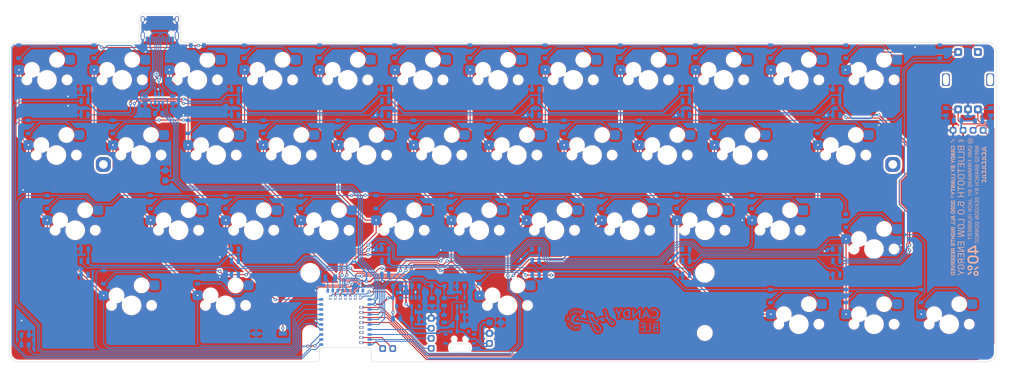
<source format=kicad_pcb>
(kicad_pcb (version 20171130) (host pcbnew "(5.1.4-0-10_14)")
  (layers (0 F.Cu signal) (31 B.Cu signal) (34 B.Paste user) (35 F.Paste user) (36 B.SilkS user) (37 F.SilkS user) (38 B.Mask user) (39 F.Mask user) (44 Edge.Cuts user))
  (net 0 "")
  (net 1 VCC)
  (net 2 GND)
  (net 3 VBAT)
  (net 4 "Net-(C3-Pad1)")
  (net 5 VBUS)
  (net 6 BLUE_LED)
  (net 7 "Net-(D4-Pad2)")
  (net 8 /P0.09)
  (net 9 "Net-(D5-Pad2)")
  (net 10 "Net-(D6-Pad2)")
  (net 11 /P1.06)
  (net 12 "Net-(D7-Pad2)")
  (net 13 "Net-(D8-Pad2)")
  (net 14 "Net-(D9-Pad2)")
  (net 15 "Net-(D10-Pad2)")
  (net 16 /P0.10)
  (net 17 SDA)
  (net 18 SCL)
  (net 19 SWC)
  (net 20 SWD)
  (net 21 /P0.20)
  (net 22 /P0.13)
  (net 23 /P0.24)
  (net 24 "Net-(Q1-Pad3)")
  (net 25 "Net-(R1-Pad2)")
  (net 26 "Net-(R2-Pad1)")
  (net 27 "Net-(R7-Pad2)")
  (net 28 P0.04)
  (net 29 BOOT)
  (net 30 /P0.12)
  (net 31 /P1.04)
  (net 32 DFU)
  (net 33 SWO)
  (net 34 /P0.22)
  (net 35 "Net-(U1-Pad25)")
  (net 36 /P0.05)
  (net 37 "Net-(U1-Pad23)")
  (net 38 RESET)
  (net 39 DATA-)
  (net 40 DATA+)
  (net 41 /P1.11)
  (net 42 /P0.03)
  (net 43 /P0.28)
  (net 44 /P1.13)
  (net 45 /P0.02)
  (net 46 /P0.29)
  (net 47 /P0.31)
  (net 48 /P0.30)
  (net 49 "Net-(U3-Pad4)")
  (net 50 "Net-(R4-Pad2)")
  (net 51 "Net-(R5-Pad2)")
  (net 52 "Net-(USB1-PadB8)")
  (net 53 "Net-(USB1-PadA8)")
  (net 54 /P1.09)
  (net 55 "Net-(D2-Pad2)")
  (net 56 /P0.06)
  (net 57 "Net-(D3-Pad2)")
  (net 58 "Net-(D11-Pad2)")
  (net 59 "Net-(D12-Pad2)")
  (net 60 "Net-(D13-Pad2)")
  (net 61 "Net-(D14-Pad2)")
  (net 62 "Net-(D15-Pad2)")
  (net 63 "Net-(D16-Pad2)")
  (net 64 "Net-(D17-Pad2)")
  (net 65 /P0.08)
  (net 66 "Net-(D18-Pad2)")
  (net 67 "Net-(D19-Pad2)")
  (net 68 "Net-(D20-Pad2)")
  (net 69 "Net-(D21-Pad2)")
  (net 70 "Net-(D22-Pad2)")
  (net 71 "Net-(D23-Pad2)")
  (net 72 "Net-(D24-Pad2)")
  (net 73 "Net-(D25-Pad2)")
  (net 74 "Net-(D26-Pad2)")
  (net 75 "Net-(D27-Pad2)")
  (net 76 "Net-(D28-Pad2)")
  (net 77 "Net-(D29-Pad2)")
  (net 78 "Net-(D30-Pad2)")
  (net 79 "Net-(D31-Pad2)")
  (net 80 "Net-(D32-Pad2)")
  (net 81 "Net-(D33-Pad2)")
  (net 82 "Net-(D34-Pad2)")
  (net 83 "Net-(D35-Pad2)")
  (net 84 "Net-(D36-Pad2)")
  (net 85 "Net-(D37-Pad2)")
  (net 86 "Net-(D38-Pad2)")
  (net 87 "Net-(D39-Pad2)")
  (net 88 "Net-(D40-Pad2)")
  (net 89 "Net-(D41-Pad2)")
  (net 90 "Net-(D42-Pad2)")
  (net 91 "Net-(F1-Pad2)")
  (net 92 "Net-(LED1-Pad1)")
  (net 93 "Net-(LED2-Pad1)")
  (net 94 "Net-(U4-Pad3)")
  (net 95 "Net-(U4-Pad1)")
  (net 96 "Net-(SW1-Pad1)")
  (net 97 "Net-(LED3-Pad1)")
  (net 98 "Net-(LED4-Pad1)")
  (net 99 "Net-(LED5-Pad1)")
  (net 100 "Net-(LED6-Pad1)")
  (net 101 "Net-(LED7-Pad1)")
  (net 102 "Net-(LED8-Pad1)")
  (net 103 "Net-(LED10-Pad3)")
  (net 104 "Net-(LED10-Pad1)")
  (net 105 "Net-(U1-Pad11)")
  (net 106 "Net-(U1-Pad13)")
  (net 107 "Net-(LED11-Pad1)")
  (net 108 "Net-(LED12-Pad1)")
  (net 109 "Net-(LED13-Pad1)")
  (net 110 "Net-(LED14-Pad1)")
  (module nrfmicro:round-square-pads (layer B.Cu) (at 177.6 58.68 90)
    (fp_text reference J8 hide)
    (fp_text value Conn_01x01)
    (pad 1 smd roundrect (at 0 0 90) (size 1.524 1.524) (layers B.Cu B.Paste B.Mask) (net 2 GND))
  )
  (module nrfmicro:round-square-pads (layer B.Cu) (at 177.6 61.2 90)
    (fp_text reference J7 hide)
    (fp_text value Conn_01x01)
    (pad 1 smd roundrect (at 0 0 90) (size 1.524 1.524) (layers B.Cu B.Paste B.Mask) (net 5 VBUS))
  )
  (module nrfmicro:round-square-pads (layer B.Cu) (at 262.6 97.2 180)
    (fp_text reference J6 hide)
    (fp_text value Conn_01x01)
    (pad 1 smd roundrect (at 0 0 180) (size 1.524 1.524) (layers B.Cu B.Paste B.Mask) (net 2 GND))
  )
  (module nrfmicro:round-square-pads (layer B.Cu) (at 259.8 97.2 180)
    (fp_text reference J5 hide)
    (fp_text value Conn_01x01)
    (pad 1 smd roundrect (at 0 0 180) (size 1.524 1.524) (layers B.Cu B.Paste B.Mask) (net 3 VBAT))
  )
  (module MountingHole:MountingHole_2.2mm_M2_DIN965_Pad (layer F.Cu) (at 361.95 57.15)
    (fp_text reference REF** hide)
    (fp_text value MountingHole_2.2mm_M2_DIN965_Pad)
    (pad 1 thru_hole roundrect (at 0 0) (size 3.8 3.8) (drill 2.2) (layers *.Cu *.Mask) (roundrect_rratio 0.35))
  )
  (module MountingHole:MountingHole_2.2mm_M2_DIN965_Pad (layer F.Cu) (at 161.925 57.15)
    (fp_text reference REF** hide)
    (fp_text value MountingHole_2.2mm_M2_DIN965_Pad)
    (pad 1 thru_hole roundrect (at 0 0) (size 3.8 3.8) (drill 2.2) (layers *.Cu *.Mask) (roundrect_rratio 0.35))
  )
  (module Resistor_SMD:R_0805_2012Metric (layer B.Cu) (at 172.5 40.75 90)
    (fp_text reference R4 hide)
    (fp_text value 5.1K)
    (pad 2 smd roundrect (at 0.9375 0 90) (size 0.975 1.4) (layers B.Cu B.Paste B.Mask) (net 50 "Net-(R4-Pad2)"))
    (pad 1 smd roundrect (at -0.9375 0 90) (size 0.975 1.4) (layers B.Cu B.Paste B.Mask) (net 2 GND))
  )
  (module Rotary_Encoder:RotaryEncoder_Alps_EC11E-Switch_Vertical_H20mm (layer F.Cu) (at 378.50875 43.1825 90)
    (fp_text reference E1 hide)
    (fp_text value Rotary_Encoder_Switch)
    (pad A thru_hole roundrect (at 0 0 90) (size 2 2) (drill 1) (layers *.Cu *.Mask) (net 21 /P0.20))
    (pad C thru_hole roundrect (at 0 2.5 90) (size 2 2) (drill 1) (layers *.Cu *.Mask) (net 2 GND))
    (pad B thru_hole roundrect (at 0 5 90) (size 2 2) (drill 1) (layers *.Cu *.Mask) (net 34 /P0.22))
    (pad MP thru_hole roundrect (at 7.5 -3.1 90) (size 3.2 2) (drill oval 2.8 1.5) (layers *.Cu *.Mask))
    (pad MP thru_hole roundrect (at 7.5 8.1 90) (size 3.2 2) (drill oval 2.8 1.5) (layers *.Cu *.Mask))
    (pad S2 thru_hole roundrect (at 14.5 0 90) (size 2 2) (drill 1) (layers *.Cu *.Mask) (net 23 /P0.24))
    (pad S1 thru_hole roundrect (at 14.5 5 90) (size 2 2) (drill 1) (layers *.Cu *.Mask) (net 73 "Net-(D25-Pad2)"))
  )
  (module Button_Switch_Keyboard:0.91_SSD1306_OLED (layer F.Cu) (at 372.55 67.28 270)
    (fp_text reference J1 hide)
    (fp_text value Conn_01x04)
    (pad 3 thru_hole roundrect (at -18.78 -7.21 270) (size 1.7 1.7) (drill 1) (layers *.Cu *.Mask) (net 1 VCC))
    (pad 2 thru_hole roundrect (at -18.78 -9.75 270) (size 1.7 1.7) (drill 1) (layers *.Cu *.Mask) (net 18 SCL))
    (pad 4 thru_hole roundrect (at -18.78 -4.67 270) (size 1.7 1.7) (drill 1) (layers *.Cu *.Mask) (net 2 GND))
    (pad 1 thru_hole roundrect (at -18.78 -12.29 270) (size 1.7 1.7) (drill 1) (layers *.Cu *.Mask) (net 17 SDA))
  )
  (module Connector_PinHeader_2.54mm:PinHeader_1x02_P2.54mm_Horizontal (layer B.Cu) (at 259.75 102.5)
    (fp_text reference J2 hide)
    (fp_text value Conn_01x02)
    (pad 2 thru_hole roundrect (at 0 -2.54) (size 1.7 1.7) (drill 1) (layers *.Cu *.Mask) (net 2 GND))
    (pad 1 thru_hole roundrect (at 0 0) (size 1.7 1.7) (drill 1) (layers *.Cu *.Mask) (net 3 VBAT))
  )
  (module Button_Switch_SMD:SW_DIP_SPSTx01_Slide_6.7x4.1mm_W6.73mm_P2.54mm_LowProfile_JPin (layer B.Cu) (at 204 100 180)
    (fp_text reference SW2 hide)
    (fp_text value SW_PUSH)
    (pad 2 smd rect (at 3.365 0 180) (size 2.16 1.12) (layers B.Cu B.Paste B.Mask) (net 2 GND))
    (pad 1 smd rect (at -3.365 0 180) (size 2.16 1.12) (layers B.Cu B.Paste B.Mask) (net 38 RESET))
  )
  (module Connector_PinHeader_2.54mm:PinHeader_1x04_P2.54mm_Vertical (layer B.Cu) (at 245 103.75)
    (fp_text reference J3 hide)
    (fp_text value Conn_01x04)
    (pad 4 thru_hole roundrect (at 0 -7.62) (size 1.7 1.7) (drill 1) (layers *.Cu *.Mask) (net 2 GND))
    (pad 3 thru_hole roundrect (at 0 -5.08) (size 1.7 1.7) (drill 1) (layers *.Cu *.Mask) (net 1 VCC))
    (pad 2 thru_hole roundrect (at 0 -2.54) (size 1.7 1.7) (drill 1) (layers *.Cu *.Mask) (net 20 SWD))
    (pad 1 thru_hole roundrect (at 0 0) (size 1.7 1.7) (drill 1) (layers *.Cu *.Mask) (net 19 SWC))
  )
  (module Resistor_SMD:R_0805_2012Metric (layer B.Cu) (at 248.25 96.25 270)
    (fp_text reference R7 hide)
    (fp_text value 1K)
    (pad 2 smd roundrect (at 0.9375 0 270) (size 0.975 1.4) (layers B.Cu B.Paste B.Mask) (net 27 "Net-(R7-Pad2)"))
    (pad 1 smd roundrect (at -0.9375 0 270) (size 0.975 1.4) (layers B.Cu B.Paste B.Mask) (net 93 "Net-(LED2-Pad1)"))
  )
  (module LED_SMD:LED_0805_2012Metric (layer B.Cu) (at 248.25 92 90)
    (fp_text reference LED2 hide)
    (fp_text value CHG)
    (pad 2 smd roundrect (at 0.9375 0 90) (size 0.975 1.4) (layers B.Cu B.Paste B.Mask) (net 5 VBUS))
    (pad 1 smd roundrect (at -0.9375 0 90) (size 0.975 1.4) (layers B.Cu B.Paste B.Mask) (net 93 "Net-(LED2-Pad1)"))
  )
  (module Resistor_SMD:R_0805_2012Metric (layer B.Cu) (at 252.5 88 180)
    (fp_text reference R2 hide)
    (fp_text value 4.7K)
    (pad 2 smd roundrect (at 0.9375 0 180) (size 0.975 1.4) (layers B.Cu B.Paste B.Mask) (net 2 GND))
    (pad 1 smd roundrect (at -0.9375 0 180) (size 0.975 1.4) (layers B.Cu B.Paste B.Mask) (net 26 "Net-(R2-Pad1)"))
  )
  (module Diode_SMD:D_SOD-123 (layer B.Cu) (at 246.75 88)
    (fp_text reference D1 hide)
    (fp_text value 1N5819)
    (pad 2 smd rect (at 1.65 0) (size 0.9 1.2) (layers B.Cu B.Paste B.Mask) (net 5 VBUS))
    (pad 1 smd rect (at -1.65 0) (size 0.9 1.2) (layers B.Cu B.Paste B.Mask) (net 4 "Net-(C3-Pad1)"))
  )
  (module Capacitor_SMD:C_0805_2012Metric (layer B.Cu) (at 245.25 92 270)
    (fp_text reference C3 hide)
    (fp_text value 10uF)
    (pad 2 smd roundrect (at 0.9375 0 270) (size 0.975 1.4) (layers B.Cu B.Paste B.Mask) (net 2 GND))
    (pad 1 smd roundrect (at -0.9375 0 270) (size 0.975 1.4) (layers B.Cu B.Paste B.Mask) (net 4 "Net-(C3-Pad1)"))
  )
  (module Capacitor_SMD:C_0805_2012Metric (layer B.Cu) (at 252.5 96)
    (fp_text reference C2 hide)
    (fp_text value 10uF)
    (pad 2 smd roundrect (at 0.9375 0) (size 0.975 1.4) (layers B.Cu B.Paste B.Mask) (net 2 GND))
    (pad 1 smd roundrect (at -0.9375 0) (size 0.975 1.4) (layers B.Cu B.Paste B.Mask) (net 3 VBAT))
  )
  (module Package_TO_SOT_SMD:SOT-23-5 (layer B.Cu) (at 252.5 92 90)
    (fp_text reference U2 hide)
    (fp_text value MCP73831)
    (pad 5 smd rect (at 1.1 0.95 90) (size 1.06 0.65) (layers B.Cu B.Paste B.Mask) (net 26 "Net-(R2-Pad1)"))
    (pad 4 smd rect (at 1.1 -0.95 90) (size 1.06 0.65) (layers B.Cu B.Paste B.Mask) (net 5 VBUS))
    (pad 3 smd rect (at -1.1 -0.95 90) (size 1.06 0.65) (layers B.Cu B.Paste B.Mask) (net 3 VBAT))
    (pad 2 smd rect (at -1.1 0 90) (size 1.06 0.65) (layers B.Cu B.Paste B.Mask) (net 2 GND))
    (pad 1 smd rect (at -1.1 0.95 90) (size 1.06 0.65) (layers B.Cu B.Paste B.Mask) (net 27 "Net-(R7-Pad2)"))
  )
  (module Connector_PinHeader_2.54mm:PinHeader_1x02_P2.54mm_Vertical (layer B.Cu) (at 232.7 103.8 270)
    (fp_text reference J4 hide)
    (fp_text value Conn_01x02)
    (pad 2 thru_hole roundrect (at 0 -2.54 270) (size 1.7 1.7) (drill 1) (layers *.Cu *.Mask) (net 31 /P1.04))
    (pad 1 thru_hole roundrect (at 0 0 270) (size 1.7 1.7) (drill 1) (layers *.Cu *.Mask) (net 11 /P1.06))
  )
  (module Capacitor_SMD:C_0805_2012Metric (layer B.Cu) (at 241 96.25)
    (fp_text reference C1 hide)
    (fp_text value 10uF)
    (pad 2 smd roundrect (at 0.9375 0) (size 0.975 1.4) (layers B.Cu B.Paste B.Mask) (net 2 GND))
    (pad 1 smd roundrect (at -0.9375 0) (size 0.975 1.4) (layers B.Cu B.Paste B.Mask) (net 1 VCC))
  )
  (module Resistor_SMD:R_0805_2012Metric (layer B.Cu) (at 236.25 96.25 180)
    (fp_text reference R8 hide)
    (fp_text value 10K)
    (pad 2 smd roundrect (at 0.9375 0 180) (size 0.975 1.4) (layers B.Cu B.Paste B.Mask) (net 28 P0.04))
    (pad 1 smd roundrect (at -0.9375 0 180) (size 0.975 1.4) (layers B.Cu B.Paste B.Mask) (net 24 "Net-(Q1-Pad3)"))
  )
  (module Resistor_SMD:R_0805_2012Metric (layer B.Cu) (at 236.25 88)
    (fp_text reference R3 hide)
    (fp_text value 100K)
    (pad 2 smd roundrect (at 0.9375 0) (size 0.975 1.4) (layers B.Cu B.Paste B.Mask) (net 2 GND))
    (pad 1 smd roundrect (at -0.9375 0) (size 0.975 1.4) (layers B.Cu B.Paste B.Mask) (net 5 VBUS))
  )
  (module Package_TO_SOT_SMD:SOT-23 (layer B.Cu) (at 236.25 92 270)
    (fp_text reference Q1 hide)
    (fp_text value AO3407)
    (pad 3 smd rect (at 1 0 270) (size 0.9 0.8) (layers B.Cu B.Paste B.Mask) (net 24 "Net-(Q1-Pad3)"))
    (pad 2 smd rect (at -1 -0.95 270) (size 0.9 0.8) (layers B.Cu B.Paste B.Mask) (net 4 "Net-(C3-Pad1)"))
    (pad 1 smd rect (at -1 0.95 270) (size 0.9 0.8) (layers B.Cu B.Paste B.Mask) (net 5 VBUS))
  )
  (module Package_TO_SOT_SMD:SOT-23-5 (layer B.Cu) (at 241 92 270)
    (fp_text reference U3 hide)
    (fp_text value AP2112K-3.3)
    (pad 5 smd rect (at 1.1 0.95 270) (size 1.06 0.65) (layers B.Cu B.Paste B.Mask) (net 1 VCC))
    (pad 4 smd rect (at 1.1 -0.95 270) (size 1.06 0.65) (layers B.Cu B.Paste B.Mask) (net 49 "Net-(U3-Pad4)"))
    (pad 3 smd rect (at -1.1 -0.95 270) (size 1.06 0.65) (layers B.Cu B.Paste B.Mask) (net 25 "Net-(R1-Pad2)"))
    (pad 2 smd rect (at -1.1 0 270) (size 1.06 0.65) (layers B.Cu B.Paste B.Mask) (net 2 GND))
    (pad 1 smd rect (at -1.1 0.95 270) (size 1.06 0.65) (layers B.Cu B.Paste B.Mask) (net 4 "Net-(C3-Pad1)"))
  )
  (module Resistor_SMD:R_0805_2012Metric (layer B.Cu) (at 241 88)
    (fp_text reference R1 hide)
    (fp_text value 100K)
    (pad 2 smd roundrect (at 0.9375 0) (size 0.975 1.4) (layers B.Cu B.Paste B.Mask) (net 25 "Net-(R1-Pad2)"))
    (pad 1 smd roundrect (at -0.9375 0) (size 0.975 1.4) (layers B.Cu B.Paste B.Mask) (net 4 "Net-(C3-Pad1)"))
  )
  (module Capacitor_SMD:C_0805_2012Metric (layer B.Cu) (at 386.75 43.8125 90)
    (fp_text reference C13 hide)
    (fp_text value 0.1uF)
    (pad 2 smd roundrect (at 0.9375 0 90) (size 0.975 1.4) (layers B.Cu B.Paste B.Mask) (net 34 /P0.22))
    (pad 1 smd roundrect (at -0.9375 0 90) (size 0.975 1.4) (layers B.Cu B.Paste B.Mask) (net 2 GND))
  )
  (module Resistor_SMD:R_0805_2012Metric (layer B.Cu) (at 383.7375 46.1 180)
    (fp_text reference R12 hide)
    (fp_text value 10K)
    (pad 2 smd roundrect (at 0.9375 0 180) (size 0.975 1.4) (layers B.Cu B.Paste B.Mask) (net 1 VCC))
    (pad 1 smd roundrect (at -0.9375 0 180) (size 0.975 1.4) (layers B.Cu B.Paste B.Mask) (net 34 /P0.22))
  )
  (module Resistor_SMD:R_0805_2012Metric (layer B.Cu) (at 378.3375 46)
    (fp_text reference R11 hide)
    (fp_text value 10K)
    (pad 2 smd roundrect (at 0.9375 0) (size 0.975 1.4) (layers B.Cu B.Paste B.Mask) (net 1 VCC))
    (pad 1 smd roundrect (at -0.9375 0) (size 0.975 1.4) (layers B.Cu B.Paste B.Mask) (net 21 /P0.20))
  )
  (module Capacitor_SMD:C_0805_2012Metric (layer B.Cu) (at 375.4 43.8 90)
    (fp_text reference C12 hide)
    (fp_text value 0.1uF)
    (pad 2 smd roundrect (at 0.9375 0 90) (size 0.975 1.4) (layers B.Cu B.Paste B.Mask) (net 21 /P0.20))
    (pad 1 smd roundrect (at -0.9375 0 90) (size 0.975 1.4) (layers B.Cu B.Paste B.Mask) (net 2 GND))
  )
  (module Diode_SMD:D_SOD-123 (layer B.Cu) (at 257.175 85.725 270)
    (fp_text reference D39 hide)
    (fp_text value D)
    (pad 2 smd rect (at 1.65 0 270) (size 0.9 1.2) (layers B.Cu B.Paste B.Mask) (net 87 "Net-(D39-Pad2)"))
    (pad 1 smd rect (at -1.65 0 270) (size 0.9 1.2) (layers B.Cu B.Paste B.Mask) (net 45 /P0.02))
  )
  (module Crystal:Crystal_SMD_3215-2Pin_3.2x1.5mm (layer B.Cu) (at 219.4 85.9 180)
    (fp_text reference Y1 hide)
    (fp_text value Crystal)
    (pad 2 smd rect (at -1.25 0 180) (size 1 1.8) (layers B.Cu B.Paste B.Mask) (net 106 "Net-(U1-Pad13)"))
    (pad 1 smd rect (at 1.25 0 180) (size 1 1.8) (layers B.Cu B.Paste B.Mask) (net 105 "Net-(U1-Pad11)"))
  )
  (module Diode_SMD:D_SOD-123 (layer B.Cu) (at 161.925 85.725 270)
    (fp_text reference D37 hide)
    (fp_text value D)
    (pad 2 smd rect (at 1.65 0 270) (size 0.9 1.2) (layers B.Cu B.Paste B.Mask) (net 85 "Net-(D37-Pad2)"))
    (pad 1 smd rect (at -1.65 0 270) (size 0.9 1.2) (layers B.Cu B.Paste B.Mask) (net 45 /P0.02))
  )
  (module Diode_SMD:D_SOD-123 (layer B.Cu) (at 185.7375 85.725 270)
    (fp_text reference D38 hide)
    (fp_text value D)
    (pad 2 smd rect (at 1.65 0 270) (size 0.9 1.2) (layers B.Cu B.Paste B.Mask) (net 86 "Net-(D38-Pad2)"))
    (pad 1 smd rect (at -1.65 0 270) (size 0.9 1.2) (layers B.Cu B.Paste B.Mask) (net 45 /P0.02))
  )
  (module Resistor_SMD:R_0805_2012Metric (layer B.Cu) (at 142.0875 100.35)
    (fp_text reference R6 hide)
    (fp_text value 1K)
    (pad 2 smd roundrect (at 0.9375 0) (size 0.975 1.4) (layers B.Cu B.Paste B.Mask) (net 2 GND))
    (pad 1 smd roundrect (at -0.9375 0) (size 0.975 1.4) (layers B.Cu B.Paste B.Mask) (net 92 "Net-(LED1-Pad1)"))
  )
  (module LED_SMD:LED_0805_2012Metric (layer B.Cu) (at 142.0875 102.85)
    (fp_text reference LED1 hide)
    (fp_text value BT)
    (pad 2 smd roundrect (at 0.9375 0) (size 0.975 1.4) (layers B.Cu B.Paste B.Mask) (net 6 BLUE_LED))
    (pad 1 smd roundrect (at -0.9375 0) (size 0.975 1.4) (layers B.Cu B.Paste B.Mask) (net 92 "Net-(LED1-Pad1)"))
  )
  (module Capacitor_SMD:C_0805_2012Metric (layer B.Cu) (at 157.1625 78.58125)
    (fp_text reference C17 hide)
    (fp_text value 0.1uf)
    (pad 2 smd roundrect (at 0.9375 0) (size 0.975 1.4) (layers B.Cu B.Paste B.Mask) (net 1 VCC))
    (pad 1 smd roundrect (at -0.9375 0) (size 0.975 1.4) (layers B.Cu B.Paste B.Mask) (net 2 GND))
  )
  (module LED_SMD:LED_SK6812MINI_PLCC4_3.5x3.5mm_P1.75mm (layer B.Cu) (at 157.1625 83.34375 90)
    (fp_text reference LED14 hide)
    (fp_text value SK6812MINI)
    (pad 1 smd rect (at -1.75 0.875 90) (size 1.6 0.85) (layers B.Cu B.Paste B.Mask) (net 110 "Net-(LED14-Pad1)"))
    (pad 2 smd rect (at -1.75 -0.875 90) (size 1.6 0.85) (layers B.Cu B.Paste B.Mask) (net 2 GND))
    (pad 4 smd rect (at 1.75 0.875 90) (size 1.6 0.85) (layers B.Cu B.Paste B.Mask) (net 1 VCC))
    (pad 3 smd rect (at 1.75 -0.875 90) (size 1.6 0.85) (layers B.Cu B.Paste B.Mask) (net 109 "Net-(LED13-Pad1)"))
  )
  (module Capacitor_SMD:C_0805_2012Metric (layer B.Cu) (at 195.2625 78.58125)
    (fp_text reference C16 hide)
    (fp_text value 0.1uf)
    (pad 2 smd roundrect (at 0.9375 0) (size 0.975 1.4) (layers B.Cu B.Paste B.Mask) (net 1 VCC))
    (pad 1 smd roundrect (at -0.9375 0) (size 0.975 1.4) (layers B.Cu B.Paste B.Mask) (net 2 GND))
  )
  (module LED_SMD:LED_SK6812MINI_PLCC4_3.5x3.5mm_P1.75mm (layer B.Cu) (at 195.2625 83.34375 90)
    (fp_text reference LED13 hide)
    (fp_text value SK6812MINI)
    (pad 1 smd rect (at -1.75 0.875 90) (size 1.6 0.85) (layers B.Cu B.Paste B.Mask) (net 109 "Net-(LED13-Pad1)"))
    (pad 2 smd rect (at -1.75 -0.875 90) (size 1.6 0.85) (layers B.Cu B.Paste B.Mask) (net 2 GND))
    (pad 4 smd rect (at 1.75 0.875 90) (size 1.6 0.85) (layers B.Cu B.Paste B.Mask) (net 1 VCC))
    (pad 3 smd rect (at 1.75 -0.875 90) (size 1.6 0.85) (layers B.Cu B.Paste B.Mask) (net 108 "Net-(LED12-Pad1)"))
  )
  (module Capacitor_SMD:C_0805_2012Metric (layer B.Cu) (at 233.3625 78.58125)
    (fp_text reference C15 hide)
    (fp_text value 0.1uf)
    (pad 2 smd roundrect (at 0.9375 0) (size 0.975 1.4) (layers B.Cu B.Paste B.Mask) (net 1 VCC))
    (pad 1 smd roundrect (at -0.9375 0) (size 0.975 1.4) (layers B.Cu B.Paste B.Mask) (net 2 GND))
  )
  (module LED_SMD:LED_SK6812MINI_PLCC4_3.5x3.5mm_P1.75mm (layer B.Cu) (at 233.3625 83.34375 90)
    (fp_text reference LED12 hide)
    (fp_text value SK6812MINI)
    (pad 1 smd rect (at -1.75 0.875 90) (size 1.6 0.85) (layers B.Cu B.Paste B.Mask) (net 108 "Net-(LED12-Pad1)"))
    (pad 2 smd rect (at -1.75 -0.875 90) (size 1.6 0.85) (layers B.Cu B.Paste B.Mask) (net 2 GND))
    (pad 4 smd rect (at 1.75 0.875 90) (size 1.6 0.85) (layers B.Cu B.Paste B.Mask) (net 1 VCC))
    (pad 3 smd rect (at 1.75 -0.875 90) (size 1.6 0.85) (layers B.Cu B.Paste B.Mask) (net 107 "Net-(LED11-Pad1)"))
  )
  (module Diode_SMD:D_SOD-123 (layer B.Cu) (at 330.99375 90.4875 270)
    (fp_text reference D40 hide)
    (fp_text value D)
    (pad 2 smd rect (at 1.65 0 270) (size 0.9 1.2) (layers B.Cu B.Paste B.Mask) (net 88 "Net-(D40-Pad2)"))
    (pad 1 smd rect (at -1.65 0 270) (size 0.9 1.2) (layers B.Cu B.Paste B.Mask) (net 45 /P0.02))
  )
  (module Diode_SMD:D_SOD-123 (layer B.Cu) (at 350.04375 90.4875 270)
    (fp_text reference D41 hide)
    (fp_text value D)
    (pad 2 smd rect (at 1.65 0 270) (size 0.9 1.2) (layers B.Cu B.Paste B.Mask) (net 89 "Net-(D41-Pad2)"))
    (pad 1 smd rect (at -1.65 0 270) (size 0.9 1.2) (layers B.Cu B.Paste B.Mask) (net 45 /P0.02))
  )
  (module Diode_SMD:D_SOD-123 (layer B.Cu) (at 369.09375 90.4875 270)
    (fp_text reference D42 hide)
    (fp_text value D)
    (pad 2 smd rect (at 1.65 0 270) (size 0.9 1.2) (layers B.Cu B.Paste B.Mask) (net 90 "Net-(D42-Pad2)"))
    (pad 1 smd rect (at -1.65 0 270) (size 0.9 1.2) (layers B.Cu B.Paste B.Mask) (net 45 /P0.02))
  )
  (module Capacitor_SMD:C_0805_2012Metric (layer B.Cu) (at 271.4625 78.58125)
    (fp_text reference C14 hide)
    (fp_text value 0.1uf)
    (pad 2 smd roundrect (at 0.9375 0) (size 0.975 1.4) (layers B.Cu B.Paste B.Mask) (net 1 VCC))
    (pad 1 smd roundrect (at -0.9375 0) (size 0.975 1.4) (layers B.Cu B.Paste B.Mask) (net 2 GND))
  )
  (module LED_SMD:LED_SK6812MINI_PLCC4_3.5x3.5mm_P1.75mm (layer B.Cu) (at 271.4625 83.34375 90)
    (fp_text reference LED11 hide)
    (fp_text value SK6812MINI)
    (pad 1 smd rect (at -1.75 0.875 90) (size 1.6 0.85) (layers B.Cu B.Paste B.Mask) (net 107 "Net-(LED11-Pad1)"))
    (pad 2 smd rect (at -1.75 -0.875 90) (size 1.6 0.85) (layers B.Cu B.Paste B.Mask) (net 2 GND))
    (pad 4 smd rect (at 1.75 0.875 90) (size 1.6 0.85) (layers B.Cu B.Paste B.Mask) (net 1 VCC))
    (pad 3 smd rect (at 1.75 -0.875 90) (size 1.6 0.85) (layers B.Cu B.Paste B.Mask) (net 104 "Net-(LED10-Pad1)"))
  )
  (module Capacitor_SMD:C_0805_2012Metric (layer B.Cu) (at 309.5625 78.58125)
    (fp_text reference C11 hide)
    (fp_text value 0.1uf)
    (pad 2 smd roundrect (at 0.9375 0) (size 0.975 1.4) (layers B.Cu B.Paste B.Mask) (net 1 VCC))
    (pad 1 smd roundrect (at -0.9375 0) (size 0.975 1.4) (layers B.Cu B.Paste B.Mask) (net 2 GND))
  )
  (module LED_SMD:LED_SK6812MINI_PLCC4_3.5x3.5mm_P1.75mm (layer B.Cu) (at 309.5625 83.34375 90)
    (fp_text reference LED10 hide)
    (fp_text value SK6812MINI)
    (pad 1 smd rect (at -1.75 0.875 90) (size 1.6 0.85) (layers B.Cu B.Paste B.Mask) (net 104 "Net-(LED10-Pad1)"))
    (pad 2 smd rect (at -1.75 -0.875 90) (size 1.6 0.85) (layers B.Cu B.Paste B.Mask) (net 2 GND))
    (pad 4 smd rect (at 1.75 0.875 90) (size 1.6 0.85) (layers B.Cu B.Paste B.Mask) (net 1 VCC))
    (pad 3 smd rect (at 1.75 -0.875 90) (size 1.6 0.85) (layers B.Cu B.Paste B.Mask) (net 103 "Net-(LED10-Pad3)"))
  )
  (module Capacitor_SMD:C_0805_2012Metric (layer B.Cu) (at 347.6625 78.58125)
    (fp_text reference C10 hide)
    (fp_text value 0.1uf)
    (pad 2 smd roundrect (at 0.9375 0) (size 0.975 1.4) (layers B.Cu B.Paste B.Mask) (net 1 VCC))
    (pad 1 smd roundrect (at -0.9375 0) (size 0.975 1.4) (layers B.Cu B.Paste B.Mask) (net 2 GND))
  )
  (module LED_SMD:LED_SK6812MINI_PLCC4_3.5x3.5mm_P1.75mm (layer B.Cu) (at 347.6625 83.34375 90)
    (fp_text reference LED9 hide)
    (fp_text value SK6812MINI)
    (pad 3 smd rect (at 1.75 -0.875 90) (size 1.6 0.85) (layers B.Cu B.Paste B.Mask) (net 102 "Net-(LED8-Pad1)"))
    (pad 4 smd rect (at 1.75 0.875 90) (size 1.6 0.85) (layers B.Cu B.Paste B.Mask) (net 1 VCC))
    (pad 2 smd rect (at -1.75 -0.875 90) (size 1.6 0.85) (layers B.Cu B.Paste B.Mask) (net 2 GND))
    (pad 1 smd rect (at -1.75 0.875 90) (size 1.6 0.85) (layers B.Cu B.Paste B.Mask) (net 103 "Net-(LED10-Pad3)"))
  )
  (module Diode_SMD:D_SOD-123 (layer B.Cu) (at 147.6375 66.675 270)
    (fp_text reference D26 hide)
    (fp_text value D)
    (pad 2 smd rect (at 1.65 0 270) (size 0.9 1.2) (layers B.Cu B.Paste B.Mask) (net 74 "Net-(D26-Pad2)"))
    (pad 1 smd rect (at -1.65 0 270) (size 0.9 1.2) (layers B.Cu B.Paste B.Mask) (net 44 /P1.13))
  )
  (module Diode_SMD:D_SOD-123 (layer B.Cu) (at 173.83125 66.675 270)
    (fp_text reference D27 hide)
    (fp_text value D)
    (pad 2 smd rect (at 1.65 0 270) (size 0.9 1.2) (layers B.Cu B.Paste B.Mask) (net 75 "Net-(D27-Pad2)"))
    (pad 1 smd rect (at -1.65 0 270) (size 0.9 1.2) (layers B.Cu B.Paste B.Mask) (net 44 /P1.13))
  )
  (module Diode_SMD:D_SOD-123 (layer B.Cu) (at 192.88125 66.675 270)
    (fp_text reference D28 hide)
    (fp_text value D)
    (pad 2 smd rect (at 1.65 0 270) (size 0.9 1.2) (layers B.Cu B.Paste B.Mask) (net 76 "Net-(D28-Pad2)"))
    (pad 1 smd rect (at -1.65 0 270) (size 0.9 1.2) (layers B.Cu B.Paste B.Mask) (net 44 /P1.13))
  )
  (module Diode_SMD:D_SOD-123 (layer B.Cu) (at 211.93125 66.675 270)
    (fp_text reference D29 hide)
    (fp_text value D)
    (pad 2 smd rect (at 1.65 0 270) (size 0.9 1.2) (layers B.Cu B.Paste B.Mask) (net 77 "Net-(D29-Pad2)"))
    (pad 1 smd rect (at -1.65 0 270) (size 0.9 1.2) (layers B.Cu B.Paste B.Mask) (net 44 /P1.13))
  )
  (module Diode_SMD:D_SOD-123 (layer B.Cu) (at 230.98125 66.675 270)
    (fp_text reference D30 hide)
    (fp_text value D)
    (pad 2 smd rect (at 1.65 0 270) (size 0.9 1.2) (layers B.Cu B.Paste B.Mask) (net 78 "Net-(D30-Pad2)"))
    (pad 1 smd rect (at -1.65 0 270) (size 0.9 1.2) (layers B.Cu B.Paste B.Mask) (net 44 /P1.13))
  )
  (module Diode_SMD:D_SOD-123 (layer B.Cu) (at 250.03125 66.675 270)
    (fp_text reference D31 hide)
    (fp_text value D)
    (pad 2 smd rect (at 1.65 0 270) (size 0.9 1.2) (layers B.Cu B.Paste B.Mask) (net 79 "Net-(D31-Pad2)"))
    (pad 1 smd rect (at -1.65 0 270) (size 0.9 1.2) (layers B.Cu B.Paste B.Mask) (net 44 /P1.13))
  )
  (module Diode_SMD:D_SOD-123 (layer B.Cu) (at 269.08125 66.675 270)
    (fp_text reference D32 hide)
    (fp_text value D)
    (pad 2 smd rect (at 1.65 0 270) (size 0.9 1.2) (layers B.Cu B.Paste B.Mask) (net 80 "Net-(D32-Pad2)"))
    (pad 1 smd rect (at -1.65 0 270) (size 0.9 1.2) (layers B.Cu B.Paste B.Mask) (net 44 /P1.13))
  )
  (module Diode_SMD:D_SOD-123 (layer B.Cu) (at 288.13125 66.675 270)
    (fp_text reference D33 hide)
    (fp_text value D)
    (pad 2 smd rect (at 1.65 0 270) (size 0.9 1.2) (layers B.Cu B.Paste B.Mask) (net 81 "Net-(D33-Pad2)"))
    (pad 1 smd rect (at -1.65 0 270) (size 0.9 1.2) (layers B.Cu B.Paste B.Mask) (net 44 /P1.13))
  )
  (module Diode_SMD:D_SOD-123 (layer B.Cu) (at 307.18125 66.675 270)
    (fp_text reference D34 hide)
    (fp_text value D)
    (pad 2 smd rect (at 1.65 0 270) (size 0.9 1.2) (layers B.Cu B.Paste B.Mask) (net 82 "Net-(D34-Pad2)"))
    (pad 1 smd rect (at -1.65 0 270) (size 0.9 1.2) (layers B.Cu B.Paste B.Mask) (net 44 /P1.13))
  )
  (module Diode_SMD:D_SOD-123 (layer B.Cu) (at 326.23125 66.675 270)
    (fp_text reference D35 hide)
    (fp_text value D)
    (pad 2 smd rect (at 1.65 0 270) (size 0.9 1.2) (layers B.Cu B.Paste B.Mask) (net 83 "Net-(D35-Pad2)"))
    (pad 1 smd rect (at -1.65 0 270) (size 0.9 1.2) (layers B.Cu B.Paste B.Mask) (net 44 /P1.13))
  )
  (module Diode_SMD:D_SOD-123 (layer B.Cu) (at 350.04375 71.4375 270)
    (fp_text reference D36 hide)
    (fp_text value D)
    (pad 2 smd rect (at 1.65 0 270) (size 0.9 1.2) (layers B.Cu B.Paste B.Mask) (net 84 "Net-(D36-Pad2)"))
    (pad 1 smd rect (at -1.65 0 270) (size 0.9 1.2) (layers B.Cu B.Paste B.Mask) (net 44 /P1.13))
  )
  (module LED_SMD:LED_SK6812MINI_PLCC4_3.5x3.5mm_P1.75mm (layer B.Cu) (at 195.2625 42.8625 90)
    (fp_text reference LED4 hide)
    (fp_text value SK6812MINI)
    (pad 1 smd rect (at -1.75 0.875 90) (size 1.6 0.85) (layers B.Cu B.Paste B.Mask) (net 98 "Net-(LED4-Pad1)"))
    (pad 2 smd rect (at -1.75 -0.875 90) (size 1.6 0.85) (layers B.Cu B.Paste B.Mask) (net 2 GND))
    (pad 4 smd rect (at 1.75 0.875 90) (size 1.6 0.85) (layers B.Cu B.Paste B.Mask) (net 1 VCC))
    (pad 3 smd rect (at 1.75 -0.875 90) (size 1.6 0.85) (layers B.Cu B.Paste B.Mask) (net 97 "Net-(LED3-Pad1)"))
  )
  (module Capacitor_SMD:C_0805_2012Metric (layer B.Cu) (at 195.2625 38.1)
    (fp_text reference C5 hide)
    (fp_text value 0.1uf)
    (pad 2 smd roundrect (at 0.9375 0) (size 0.975 1.4) (layers B.Cu B.Paste B.Mask) (net 1 VCC))
    (pad 1 smd roundrect (at -0.9375 0) (size 0.975 1.4) (layers B.Cu B.Paste B.Mask) (net 2 GND))
  )
  (module Capacitor_SMD:C_0805_2012Metric (layer B.Cu) (at 233.3625 38.1)
    (fp_text reference C6 hide)
    (fp_text value 0.1uf)
    (pad 2 smd roundrect (at 0.9375 0) (size 0.975 1.4) (layers B.Cu B.Paste B.Mask) (net 1 VCC))
    (pad 1 smd roundrect (at -0.9375 0) (size 0.975 1.4) (layers B.Cu B.Paste B.Mask) (net 2 GND))
  )
  (module LED_SMD:LED_SK6812MINI_PLCC4_3.5x3.5mm_P1.75mm (layer B.Cu) (at 233.3625 42.8625 90)
    (fp_text reference LED5 hide)
    (fp_text value SK6812MINI)
    (pad 1 smd rect (at -1.75 0.875 90) (size 1.6 0.85) (layers B.Cu B.Paste B.Mask) (net 99 "Net-(LED5-Pad1)"))
    (pad 2 smd rect (at -1.75 -0.875 90) (size 1.6 0.85) (layers B.Cu B.Paste B.Mask) (net 2 GND))
    (pad 4 smd rect (at 1.75 0.875 90) (size 1.6 0.85) (layers B.Cu B.Paste B.Mask) (net 1 VCC))
    (pad 3 smd rect (at 1.75 -0.875 90) (size 1.6 0.85) (layers B.Cu B.Paste B.Mask) (net 98 "Net-(LED4-Pad1)"))
  )
  (module LED_SMD:LED_SK6812MINI_PLCC4_3.5x3.5mm_P1.75mm (layer B.Cu) (at 271.4625 42.8625 90)
    (fp_text reference LED6 hide)
    (fp_text value SK6812MINI)
    (pad 1 smd rect (at -1.75 0.875 90) (size 1.6 0.85) (layers B.Cu B.Paste B.Mask) (net 100 "Net-(LED6-Pad1)"))
    (pad 2 smd rect (at -1.75 -0.875 90) (size 1.6 0.85) (layers B.Cu B.Paste B.Mask) (net 2 GND))
    (pad 4 smd rect (at 1.75 0.875 90) (size 1.6 0.85) (layers B.Cu B.Paste B.Mask) (net 1 VCC))
    (pad 3 smd rect (at 1.75 -0.875 90) (size 1.6 0.85) (layers B.Cu B.Paste B.Mask) (net 99 "Net-(LED5-Pad1)"))
  )
  (module Capacitor_SMD:C_0805_2012Metric (layer B.Cu) (at 271.4625 38.1)
    (fp_text reference C7 hide)
    (fp_text value 0.1uf)
    (pad 2 smd roundrect (at 0.9375 0) (size 0.975 1.4) (layers B.Cu B.Paste B.Mask) (net 1 VCC))
    (pad 1 smd roundrect (at -0.9375 0) (size 0.975 1.4) (layers B.Cu B.Paste B.Mask) (net 2 GND))
  )
  (module Capacitor_SMD:C_0805_2012Metric (layer B.Cu) (at 309.5625 38.1)
    (fp_text reference C8 hide)
    (fp_text value 0.1uf)
    (pad 2 smd roundrect (at 0.9375 0) (size 0.975 1.4) (layers B.Cu B.Paste B.Mask) (net 1 VCC))
    (pad 1 smd roundrect (at -0.9375 0) (size 0.975 1.4) (layers B.Cu B.Paste B.Mask) (net 2 GND))
  )
  (module LED_SMD:LED_SK6812MINI_PLCC4_3.5x3.5mm_P1.75mm (layer B.Cu) (at 309.5625 42.8625 90)
    (fp_text reference LED7 hide)
    (fp_text value SK6812MINI)
    (pad 1 smd rect (at -1.75 0.875 90) (size 1.6 0.85) (layers B.Cu B.Paste B.Mask) (net 101 "Net-(LED7-Pad1)"))
    (pad 2 smd rect (at -1.75 -0.875 90) (size 1.6 0.85) (layers B.Cu B.Paste B.Mask) (net 2 GND))
    (pad 4 smd rect (at 1.75 0.875 90) (size 1.6 0.85) (layers B.Cu B.Paste B.Mask) (net 1 VCC))
    (pad 3 smd rect (at 1.75 -0.875 90) (size 1.6 0.85) (layers B.Cu B.Paste B.Mask) (net 100 "Net-(LED6-Pad1)"))
  )
  (module Capacitor_SMD:C_0805_2012Metric (layer B.Cu) (at 347.6625 38.1)
    (fp_text reference C9 hide)
    (fp_text value 0.1uf)
    (pad 2 smd roundrect (at 0.9375 0) (size 0.975 1.4) (layers B.Cu B.Paste B.Mask) (net 1 VCC))
    (pad 1 smd roundrect (at -0.9375 0) (size 0.975 1.4) (layers B.Cu B.Paste B.Mask) (net 2 GND))
  )
  (module LED_SMD:LED_SK6812MINI_PLCC4_3.5x3.5mm_P1.75mm (layer B.Cu) (at 347.6625 42.8625 90)
    (fp_text reference LED8 hide)
    (fp_text value SK6812MINI)
    (pad 1 smd rect (at -1.75 0.875 90) (size 1.6 0.85) (layers B.Cu B.Paste B.Mask) (net 102 "Net-(LED8-Pad1)"))
    (pad 2 smd rect (at -1.75 -0.875 90) (size 1.6 0.85) (layers B.Cu B.Paste B.Mask) (net 2 GND))
    (pad 4 smd rect (at 1.75 0.875 90) (size 1.6 0.85) (layers B.Cu B.Paste B.Mask) (net 1 VCC))
    (pad 3 smd rect (at 1.75 -0.875 90) (size 1.6 0.85) (layers B.Cu B.Paste B.Mask) (net 101 "Net-(LED7-Pad1)"))
  )
  (module Diode_SMD:D_SOD-123 (layer B.Cu) (at 342.9 47.625 270)
    (fp_text reference D24 hide)
    (fp_text value D)
    (pad 2 smd rect (at 1.65 0 270) (size 0.9 1.2) (layers B.Cu B.Paste B.Mask) (net 72 "Net-(D24-Pad2)"))
    (pad 1 smd rect (at -1.65 0 270) (size 0.9 1.2) (layers B.Cu B.Paste B.Mask) (net 43 /P0.28))
  )
  (module Diode_SMD:D_SOD-123 (layer B.Cu) (at 316.70625 47.625 270)
    (fp_text reference D23 hide)
    (fp_text value D)
    (pad 2 smd rect (at 1.65 0 270) (size 0.9 1.2) (layers B.Cu B.Paste B.Mask) (net 71 "Net-(D23-Pad2)"))
    (pad 1 smd rect (at -1.65 0 270) (size 0.9 1.2) (layers B.Cu B.Paste B.Mask) (net 43 /P0.28))
  )
  (module Diode_SMD:D_SOD-123 (layer B.Cu) (at 297.65625 47.625 270)
    (fp_text reference D22 hide)
    (fp_text value D)
    (pad 2 smd rect (at 1.65 0 270) (size 0.9 1.2) (layers B.Cu B.Paste B.Mask) (net 70 "Net-(D22-Pad2)"))
    (pad 1 smd rect (at -1.65 0 270) (size 0.9 1.2) (layers B.Cu B.Paste B.Mask) (net 43 /P0.28))
  )
  (module Diode_SMD:D_SOD-123 (layer B.Cu) (at 278.60625 47.625 270)
    (fp_text reference D21 hide)
    (fp_text value D)
    (pad 2 smd rect (at 1.65 0 270) (size 0.9 1.2) (layers B.Cu B.Paste B.Mask) (net 69 "Net-(D21-Pad2)"))
    (pad 1 smd rect (at -1.65 0 270) (size 0.9 1.2) (layers B.Cu B.Paste B.Mask) (net 43 /P0.28))
  )
  (module Diode_SMD:D_SOD-123 (layer B.Cu) (at 259.55625 47.625 270)
    (fp_text reference D20 hide)
    (fp_text value D)
    (pad 2 smd rect (at 1.65 0 270) (size 0.9 1.2) (layers B.Cu B.Paste B.Mask) (net 68 "Net-(D20-Pad2)"))
    (pad 1 smd rect (at -1.65 0 270) (size 0.9 1.2) (layers B.Cu B.Paste B.Mask) (net 43 /P0.28))
  )
  (module Diode_SMD:D_SOD-123 (layer B.Cu) (at 240.50625 47.625 270)
    (fp_text reference D19 hide)
    (fp_text value D)
    (pad 2 smd rect (at 1.65 0 270) (size 0.9 1.2) (layers B.Cu B.Paste B.Mask) (net 67 "Net-(D19-Pad2)"))
    (pad 1 smd rect (at -1.65 0 270) (size 0.9 1.2) (layers B.Cu B.Paste B.Mask) (net 43 /P0.28))
  )
  (module Diode_SMD:D_SOD-123 (layer B.Cu) (at 221.45625 47.625 270)
    (fp_text reference D18 hide)
    (fp_text value D)
    (pad 2 smd rect (at 1.65 0 270) (size 0.9 1.2) (layers B.Cu B.Paste B.Mask) (net 66 "Net-(D18-Pad2)"))
    (pad 1 smd rect (at -1.65 0 270) (size 0.9 1.2) (layers B.Cu B.Paste B.Mask) (net 43 /P0.28))
  )
  (module Diode_SMD:D_SOD-123 (layer B.Cu) (at 202.40625 47.625 270)
    (fp_text reference D17 hide)
    (fp_text value D)
    (pad 2 smd rect (at 1.65 0 270) (size 0.9 1.2) (layers B.Cu B.Paste B.Mask) (net 64 "Net-(D17-Pad2)"))
    (pad 1 smd rect (at -1.65 0 270) (size 0.9 1.2) (layers B.Cu B.Paste B.Mask) (net 43 /P0.28))
  )
  (module Diode_SMD:D_SOD-123 (layer B.Cu) (at 183.35625 47.625 270)
    (fp_text reference D16 hide)
    (fp_text value D)
    (pad 2 smd rect (at 1.65 0 270) (size 0.9 1.2) (layers B.Cu B.Paste B.Mask) (net 63 "Net-(D16-Pad2)"))
    (pad 1 smd rect (at -1.65 0 270) (size 0.9 1.2) (layers B.Cu B.Paste B.Mask) (net 43 /P0.28))
  )
  (module Diode_SMD:D_SOD-123 (layer B.Cu) (at 164.30625 47.625 270)
    (fp_text reference D15 hide)
    (fp_text value D)
    (pad 2 smd rect (at 1.65 0 270) (size 0.9 1.2) (layers B.Cu B.Paste B.Mask) (net 62 "Net-(D15-Pad2)"))
    (pad 1 smd rect (at -1.65 0 270) (size 0.9 1.2) (layers B.Cu B.Paste B.Mask) (net 43 /P0.28))
  )
  (module Diode_SMD:D_SOD-123 (layer B.Cu) (at 142.875 47.625 270)
    (fp_text reference D14 hide)
    (fp_text value D)
    (pad 2 smd rect (at 1.65 0 270) (size 0.9 1.2) (layers B.Cu B.Paste B.Mask) (net 61 "Net-(D14-Pad2)"))
    (pad 1 smd rect (at -1.65 0 270) (size 0.9 1.2) (layers B.Cu B.Paste B.Mask) (net 43 /P0.28))
  )
  (module Capacitor_SMD:C_0805_2012Metric (layer B.Cu) (at 157.1625 38.1)
    (fp_text reference C4 hide)
    (fp_text value 0.1uf)
    (pad 2 smd roundrect (at 0.9375 0) (size 0.975 1.4) (layers B.Cu B.Paste B.Mask) (net 1 VCC))
    (pad 1 smd roundrect (at -0.9375 0) (size 0.975 1.4) (layers B.Cu B.Paste B.Mask) (net 2 GND))
  )
  (module LED_SMD:LED_SK6812MINI_PLCC4_3.5x3.5mm_P1.75mm (layer B.Cu) (at 157.1625 42.8625 90)
    (fp_text reference LED3 hide)
    (fp_text value SK6812MINI)
    (pad 3 smd rect (at 1.75 -0.875 90) (size 1.6 0.85) (layers B.Cu B.Paste B.Mask) (net 42 /P0.03))
    (pad 4 smd rect (at 1.75 0.875 90) (size 1.6 0.85) (layers B.Cu B.Paste B.Mask) (net 1 VCC))
    (pad 2 smd rect (at -1.75 -0.875 90) (size 1.6 0.85) (layers B.Cu B.Paste B.Mask) (net 2 GND))
    (pad 1 smd rect (at -1.75 0.875 90) (size 1.6 0.85) (layers B.Cu B.Paste B.Mask) (net 97 "Net-(LED3-Pad1)"))
  )
  (module Fuse:Fuse_0805_2012Metric (layer B.Cu) (at 175.9375 44.25 180)
    (fp_text reference F1 hide)
    (fp_text value 500mA)
    (pad 2 smd roundrect (at 0.9375 0 180) (size 0.975 1.4) (layers B.Cu B.Paste B.Mask) (net 91 "Net-(F1-Pad2)"))
    (pad 1 smd roundrect (at -0.9375 0 180) (size 0.975 1.4) (layers B.Cu B.Paste B.Mask) (net 5 VBUS))
  )
  (module Package_TO_SOT_SMD:SOT-23-6 (layer B.Cu) (at 176 40.48125 270)
    (fp_text reference U4 hide)
    (fp_text value USBLC6-2SC6)
    (pad 5 smd rect (at 1.1 0 270) (size 1.06 0.65) (layers B.Cu B.Paste B.Mask) (net 91 "Net-(F1-Pad2)"))
    (pad 6 smd rect (at 1.1 0.95 270) (size 1.06 0.65) (layers B.Cu B.Paste B.Mask) (net 40 DATA+))
    (pad 4 smd rect (at 1.1 -0.95 270) (size 1.06 0.65) (layers B.Cu B.Paste B.Mask) (net 39 DATA-))
    (pad 3 smd rect (at -1.1 -0.95 270) (size 1.06 0.65) (layers B.Cu B.Paste B.Mask) (net 94 "Net-(U4-Pad3)"))
    (pad 2 smd rect (at -1.1 0 270) (size 1.06 0.65) (layers B.Cu B.Paste B.Mask) (net 2 GND))
    (pad 1 smd rect (at -1.1 0.95 270) (size 1.06 0.65) (layers B.Cu B.Paste B.Mask) (net 95 "Net-(U4-Pad1)"))
  )
  (module Resistor_SMD:R_0805_2012Metric (layer B.Cu) (at 179.5 40.75 90)
    (fp_text reference R5 hide)
    (fp_text value 5.1K)
    (pad 2 smd roundrect (at 0.9375 0 90) (size 0.975 1.4) (layers B.Cu B.Paste B.Mask) (net 51 "Net-(R5-Pad2)"))
    (pad 1 smd roundrect (at -0.9375 0 90) (size 0.975 1.4) (layers B.Cu B.Paste B.Mask) (net 2 GND))
  )
  (module Diode_SMD:D_SOD-123 (layer B.Cu) (at 373.85625 28.575 90)
    (fp_text reference D25 hide)
    (fp_text value D)
    (pad 2 smd rect (at 1.65 0 90) (size 0.9 1.2) (layers B.Cu B.Paste B.Mask) (net 73 "Net-(D25-Pad2)"))
    (pad 1 smd rect (at -1.65 0 90) (size 0.9 1.2) (layers B.Cu B.Paste B.Mask) (net 43 /P0.28))
  )
  (module Diode_SMD:D_SOD-123 (layer B.Cu) (at 350.04375 28.575 270)
    (fp_text reference D13 hide)
    (fp_text value D)
    (pad 2 smd rect (at 1.65 0 270) (size 0.9 1.2) (layers B.Cu B.Paste B.Mask) (net 60 "Net-(D13-Pad2)"))
    (pad 1 smd rect (at -1.65 0 270) (size 0.9 1.2) (layers B.Cu B.Paste B.Mask) (net 41 /P1.11))
  )
  (module Diode_SMD:D_SOD-123 (layer B.Cu) (at 330.99375 28.575 270)
    (fp_text reference D12 hide)
    (fp_text value D)
    (pad 2 smd rect (at 1.65 0 270) (size 0.9 1.2) (layers B.Cu B.Paste B.Mask) (net 59 "Net-(D12-Pad2)"))
    (pad 1 smd rect (at -1.65 0 270) (size 0.9 1.2) (layers B.Cu B.Paste B.Mask) (net 41 /P1.11))
  )
  (module Diode_SMD:D_SOD-123 (layer B.Cu) (at 311.94375 28.575 270)
    (fp_text reference D11 hide)
    (fp_text value D)
    (pad 2 smd rect (at 1.65 0 270) (size 0.9 1.2) (layers B.Cu B.Paste B.Mask) (net 58 "Net-(D11-Pad2)"))
    (pad 1 smd rect (at -1.65 0 270) (size 0.9 1.2) (layers B.Cu B.Paste B.Mask) (net 41 /P1.11))
  )
  (module Diode_SMD:D_SOD-123 (layer B.Cu) (at 292.89375 28.575 270)
    (fp_text reference D10 hide)
    (fp_text value D)
    (pad 2 smd rect (at 1.65 0 270) (size 0.9 1.2) (layers B.Cu B.Paste B.Mask) (net 15 "Net-(D10-Pad2)"))
    (pad 1 smd rect (at -1.65 0 270) (size 0.9 1.2) (layers B.Cu B.Paste B.Mask) (net 41 /P1.11))
  )
  (module Diode_SMD:D_SOD-123 (layer B.Cu) (at 273.84375 28.575 270)
    (fp_text reference D9 hide)
    (fp_text value D)
    (pad 2 smd rect (at 1.65 0 270) (size 0.9 1.2) (layers B.Cu B.Paste B.Mask) (net 14 "Net-(D9-Pad2)"))
    (pad 1 smd rect (at -1.65 0 270) (size 0.9 1.2) (layers B.Cu B.Paste B.Mask) (net 41 /P1.11))
  )
  (module Diode_SMD:D_SOD-123 (layer B.Cu) (at 254.79375 28.575 270)
    (fp_text reference D8 hide)
    (fp_text value D)
    (pad 2 smd rect (at 1.65 0 270) (size 0.9 1.2) (layers B.Cu B.Paste B.Mask) (net 13 "Net-(D8-Pad2)"))
    (pad 1 smd rect (at -1.65 0 270) (size 0.9 1.2) (layers B.Cu B.Paste B.Mask) (net 41 /P1.11))
  )
  (module Diode_SMD:D_SOD-123 (layer B.Cu) (at 235.74375 28.575 270)
    (fp_text reference D7 hide)
    (fp_text value D)
    (pad 2 smd rect (at 1.65 0 270) (size 0.9 1.2) (layers B.Cu B.Paste B.Mask) (net 12 "Net-(D7-Pad2)"))
    (pad 1 smd rect (at -1.65 0 270) (size 0.9 1.2) (layers B.Cu B.Paste B.Mask) (net 41 /P1.11))
  )
  (module Diode_SMD:D_SOD-123 (layer B.Cu) (at 216.69375 28.575 270)
    (fp_text reference D6 hide)
    (fp_text value D)
    (pad 2 smd rect (at 1.65 0 270) (size 0.9 1.2) (layers B.Cu B.Paste B.Mask) (net 10 "Net-(D6-Pad2)"))
    (pad 1 smd rect (at -1.65 0 270) (size 0.9 1.2) (layers B.Cu B.Paste B.Mask) (net 41 /P1.11))
  )
  (module Diode_SMD:D_SOD-123 (layer B.Cu) (at 197.64375 28.575 270)
    (fp_text reference D5 hide)
    (fp_text value D)
    (pad 2 smd rect (at 1.65 0 270) (size 0.9 1.2) (layers B.Cu B.Paste B.Mask) (net 9 "Net-(D5-Pad2)"))
    (pad 1 smd rect (at -1.65 0 270) (size 0.9 1.2) (layers B.Cu B.Paste B.Mask) (net 41 /P1.11))
  )
  (module Diode_SMD:D_SOD-123 (layer B.Cu) (at 185.7375 27 180)
    (fp_text reference D4 hide)
    (fp_text value D)
    (pad 2 smd rect (at 1.65 0 180) (size 0.9 1.2) (layers B.Cu B.Paste B.Mask) (net 7 "Net-(D4-Pad2)"))
    (pad 1 smd rect (at -1.65 0 180) (size 0.9 1.2) (layers B.Cu B.Paste B.Mask) (net 41 /P1.11))
  )
  (module Connector_USB:USB_C_Receptacle_HRO_TYPE-C-31-M-12 (layer B.Cu) (at 176.2125 21.43125)
    (fp_text reference USB1 hide)
    (fp_text value USB_C_Receptacle_USB2.0)
    (pad B1 smd rect (at 3.25 4.045) (size 0.6 1.45) (layers B.Cu B.Paste B.Mask) (net 2 GND))
    (pad A9 smd rect (at 2.45 4.045) (size 0.6 1.45) (layers B.Cu B.Paste B.Mask) (net 91 "Net-(F1-Pad2)"))
    (pad B9 smd rect (at -2.45 4.045) (size 0.6 1.45) (layers B.Cu B.Paste B.Mask) (net 91 "Net-(F1-Pad2)"))
    (pad B12 smd rect (at -3.25 4.045) (size 0.6 1.45) (layers B.Cu B.Paste B.Mask) (net 2 GND))
    (pad A1 smd rect (at -3.25 4.045) (size 0.6 1.45) (layers B.Cu B.Paste B.Mask) (net 2 GND))
    (pad A4 smd rect (at -2.45 4.045) (size 0.6 1.45) (layers B.Cu B.Paste B.Mask) (net 91 "Net-(F1-Pad2)"))
    (pad B4 smd rect (at 2.45 4.045) (size 0.6 1.45) (layers B.Cu B.Paste B.Mask) (net 91 "Net-(F1-Pad2)"))
    (pad A12 smd rect (at 3.25 4.045) (size 0.6 1.45) (layers B.Cu B.Paste B.Mask) (net 2 GND))
    (pad B8 smd rect (at -1.75 4.045) (size 0.3 1.45) (layers B.Cu B.Paste B.Mask) (net 52 "Net-(USB1-PadB8)"))
    (pad A5 smd rect (at -1.25 4.045) (size 0.3 1.45) (layers B.Cu B.Paste B.Mask) (net 50 "Net-(R4-Pad2)"))
    (pad B7 smd rect (at -0.75 4.045) (size 0.3 1.45) (layers B.Cu B.Paste B.Mask) (net 94 "Net-(U4-Pad3)"))
    (pad A7 smd rect (at 0.25 4.045) (size 0.3 1.45) (layers B.Cu B.Paste B.Mask) (net 94 "Net-(U4-Pad3)"))
    (pad B6 smd rect (at 0.75 4.045) (size 0.3 1.45) (layers B.Cu B.Paste B.Mask) (net 95 "Net-(U4-Pad1)"))
    (pad A8 smd rect (at 1.25 4.045) (size 0.3 1.45) (layers B.Cu B.Paste B.Mask) (net 53 "Net-(USB1-PadA8)"))
    (pad B5 smd rect (at 1.75 4.045) (size 0.3 1.45) (layers B.Cu B.Paste B.Mask) (net 51 "Net-(R5-Pad2)"))
    (pad A6 smd rect (at -0.25 4.045) (size 0.3 1.45) (layers B.Cu B.Paste B.Mask) (net 95 "Net-(U4-Pad1)"))
    (pad S1 thru_hole oval (at 4.32 3.13) (size 1 2.1) (drill oval 0.6 1.7) (layers *.Cu *.Mask) (net 2 GND))
    (pad S1 thru_hole oval (at -4.32 3.13) (size 1 2.1) (drill oval 0.6 1.7) (layers *.Cu *.Mask) (net 2 GND))
    (pad "" np_thru_hole circle (at -2.89 2.6) (size 0.65 0.65) (drill 0.65) (layers *.Cu *.Mask))
    (pad S1 thru_hole oval (at -4.32 -1.05) (size 1 1.6) (drill oval 0.6 1.2) (layers *.Cu *.Mask) (net 2 GND))
    (pad "" np_thru_hole circle (at 2.89 2.6) (size 0.65 0.65) (drill 0.65) (layers *.Cu *.Mask))
    (pad S1 thru_hole oval (at 4.32 -1.05) (size 1 1.6) (drill oval 0.6 1.2) (layers *.Cu *.Mask) (net 2 GND))
  )
  (module Diode_SMD:D_SOD-123 (layer B.Cu) (at 159.54375 28.575 270)
    (fp_text reference D3 hide)
    (fp_text value D)
    (pad 2 smd rect (at 1.65 0 270) (size 0.9 1.2) (layers B.Cu B.Paste B.Mask) (net 57 "Net-(D3-Pad2)"))
    (pad 1 smd rect (at -1.65 0 270) (size 0.9 1.2) (layers B.Cu B.Paste B.Mask) (net 41 /P1.11))
  )
  (module Diode_SMD:D_SOD-123 (layer B.Cu) (at 140.49375 28.575 270)
    (fp_text reference D2 hide)
    (fp_text value D)
    (pad 2 smd rect (at 1.65 0 270) (size 0.9 1.2) (layers B.Cu B.Paste B.Mask) (net 55 "Net-(D2-Pad2)"))
    (pad 1 smd rect (at -1.65 0 270) (size 0.9 1.2) (layers B.Cu B.Paste B.Mask) (net 41 /P1.11))
  )
  (module logo:courtesy (layer B.Cu) (at 380.7 68.1 270)
    (fp_text reference G*** hide)
    (fp_text value LOGO hide)
  )
  (module logo:brand (layer B.Cu) (at 290.5 96.7 180)
    (fp_text reference G*** hide)
    (fp_text value LOGO hide)
    (fp_poly (pts (xy 9.012949 2.716438) (xy 9.076054 2.69193) (xy 9.121138 2.662843) (xy 9.152698 2.636951) (xy 9.111803 2.595072) (xy 9.070909 2.553192) (xy 9.032599 2.577921) (xy 8.987002 2.600507) (xy 8.940944 2.61168) (xy 8.899209 2.61133) (xy 8.866577 2.599344) (xy 8.85068 2.58215) (xy 8.843524 2.561072) (xy 8.847657 2.541648) (xy 8.865127 2.521653) (xy 8.89798 2.498866) (xy 8.948262 2.471064) (xy 8.957265 2.466411) (xy 9.020001 2.431267) (xy 9.069817 2.397334) (xy 9.100674 2.3697) (xy 9.12195 2.344812) (xy 9.133122 2.32484) (xy 9.136822 2.301483) (xy 9.135682 2.266437) (xy 9.135307 2.260451) (xy 9.123461 2.196944) (xy 9.096542 2.147435) (xy 9.053978 2.11145) (xy 8.995195 2.088515) (xy 8.919623 2.078156) (xy 8.914881 2.077938) (xy 8.8656 2.077584) (xy 8.82731 2.082395) (xy 8.790142 2.09391) (xy 8.776102 2.099586) (xy 8.734786 2.11889) (xy 8.697314 2.139795) (xy 8.668222 2.159416) (xy 8.652046 2.17487) (xy 8.650188 2.179648) (xy 8.657177 2.190739) (xy 8.675171 2.211113) (xy 8.691836 2.228035) (xy 8.733485 2.268704) (xy 8.782913 2.235964) (xy 8.829783 2.211593) (xy 8.879427 2.196698) (xy 8.924601 2.193023) (xy 8.945881 2.196715) (xy 8.968652 2.21085) (xy 8.984736 2.228814) (xy 8.994291 2.252453) (xy 8.988997 2.274551) (xy 8.967253 2.297173) (xy 8.927459 2.322387) (xy 8.901798 2.335855) (xy 8.832569 2.372375) (xy 8.780928 2.404204) (xy 8.744529 2.433803) (xy 8.721028 2.463631) (xy 8.708081 2.496148) (xy 8.703343 2.533812) (xy 8.703166 2.544232) (xy 8.712298 2.605685) (xy 8.739681 2.656451) (xy 8.785139 2.696279) (xy 8.822043 2.715252) (xy 8.879468 2.729234) (xy 8.945262 2.729251) (xy 9.012949 2.716438)) (layer B.Cu) (width 0.01))
    (fp_poly (pts (xy 8.292242 2.680533) (xy 8.299106 2.669965) (xy 8.314854 2.643783) (xy 8.337879 2.604772) (xy 8.366575 2.555714) (xy 8.399337 2.499392) (xy 8.434558 2.438588) (xy 8.470633 2.376085) (xy 8.505956 2.314666) (xy 8.538921 2.257114) (xy 8.567921 2.206211) (xy 8.591352 2.164739) (xy 8.607607 2.135483) (xy 8.61508 2.121224) (xy 8.615239 2.120843) (xy 8.611365 2.111553) (xy 8.591278 2.101865) (xy 8.553262 2.091148) (xy 8.507031 2.081053) (xy 8.48999 2.078813) (xy 8.477464 2.082895) (xy 8.465553 2.096996) (xy 8.450356 2.124817) (xy 8.440956 2.14371) (xy 8.422624 2.177373) (xy 8.405993 2.201838) (xy 8.394371 2.212313) (xy 8.393534 2.212405) (xy 8.377312 2.209916) (xy 8.346637 2.203735) (xy 8.307644 2.19511) (xy 8.300792 2.193529) (xy 8.258927 2.182782) (xy 8.234023 2.173263) (xy 8.222097 2.163053) (xy 8.219318 2.154259) (xy 8.21704 2.132256) (xy 8.213422 2.098279) (xy 8.210827 2.074243) (xy 8.204401 2.015055) (xy 8.151205 2.002775) (xy 8.109262 1.993605) (xy 8.084157 1.99113) (xy 8.072121 1.997159) (xy 8.069389 2.013501) (xy 8.072049 2.040788) (xy 8.074587 2.06504) (xy 8.078494 2.106918) (xy 8.083465 2.162942) (xy 8.089194 2.229627) (xy 8.095379 2.303493) (xy 8.096259 2.314248) (xy 8.216228 2.314248) (xy 8.216304 2.294874) (xy 8.221269 2.287911) (xy 8.232462 2.289037) (xy 8.238229 2.290578) (xy 8.266255 2.297105) (xy 8.300426 2.30368) (xy 8.303674 2.304231) (xy 8.330379 2.310097) (xy 8.346251 2.316219) (xy 8.347545 2.31746) (xy 8.344492 2.328823) (xy 8.333339 2.355217) (xy 8.315777 2.392898) (xy 8.293496 2.43812) (xy 8.289625 2.445769) (xy 8.227771 2.567528) (xy 8.227225 2.49232) (xy 8.225821 2.441149) (xy 8.222752 2.386383) (xy 8.219701 2.350358) (xy 8.216228 2.314248) (xy 8.096259 2.314248) (xy 8.100525 2.366361) (xy 8.106771 2.440545) (xy 8.112872 2.507666) (xy 8.118533 2.564866) (xy 8.123457 2.609287) (xy 8.127348 2.638072) (xy 8.129755 2.648282) (xy 8.144275 2.654789) (xy 8.172227 2.662592) (xy 8.207209 2.670421) (xy 8.242817 2.677006) (xy 8.272648 2.681075) (xy 8.290299 2.681357) (xy 8.292242 2.680533)) (layer B.Cu) (width 0.01))
    (fp_poly (pts (xy 9.631414 2.559907) (xy 9.690269 2.536353) (xy 9.742069 2.515466) (xy 9.783714 2.498508) (xy 9.812107 2.486742) (xy 9.824151 2.481429) (xy 9.824309 2.481325) (xy 9.8229 2.471058) (xy 9.8163 2.448219) (xy 9.806933 2.419993) (xy 9.797218 2.39357) (xy 9.789577 2.376137) (xy 9.788074 2.373762) (xy 9.777882 2.376243) (xy 9.751953 2.385337) (xy 9.714144 2.399625) (xy 9.66831 2.41769) (xy 9.665648 2.418759) (xy 9.618485 2.437369) (xy 9.578146 2.452635) (xy 9.548854 2.463004) (xy 9.534833 2.466922) (xy 9.534724 2.466924) (xy 9.525284 2.45784) (xy 9.512036 2.434293) (xy 9.50061 2.408142) (xy 9.477543 2.349381) (xy 9.50061 2.340449) (xy 9.54171 2.324356) (xy 9.58546 2.30694) (xy 9.627312 2.290048) (xy 9.662722 2.275527) (xy 9.687143 2.265224) (xy 9.695994 2.261062) (xy 9.69455 2.249827) (xy 9.68593 2.22723) (xy 9.673474 2.200288) (xy 9.66052 2.17602) (xy 9.650407 2.161445) (xy 9.647869 2.1599) (xy 9.634715 2.163637) (xy 9.60683 2.173661) (xy 9.569063 2.188189) (xy 9.547063 2.196957) (xy 9.505751 2.213161) (xy 9.471464 2.22577) (xy 9.44919 2.232987) (xy 9.444045 2.234014) (xy 9.433632 2.225134) (xy 9.420024 2.202651) (xy 9.413662 2.189017) (xy 9.398233 2.153378) (xy 9.389289 2.128105) (xy 9.38903 2.109978) (xy 9.399656 2.095776) (xy 9.423368 2.082277) (xy 9.462365 2.066261) (xy 9.510035 2.047929) (xy 9.558485 2.029098) (xy 9.599232 2.013123) (xy 9.628514 2.00149) (xy 9.642572 1.995684) (xy 9.643232 1.995347) (xy 9.641678 1.985243) (xy 9.634329 1.962964) (xy 9.623952 1.935702) (xy 9.61331 1.910649) (xy 9.605172 1.894998) (xy 9.604139 1.893684) (xy 9.592792 1.895267) (xy 9.564896 1.903684) (xy 9.523547 1.917868) (xy 9.471842 1.936751) (xy 9.412877 1.959264) (xy 9.404579 1.962505) (xy 9.345168 1.986288) (xy 9.293156 2.008113) (xy 9.251545 2.026639) (xy 9.223335 2.040522) (xy 9.211526 2.048421) (xy 9.211352 2.048948) (xy 9.215106 2.060663) (xy 9.225596 2.089066) (xy 9.24166 2.131199) (xy 9.262134 2.184101) (xy 9.285855 2.244817) (xy 9.311657 2.310385) (xy 9.338379 2.377849) (xy 9.364856 2.444248) (xy 9.389924 2.506626) (xy 9.41242 2.562023) (xy 9.428624 2.601349) (xy 9.442695 2.635169) (xy 9.631414 2.559907)) (layer B.Cu) (width 0.01))
    (fp_poly (pts (xy 7.707189 2.460287) (xy 7.738889 2.448971) (xy 7.783868 2.415216) (xy 7.811892 2.372108) (xy 7.821733 2.32323) (xy 7.812164 2.272165) (xy 7.804937 2.256206) (xy 7.782909 2.213945) (xy 7.834154 2.220014) (xy 7.88861 2.217966) (xy 7.932568 2.197561) (xy 7.966324 2.158661) (xy 7.966715 2.158003) (xy 7.992602 2.099572) (xy 7.998085 2.045221) (xy 7.982935 1.993461) (xy 7.946926 1.942806) (xy 7.931361 1.92697) (xy 7.902508 1.902722) (xy 7.864683 1.875613) (xy 7.821614 1.847758) (xy 7.777028 1.82127) (xy 7.734655 1.798267) (xy 7.69822 1.780861) (xy 7.671453 1.771169) (xy 7.658081 1.771305) (xy 7.657743 1.771737) (xy 7.650673 1.783826) (xy 7.634587 1.811908) (xy 7.610878 1.853533) (xy 7.580938 1.906252) (xy 7.546159 1.967617) (xy 7.507933 2.035179) (xy 7.500274 2.048729) (xy 7.489083 2.068532) (xy 7.65494 2.068532) (xy 7.659821 2.055938) (xy 7.672329 2.031705) (xy 7.689257 2.001367) (xy 7.707399 1.970455) (xy 7.723548 1.944502) (xy 7.7345 1.929041) (xy 7.736976 1.92697) (xy 7.748882 1.931892) (xy 7.772523 1.944454) (xy 7.788944 1.953851) (xy 7.832667 1.987135) (xy 7.855765 2.023499) (xy 7.858052 2.062604) (xy 7.854774 2.074472) (xy 7.833756 2.108835) (xy 7.801763 2.125969) (xy 7.760545 2.125568) (xy 7.711851 2.107329) (xy 7.700868 2.101221) (xy 7.674585 2.084773) (xy 7.657965 2.07236) (xy 7.65494 2.068532) (xy 7.489083 2.068532) (xy 7.362636 2.29227) (xy 7.530094 2.29227) (xy 7.533214 2.282653) (xy 7.543715 2.260427) (xy 7.558528 2.231402) (xy 7.574588 2.201387) (xy 7.588827 2.176191) (xy 7.598177 2.161626) (xy 7.59988 2.160076) (xy 7.610438 2.164285) (xy 7.63174 2.174738) (xy 7.633355 2.17557) (xy 7.664017 2.197229) (xy 7.689945 2.225492) (xy 7.705616 2.253671) (xy 7.707878 2.265778) (xy 7.700284 2.290465) (xy 7.681867 2.315948) (xy 7.659182 2.334725) (xy 7.643162 2.339892) (xy 7.624419 2.335534) (xy 7.595216 2.324783) (xy 7.563823 2.311121) (xy 7.538509 2.298032) (xy 7.530094 2.29227) (xy 7.362636 2.29227) (xy 7.350681 2.313423) (xy 7.420755 2.354582) (xy 7.501693 2.400056) (xy 7.568561 2.432697) (xy 7.623602 2.453172) (xy 7.669064 2.462147) (xy 7.707189 2.460287)) (layer B.Cu) (width 0.01))
    (fp_poly (pts (xy 10.085788 2.330855) (xy 10.105733 2.319028) (xy 10.136194 2.296147) (xy 10.164173 2.273682) (xy 10.222707 2.223736) (xy 10.265856 2.180771) (xy 10.29655 2.141141) (xy 10.317719 2.101199) (xy 10.329297 2.068197) (xy 10.339091 2.001992) (xy 10.329472 1.935242) (xy 10.300017 1.865958) (xy 10.279085 1.83178) (xy 10.221667 1.759598) (xy 10.159018 1.706482) (xy 10.092186 1.672943) (xy 10.02222 1.65949) (xy 9.950168 1.666634) (xy 9.943435 1.668354) (xy 9.914007 1.677241) (xy 9.887483 1.68824) (xy 9.859805 1.70383) (xy 9.826917 1.726494) (xy 9.784759 1.758713) (xy 9.748342 1.787655) (xy 9.713909 1.815958) (xy 9.693994 1.834892) (xy 9.691294 1.839279) (xy 9.87258 1.839279) (xy 9.879951 1.828128) (xy 9.895416 1.817837) (xy 9.918196 1.805736) (xy 9.926011 1.801532) (xy 9.962865 1.79109) (xy 10.006589 1.792174) (xy 10.046198 1.804398) (xy 10.07913 1.827917) (xy 10.11591 1.864092) (xy 10.151006 1.906591) (xy 10.178885 1.949085) (xy 10.187329 1.965898) (xy 10.202251 2.01845) (xy 10.197173 2.0662) (xy 10.171615 2.112213) (xy 10.162616 2.12307) (xy 10.141515 2.145036) (xy 10.125355 2.158211) (xy 10.121142 2.1599) (xy 10.111966 2.152023) (xy 10.09184 2.130086) (xy 10.062955 2.096634) (xy 10.027505 2.054209) (xy 9.987682 2.005355) (xy 9.984494 2.001396) (xy 9.939671 1.94589) (xy 9.906849 1.904596) (xy 9.885247 1.874843) (xy 9.874085 1.853961) (xy 9.87258 1.839279) (xy 9.691294 1.839279) (xy 9.686108 1.847702) (xy 9.687762 1.857636) (xy 9.691141 1.862251) (xy 9.701489 1.874925) (xy 9.723081 1.901781) (xy 9.753995 1.940416) (xy 9.792311 1.988426) (xy 9.836108 2.043407) (xy 9.878235 2.096374) (xy 9.925234 2.155418) (xy 9.968425 2.209504) (xy 10.0059 2.256255) (xy 10.035749 2.293296) (xy 10.056064 2.31825) (xy 10.064608 2.328398) (xy 10.07315 2.33339) (xy 10.085788 2.330855)) (layer B.Cu) (width 0.01))
    (fp_poly (pts (xy 10.986367 1.224832) (xy 10.990863 1.21378) (xy 11.000423 1.186248) (xy 11.013853 1.145986) (xy 11.029953 1.096741) (xy 11.047526 1.042263) (xy 11.065375 0.9863) (xy 11.082302 0.9326) (xy 11.09711 0.884913) (xy 11.1086 0.846986) (xy 11.115576 0.822569) (xy 11.117132 0.815508) (xy 11.108046 0.809812) (xy 11.085674 0.801521) (xy 11.057344 0.792876) (xy 11.030387 0.786121) (xy 11.012479 0.783493) (xy 11.004746 0.792768) (xy 10.99508 0.816422) (xy 10.989827 0.833785) (xy 10.981563 0.865155) (xy 10.974155 0.887596) (xy 10.964509 0.901561) (xy 10.949527 0.907502) (xy 10.926113 0.905872) (xy 10.891171 0.897125) (xy 10.841605 0.881713) (xy 10.785527 0.863668) (xy 10.727394 0.845004) (xy 10.675501 0.828227) (xy 10.633555 0.814546) (xy 10.605263 0.805167) (xy 10.595171 0.801658) (xy 10.58625 0.796116) (xy 10.584069 0.785426) (xy 10.588902 0.76445) (xy 10.598735 0.734678) (xy 10.609816 0.701044) (xy 10.617353 0.67544) (xy 10.619508 0.665109) (xy 10.610351 0.654577) (xy 10.58781 0.643471) (xy 10.559278 0.634057) (xy 10.532148 0.6286) (xy 10.513815 0.629366) (xy 10.510693 0.63176) (xy 10.505273 0.645547) (xy 10.495068 0.67551) (xy 10.481293 0.717743) (xy 10.46516 0.76834) (xy 10.447885 0.823397) (xy 10.430682 0.879008) (xy 10.414765 0.931267) (xy 10.401347 0.976269) (xy 10.391644 1.010109) (xy 10.386868 1.028881) (xy 10.386578 1.030996) (xy 10.395808 1.041353) (xy 10.419476 1.053691) (xy 10.439372 1.061028) (xy 10.492166 1.077911) (xy 10.535352 0.932899) (xy 10.580077 0.94669) (xy 10.677926 0.977093) (xy 10.756818 1.002152) (xy 10.818155 1.022359) (xy 10.863338 1.038203) (xy 10.893765 1.050175) (xy 10.910838 1.058765) (xy 10.915965 1.064298) (xy 10.912709 1.080429) (xy 10.904286 1.109391) (xy 10.895564 1.135932) (xy 10.875163 1.195228) (xy 10.928013 1.212782) (xy 10.958657 1.221686) (xy 10.980286 1.225599) (xy 10.986367 1.224832)) (layer B.Cu) (width 0.01))
    (fp_poly (pts (xy -1.094613 2.845457) (xy -1.10238 2.832401) (xy -1.119804 2.802573) (xy -1.145973 2.757546) (xy -1.179975 2.698898) (xy -1.220897 2.628205) (xy -1.267828 2.547042) (xy -1.319856 2.456985) (xy -1.376068 2.359611) (xy -1.435553 2.256495) (xy -1.465428 2.204681) (xy -1.821092 1.587727) (xy -1.821092 0.603502) (xy -2.170488 0.603502) (xy -2.170656 1.582868) (xy -2.539997 2.223427) (xy -2.909337 2.863985) (xy -2.718033 2.866878) (xy -2.65633 2.867372) (xy -2.601989 2.866972) (xy -2.558535 2.865773) (xy -2.529493 2.863869) (xy -2.518547 2.861584) (xy -2.51176 2.851013) (xy -2.4955 2.823911) (xy -2.470837 2.782111) (xy -2.438841 2.727447) (xy -2.400582 2.66175) (xy -2.357131 2.586855) (xy -2.309556 2.504594) (xy -2.260367 2.4193) (xy -2.209797 2.331617) (xy -2.162298 2.249501) (xy -2.118942 2.17479) (xy -2.080801 2.109317) (xy -2.048946 2.05492) (xy -2.02445 2.013433) (xy -2.008383 1.986692) (xy -2.001865 1.976576) (xy -1.995094 1.983753) (xy -1.97892 2.007633) (xy -1.954382 2.046498) (xy -1.922516 2.098628) (xy -1.884361 2.162306) (xy -1.840956 2.23581) (xy -1.793337 2.317424) (xy -1.742543 2.405427) (xy -1.735175 2.418267) (xy -1.47699 2.868584) (xy -1.278226 2.868931) (xy -1.079462 2.869279) (xy -1.094613 2.845457)) (layer B.Cu) (width 0.01))
    (fp_poly (pts (xy -4.481263 2.866482) (xy -4.365751 2.864703) (xy -4.26864 2.862484) (xy -4.187157 2.85954) (xy -4.118527 2.855585) (xy -4.059978 2.850334) (xy -4.008734 2.843499) (xy -3.962022 2.834795) (xy -3.917069 2.823937) (xy -3.871101 2.810639) (xy -3.838352 2.800221) (xy -3.700211 2.744364) (xy -3.573959 2.671188) (xy -3.460493 2.581472) (xy -3.360714 2.475998) (xy -3.275521 2.355548) (xy -3.229122 2.271072) (xy -3.171468 2.131998) (xy -3.131997 1.986707) (xy -3.110589 1.83776) (xy -3.107121 1.687722) (xy -3.121473 1.539156) (xy -3.153521 1.394627) (xy -3.203146 1.256697) (xy -3.270224 1.12793) (xy -3.284383 1.105554) (xy -3.370501 0.992413) (xy -3.473004 0.890924) (xy -3.589668 0.802639) (xy -3.718269 0.729107) (xy -3.856582 0.671879) (xy -3.943981 0.645841) (xy -4.001009 0.633351) (xy -4.066098 0.623273) (xy -4.14152 0.61545) (xy -4.229549 0.609724) (xy -4.332459 0.605937) (xy -4.452521 0.603931) (xy -4.554569 0.603502) (xy -4.859775 0.603502) (xy -4.859775 0.928945) (xy -4.510379 0.928945) (xy -4.311859 0.934515) (xy -4.229965 0.937401) (xy -4.165129 0.941174) (xy -4.11324 0.946232) (xy -4.070186 0.952975) (xy -4.032559 0.961614) (xy -3.920284 0.999621) (xy -3.821181 1.051339) (xy -3.730201 1.119694) (xy -3.683372 1.163844) (xy -3.638371 1.210989) (xy -3.604691 1.251383) (xy -3.577371 1.291815) (xy -3.551448 1.339075) (xy -3.543096 1.355818) (xy -3.509536 1.428287) (xy -3.485728 1.491623) (xy -3.470155 1.552547) (xy -3.461302 1.61778) (xy -3.457655 1.694042) (xy -3.457309 1.73639) (xy -3.458553 1.812058) (xy -3.462534 1.872052) (xy -3.46974 1.921754) (xy -3.477 1.953439) (xy -3.519036 2.075917) (xy -3.57661 2.186488) (xy -3.648546 2.283638) (xy -3.733672 2.365853) (xy -3.830814 2.431618) (xy -3.859233 2.446498) (xy -3.921085 2.474912) (xy -3.979822 2.496776) (xy -4.039959 2.513006) (xy -4.106014 2.524518) (xy -4.182502 2.532226) (xy -4.273939 2.537047) (xy -4.311859 2.538266) (xy -4.510379 2.543836) (xy -4.510379 0.928945) (xy -4.859775 0.928945) (xy -4.859775 2.871467) (xy -4.481263 2.866482)) (layer B.Cu) (width 0.01))
    (fp_poly (pts (xy -8.937832 2.983932) (xy -8.925467 2.956817) (xy -8.905749 2.913211) (xy -8.879315 2.854539) (xy -8.846801 2.782223) (xy -8.808843 2.697689) (xy -8.76608 2.602361) (xy -8.719146 2.497661) (xy -8.66868 2.385015) (xy -8.615317 2.265846) (xy -8.559694 2.141578) (xy -8.502448 2.013636) (xy -8.444216 1.883442) (xy -8.385635 1.752422) (xy -8.327341 1.621999) (xy -8.26997 1.493598) (xy -8.21416 1.368641) (xy -8.160547 1.248554) (xy -8.109768 1.134759) (xy -8.06246 1.028682) (xy -8.019259 0.931746) (xy -7.980802 0.845375) (xy -7.947726 0.770993) (xy -7.920667 0.710024) (xy -7.900262 0.663892) (xy -7.887148 0.634021) (xy -7.882033 0.62203) (xy -7.880861 0.615345) (xy -7.885024 0.610489) (xy -7.897299 0.607172) (xy -7.920459 0.605105) (xy -7.957282 0.603999) (xy -8.010542 0.603563) (xy -8.059611 0.603502) (xy -8.244205 0.603502) (xy -8.360475 0.870842) (xy -8.476745 1.138183) (xy -9.448156 1.138183) (xy -9.569611 0.870842) (xy -9.691066 0.603502) (xy -9.874712 0.603502) (xy -9.93441 0.603808) (xy -9.986 0.604656) (xy -10.026077 0.605944) (xy -10.051239 0.607566) (xy -10.058358 0.609109) (xy -10.053971 0.618947) (xy -10.041252 0.646549) (xy -10.020858 0.690506) (xy -9.993448 0.749412) (xy -9.959683 0.821859) (xy -9.92022 0.906439) (xy -9.875719 1.001745) (xy -9.826838 1.106368) (xy -9.774238 1.218902) (xy -9.718576 1.337938) (xy -9.660513 1.46207) (xy -9.652495 1.479208) (xy -9.29604 1.479208) (xy -9.28587 1.477384) (xy -9.257031 1.475719) (xy -9.21203 1.47427) (xy -9.153371 1.473092) (xy -9.083563 1.472241) (xy -9.005111 1.471772) (xy -8.957366 1.471697) (xy -8.618691 1.471697) (xy -8.645711 1.532576) (xy -8.656543 1.557195) (xy -8.674549 1.598364) (xy -8.698474 1.653211) (xy -8.727067 1.718857) (xy -8.759075 1.79243) (xy -8.793246 1.871052) (xy -8.811789 1.913752) (xy -8.845237 1.990084) (xy -8.876219 2.059432) (xy -8.903707 2.119598) (xy -8.926671 2.168383) (xy -8.944082 2.203589) (xy -8.954912 2.223017) (xy -8.957995 2.22609) (xy -8.96393 2.214855) (xy -8.977286 2.186953) (xy -8.996899 2.14496) (xy -9.021603 2.09145) (xy -9.050231 2.028998) (xy -9.08162 1.960178) (xy -9.114604 1.887567) (xy -9.148016 1.813738) (xy -9.180692 1.741266) (xy -9.211467 1.672726) (xy -9.239175 1.610694) (xy -9.26265 1.557743) (xy -9.280728 1.516448) (xy -9.292242 1.489386) (xy -9.29604 1.479208) (xy -9.652495 1.479208) (xy -9.600706 1.589889) (xy -9.539815 1.719988) (xy -9.478498 1.850959) (xy -9.417416 1.981395) (xy -9.357227 2.109887) (xy -9.29859 2.235029) (xy -9.242163 2.355413) (xy -9.188607 2.469631) (xy -9.13858 2.576275) (xy -9.09274 2.673938) (xy -9.051748 2.761212) (xy -9.016262 2.83669) (xy -8.986941 2.898964) (xy -8.964444 2.946627) (xy -8.94943 2.978269) (xy -8.942559 2.992486) (xy -8.942206 2.993133) (xy -8.937832 2.983932)) (layer B.Cu) (width 0.01))
    (fp_poly (pts (xy -10.69379 2.893726) (xy -10.562875 2.863525) (xy -10.43706 2.816979) (xy -10.399812 2.799741) (xy -10.301876 2.752342) (xy -10.301876 2.551411) (xy -10.302105 2.488806) (xy -10.302745 2.434161) (xy -10.30372 2.390729) (xy -10.304956 2.361764) (xy -10.306379 2.35052) (xy -10.306471 2.35048) (xy -10.316383 2.356429) (xy -10.339113 2.372374) (xy -10.370648 2.395461) (xy -10.388526 2.408839) (xy -10.467165 2.461868) (xy -10.553386 2.509409) (xy -10.639649 2.547633) (xy -10.70421 2.569093) (xy -10.766699 2.58097) (xy -10.842988 2.587697) (xy -10.926359 2.589347) (xy -11.010092 2.585997) (xy -11.087467 2.577721) (xy -11.151765 2.564596) (xy -11.153712 2.564045) (xy -11.276064 2.518519) (xy -11.386453 2.455874) (xy -11.483976 2.377048) (xy -11.567726 2.282984) (xy -11.636799 2.174619) (xy -11.690289 2.052895) (xy -11.711645 1.984631) (xy -11.725436 1.915977) (xy -11.734032 1.834292) (xy -11.737427 1.74594) (xy -11.735614 1.657287) (xy -11.728588 1.574697) (xy -11.716342 1.504536) (xy -11.712119 1.488476) (xy -11.667629 1.364819) (xy -11.608618 1.25488) (xy -11.532978 1.155221) (xy -11.465951 1.086895) (xy -11.369298 1.011489) (xy -11.26165 0.952727) (xy -11.145661 0.911065) (xy -11.02399 0.88696) (xy -10.899292 0.880869) (xy -10.774224 0.89325) (xy -10.651444 0.924559) (xy -10.610345 0.939735) (xy -10.570355 0.958349) (xy -10.522005 0.984733) (xy -10.470395 1.015664) (xy -10.420621 1.047922) (xy -10.377781 1.078285) (xy -10.346971 1.103532) (xy -10.3399 1.110645) (xy -10.322341 1.126895) (xy -10.310822 1.132889) (xy -10.308036 1.122844) (xy -10.305603 1.094877) (xy -10.303669 1.052242) (xy -10.302379 0.99819) (xy -10.301878 0.935975) (xy -10.301876 0.931855) (xy -10.301876 0.730821) (xy -10.375643 0.693672) (xy -10.479177 0.648309) (xy -10.593958 0.609818) (xy -10.684754 0.586784) (xy -10.753993 0.575707) (xy -10.836576 0.568594) (xy -10.925017 0.565617) (xy -11.011827 0.566946) (xy -11.089517 0.572753) (xy -11.119404 0.576856) (xy -11.270713 0.611752) (xy -11.41444 0.665349) (xy -11.548124 0.736654) (xy -11.59888 0.770367) (xy -11.720653 0.868695) (xy -11.825767 0.979389) (xy -11.913806 1.101231) (xy -11.984352 1.233) (xy -12.03699 1.373477) (xy -12.071302 1.521442) (xy -12.086872 1.675675) (xy -12.083282 1.834956) (xy -12.060117 1.998066) (xy -12.043422 2.071496) (xy -11.998111 2.209464) (xy -11.93414 2.343242) (xy -11.854017 2.468252) (xy -11.770826 2.568779) (xy -11.665389 2.667895) (xy -11.55059 2.749381) (xy -11.425387 2.813686) (xy -11.288734 2.86126) (xy -11.139588 2.892554) (xy -10.984785 2.907644) (xy -10.833271 2.908219) (xy -10.69379 2.893726)) (layer B.Cu) (width 0.01))
    (fp_poly (pts (xy -7.418645 2.943393) (xy -7.400524 2.924591) (xy -7.368911 2.891615) (xy -7.324917 2.84563) (xy -7.269651 2.787797) (xy -7.204222 2.719281) (xy -7.129742 2.641244) (xy -7.047319 2.554848) (xy -6.958063 2.461258) (xy -6.863085 2.361636) (xy -6.763494 2.257145) (xy -6.660401 2.148948) (xy -6.60091 2.086499) (xy -5.860317 1.309012) (xy -5.857602 2.089146) (xy -5.854886 2.869279) (xy -5.505627 2.869279) (xy -5.505627 1.66757) (xy -5.50565 1.509976) (xy -5.505717 1.358428) (xy -5.505824 1.214255) (xy -5.505969 1.078788) (xy -5.506149 0.953355) (xy -5.506361 0.839287) (xy -5.506602 0.737913) (xy -5.50687 0.650563) (xy -5.50716 0.578565) (xy -5.507471 0.52325) (xy -5.507799 0.485948) (xy -5.508141 0.467987) (xy -5.508274 0.46651) (xy -5.515772 0.474107) (xy -5.536936 0.496074) (xy -5.570836 0.531439) (xy -5.616546 0.579229) (xy -5.673137 0.63847) (xy -5.73968 0.70819) (xy -5.815248 0.787415) (xy -5.898912 0.875174) (xy -5.989744 0.970492) (xy -6.086815 1.072398) (xy -6.189198 1.179917) (xy -6.295964 1.292077) (xy -6.326177 1.323823) (xy -7.141434 2.180488) (xy -7.144148 1.391995) (xy -7.146863 0.603502) (xy -7.496123 0.603502) (xy -7.495955 1.813152) (xy -7.495787 3.022801) (xy -7.418645 2.943393)) (layer B.Cu) (width 0.01))
    (fp_poly (pts (xy 11.167908 0.468688) (xy 11.164777 0.397401) (xy 11.011255 0.330223) (xy 10.951402 0.304112) (xy 10.891624 0.278171) (xy 10.837652 0.254879) (xy 10.795219 0.236715) (xy 10.783618 0.231801) (xy 10.709504 0.200558) (xy 10.767737 0.206292) (xy 10.798763 0.208701) (xy 10.845666 0.21154) (xy 10.903156 0.214525) (xy 10.965946 0.217372) (xy 10.99802 0.218667) (xy 11.170071 0.225309) (xy 11.170071 0.084702) (xy 10.876261 0.084558) (xy 10.79845 0.08431) (xy 10.726761 0.083683) (xy 10.664162 0.082734) (xy 10.613625 0.081522) (xy 10.578119 0.080104) (xy 10.560613 0.078537) (xy 10.560146 0.078426) (xy 10.548248 0.076909) (xy 10.540896 0.083081) (xy 10.536299 0.101138) (xy 10.532671 0.135273) (xy 10.531876 0.144744) (xy 10.529848 0.181931) (xy 10.530236 0.21027) (xy 10.532954 0.223697) (xy 10.533006 0.223748) (xy 10.544416 0.229662) (xy 10.572463 0.242533) (xy 10.614275 0.26109) (xy 10.666975 0.284065) (xy 10.727691 0.310189) (xy 10.759493 0.323752) (xy 10.822278 0.350716) (xy 10.87767 0.375008) (xy 10.922985 0.395409) (xy 10.955537 0.410698) (xy 10.972638 0.419657) (xy 10.974535 0.421408) (xy 10.962771 0.42209) (xy 10.935252 0.420104) (xy 10.897174 0.415869) (xy 10.883159 0.414046) (xy 10.836701 0.409343) (xy 10.777237 0.405542) (xy 10.71293 0.40307) (xy 10.660176 0.402335) (xy 10.524219 0.402335) (xy 10.524219 0.539975) (xy 11.171038 0.539975) (xy 11.167908 0.468688)) (layer B.Cu) (width 0.01))
    (fp_poly (pts (xy 10.499736 -0.6244) (xy 10.555829 -0.639185) (xy 10.60856 -0.666713) (xy 10.663987 -0.70954) (xy 10.679223 -0.723163) (xy 10.729132 -0.775448) (xy 10.761824 -0.827441) (xy 10.780324 -0.885062) (xy 10.78654 -0.933147) (xy 10.788045 -0.976912) (xy 10.783746 -1.010895) (xy 10.771693 -1.046135) (xy 10.763166 -1.065463) (xy 10.734583 -1.119867) (xy 10.704473 -1.158519) (xy 10.668367 -1.186635) (xy 10.651271 -1.196087) (xy 10.611886 -1.215112) (xy 10.586732 -1.223237) (xy 10.571568 -1.21991) (xy 10.562152 -1.204582) (xy 10.556012 -1.183718) (xy 10.548039 -1.153277) (xy 10.541918 -1.131098) (xy 10.540586 -1.12671) (xy 10.546903 -1.116023) (xy 10.567301 -1.104359) (xy 10.572558 -1.102316) (xy 10.613739 -1.076897) (xy 10.643304 -1.037362) (xy 10.658627 -0.988765) (xy 10.657574 -0.938668) (xy 10.642716 -0.901786) (xy 10.613718 -0.860966) (xy 10.575343 -0.821809) (xy 10.532357 -0.789918) (xy 10.529708 -0.788342) (xy 10.471176 -0.76309) (xy 10.414511 -0.755026) (xy 10.362736 -0.762909) (xy 10.318874 -0.785498) (xy 10.285946 -0.821554) (xy 10.266976 -0.869835) (xy 10.263693 -0.897529) (xy 10.261733 -0.947603) (xy 10.211803 -0.956905) (xy 10.177231 -0.960927) (xy 10.156601 -0.954824) (xy 10.146471 -0.935198) (xy 10.143396 -0.898655) (xy 10.143325 -0.88937) (xy 10.15291 -0.828631) (xy 10.179567 -0.767371) (xy 10.219936 -0.710628) (xy 10.270657 -0.663438) (xy 10.310564 -0.638763) (xy 10.343672 -0.627009) (xy 10.38684 -0.621027) (xy 10.434223 -0.619802) (xy 10.499736 -0.6244)) (layer B.Cu) (width 0.01))
    (fp_poly (pts (xy 10.251052 -1.177673) (xy 10.301173 -1.238522) (xy 10.347011 -1.294361) (xy 10.386798 -1.343021) (xy 10.418765 -1.382333) (xy 10.441145 -1.410128) (xy 10.452168 -1.424236) (xy 10.452878 -1.425262) (xy 10.449247 -1.437947) (xy 10.431698 -1.459132) (xy 10.407938 -1.481101) (xy 10.355709 -1.525142) (xy 10.276408 -1.429863) (xy 10.197107 -1.334583) (xy 10.059359 -1.447493) (xy 10.137773 -1.543055) (xy 10.216186 -1.638618) (xy 10.164489 -1.68221) (xy 10.137257 -1.704685) (xy 10.117082 -1.720425) (xy 10.108782 -1.725802) (xy 10.101304 -1.717948) (xy 10.082127 -1.695745) (xy 10.052963 -1.661232) (xy 10.015522 -1.61645) (xy 9.971515 -1.563438) (xy 9.922653 -1.504235) (xy 9.909898 -1.488727) (xy 9.859976 -1.427789) (xy 9.814544 -1.371937) (xy 9.775323 -1.32332) (xy 9.744033 -1.284083) (xy 9.722396 -1.256373) (xy 9.712133 -1.242338) (xy 9.711559 -1.241264) (xy 9.717248 -1.229599) (xy 9.735515 -1.209501) (xy 9.759226 -1.188067) (xy 9.810355 -1.145259) (xy 9.979989 -1.352933) (xy 10.042996 -1.301008) (xy 10.073409 -1.275157) (xy 10.096647 -1.253921) (xy 10.108441 -1.241237) (xy 10.109038 -1.240113) (xy 10.103856 -1.22892) (xy 10.087501 -1.205128) (xy 10.062535 -1.172255) (xy 10.032277 -1.134733) (xy 10.001163 -1.09677) (xy 9.975724 -1.065022) (xy 9.958612 -1.042852) (xy 9.95248 -1.033653) (xy 9.959952 -1.024993) (xy 9.979463 -1.006972) (xy 10.004497 -0.985432) (xy 10.056513 -0.941881) (xy 10.251052 -1.177673)) (layer B.Cu) (width 0.01))
    (fp_poly (pts (xy 9.6188 -1.291059) (xy 9.63203 -1.310645) (xy 9.645812 -1.336852) (xy 9.656821 -1.363036) (xy 9.661731 -1.382551) (xy 9.660934 -1.387615) (xy 9.649756 -1.394533) (xy 9.624424 -1.406336) (xy 9.592811 -1.419503) (xy 9.554219 -1.437209) (xy 9.535415 -1.451693) (xy 9.533954 -1.458825) (xy 9.555726 -1.513978) (xy 9.579832 -1.572424) (xy 9.604812 -1.630909) (xy 9.629202 -1.686178) (xy 9.651539 -1.734977) (xy 9.670363 -1.774049) (xy 9.684209 -1.800142) (xy 9.691615 -1.81) (xy 9.691759 -1.810011) (xy 9.707411 -1.805928) (xy 9.735638 -1.795869) (xy 9.761901 -1.78545) (xy 9.820133 -1.761383) (xy 9.843046 -1.81506) (xy 9.855313 -1.844707) (xy 9.862898 -1.864821) (xy 9.864221 -1.870189) (xy 9.853213 -1.875363) (xy 9.826236 -1.886867) (xy 9.786917 -1.903231) (xy 9.73888 -1.922984) (xy 9.685752 -1.944658) (xy 9.631157 -1.966781) (xy 9.578722 -1.987884) (xy 9.532071 -2.006496) (xy 9.494831 -2.021147) (xy 9.470627 -2.030368) (xy 9.46308 -2.032847) (xy 9.453215 -2.024144) (xy 9.444006 -2.006377) (xy 9.43182 -1.975152) (xy 9.423839 -1.95471) (xy 9.42009 -1.940905) (xy 9.424188 -1.930355) (xy 9.439748 -1.9197) (xy 9.470387 -1.905576) (xy 9.482071 -1.90058) (xy 9.515699 -1.885981) (xy 9.540028 -1.874831) (xy 9.550103 -1.869409) (xy 9.550146 -1.869307) (xy 9.546257 -1.858825) (xy 9.535644 -1.832621) (xy 9.519887 -1.794449) (xy 9.500565 -1.748068) (xy 9.47926 -1.697233) (xy 9.45755 -1.6457) (xy 9.437016 -1.597226) (xy 9.419238 -1.555568) (xy 9.405796 -1.52448) (xy 9.39827 -1.507721) (xy 9.397278 -1.505879) (xy 9.386475 -1.507762) (xy 9.361523 -1.516104) (xy 9.327775 -1.529113) (xy 9.327015 -1.529422) (xy 9.28604 -1.544263) (xy 9.261624 -1.548546) (xy 9.253026 -1.544738) (xy 9.244137 -1.525732) (xy 9.234509 -1.498838) (xy 9.226478 -1.47166) (xy 9.222377 -1.451802) (xy 9.222861 -1.446473) (xy 9.233102 -1.441737) (xy 9.259396 -1.430392) (xy 9.298224 -1.413912) (xy 9.346064 -1.393769) (xy 9.399399 -1.371436) (xy 9.454706 -1.348385) (xy 9.508467 -1.326089) (xy 9.557162 -1.306021) (xy 9.59727 -1.289653) (xy 9.609447 -1.284741) (xy 9.6188 -1.291059)) (layer B.Cu) (width 0.01))
    (fp_poly (pts (xy 8.118885 -1.417279) (xy 8.149799 -1.424068) (xy 8.176386 -1.429471) (xy 8.237266 -1.441434) (xy 8.237428 -1.506857) (xy 8.238919 -1.54389) (xy 8.242622 -1.573371) (xy 8.246686 -1.586636) (xy 8.260664 -1.595158) (xy 8.290092 -1.605497) (xy 8.329557 -1.615864) (xy 8.34586 -1.619398) (xy 8.435936 -1.637804) (xy 8.470229 -1.566918) (xy 8.504522 -1.496031) (xy 8.567338 -1.50914) (xy 8.601547 -1.516972) (xy 8.626599 -1.524) (xy 8.635865 -1.527958) (xy 8.632382 -1.538294) (xy 8.619805 -1.564855) (xy 8.599317 -1.605356) (xy 8.572104 -1.657509) (xy 8.53935 -1.719027) (xy 8.502241 -1.787624) (xy 8.484418 -1.820227) (xy 8.438485 -1.903534) (xy 8.401326 -1.969797) (xy 8.371875 -2.02072) (xy 8.349065 -2.05801) (xy 8.331833 -2.083373) (xy 8.319113 -2.098514) (xy 8.309839 -2.105139) (xy 8.306086 -2.105788) (xy 8.284365 -2.103031) (xy 8.250615 -2.096968) (xy 8.223666 -2.091394) (xy 8.19044 -2.083611) (xy 8.166865 -2.077118) (xy 8.159064 -2.07395) (xy 8.157174 -2.062767) (xy 8.153539 -2.033268) (xy 8.148461 -1.988213) (xy 8.142243 -1.930362) (xy 8.135189 -1.862476) (xy 8.1276 -1.787314) (xy 8.127273 -1.784035) (xy 8.12168 -1.728218) (xy 8.25267 -1.728218) (xy 8.252855 -1.75533) (xy 8.253791 -1.793655) (xy 8.25529 -1.838382) (xy 8.25716 -1.884701) (xy 8.259213 -1.927805) (xy 8.261257 -1.962883) (xy 8.263104 -1.985126) (xy 8.264222 -1.990496) (xy 8.269627 -1.981529) (xy 8.282325 -1.957007) (xy 8.300516 -1.920499) (xy 8.3224 -1.875572) (xy 8.32632 -1.867435) (xy 8.348454 -1.821213) (xy 8.366821 -1.782495) (xy 8.3797 -1.754934) (xy 8.385371 -1.742186) (xy 8.385494 -1.741759) (xy 8.376162 -1.738254) (xy 8.352702 -1.732808) (xy 8.321914 -1.726691) (xy 8.290602 -1.721171) (xy 8.265567 -1.717518) (xy 8.253611 -1.716999) (xy 8.253427 -1.717126) (xy 8.25267 -1.728218) (xy 8.12168 -1.728218) (xy 8.119447 -1.705944) (xy 8.11198 -1.632567) (xy 8.105219 -1.567213) (xy 8.099509 -1.51319) (xy 8.095196 -1.473806) (xy 8.092716 -1.453031) (xy 8.090245 -1.424595) (xy 8.093698 -1.412818) (xy 8.101049 -1.412701) (xy 8.118885 -1.417279)) (layer B.Cu) (width 0.01))
    (fp_poly (pts (xy 9.127207 -1.483275) (xy 9.135555 -1.488942) (xy 9.137572 -1.501166) (xy 9.137648 -1.504598) (xy 9.138777 -1.521519) (xy 9.141751 -1.556519) (xy 9.146293 -1.606608) (xy 9.152127 -1.668796) (xy 9.158975 -1.740094) (xy 9.166561 -1.817511) (xy 9.167118 -1.823142) (xy 9.196165 -2.116354) (xy 9.130476 -2.123389) (xy 9.094382 -2.126133) (xy 9.066568 -2.126197) (xy 9.054517 -2.124075) (xy 9.046565 -2.113199) (xy 9.030525 -2.086812) (xy 9.008178 -2.048137) (xy 8.98131 -2.000396) (xy 8.951704 -1.94681) (xy 8.921144 -1.890603) (xy 8.891414 -1.834996) (xy 8.864298 -1.783211) (xy 8.846625 -1.748572) (xy 8.831086 -1.719301) (xy 8.819343 -1.700233) (xy 8.814515 -1.695633) (xy 8.814893 -1.706934) (xy 8.819015 -1.733989) (xy 8.826082 -1.771871) (xy 8.82981 -1.790172) (xy 8.836828 -1.828253) (xy 8.844311 -1.876211) (xy 8.851776 -1.929916) (xy 8.85874 -1.98524) (xy 8.864722 -2.038053) (xy 8.86924 -2.084223) (xy 8.87181 -2.119623) (xy 8.871951 -2.140121) (xy 8.871059 -2.143416) (xy 8.85934 -2.146374) (xy 8.832745 -2.150512) (xy 8.803303 -2.154195) (xy 8.739369 -2.161459) (xy 8.709425 -1.847811) (xy 8.702074 -1.7686) (xy 8.69577 -1.696341) (xy 8.690714 -1.633685) (xy 8.687105 -1.583282) (xy 8.685142 -1.547783) (xy 8.685023 -1.529839) (xy 8.685417 -1.528227) (xy 8.698321 -1.524379) (xy 8.726047 -1.520254) (xy 8.758119 -1.517126) (xy 8.824885 -1.511961) (xy 8.941351 -1.728982) (xy 8.974412 -1.790224) (xy 9.004096 -1.844518) (xy 9.028979 -1.889313) (xy 9.047636 -1.922061) (xy 9.05864 -1.940209) (xy 9.060983 -1.943025) (xy 9.06033 -1.932054) (xy 9.055636 -1.905979) (xy 9.047895 -1.870265) (xy 9.047216 -1.867334) (xy 9.041088 -1.836131) (xy 9.03411 -1.79283) (xy 9.026774 -1.741549) (xy 9.019573 -1.686401) (xy 9.012998 -1.631503) (xy 9.007542 -1.58097) (xy 9.003698 -1.538917) (xy 9.001956 -1.50946) (xy 9.00281 -1.496714) (xy 9.002879 -1.496634) (xy 9.014535 -1.493677) (xy 9.041168 -1.48969) (xy 9.071908 -1.486094) (xy 9.107625 -1.482786) (xy 9.127207 -1.483275)) (layer B.Cu) (width 0.01))
    (fp_poly (pts (xy -7.580825 -0.857607) (xy -8.501959 -0.857607) (xy -8.501959 -1.535223) (xy -7.612588 -1.535223) (xy -7.612588 -1.768153) (xy -8.501959 -1.768153) (xy -8.501959 -2.657524) (xy -7.580825 -2.657524) (xy -7.580825 -2.890454) (xy -8.756065 -2.890454) (xy -8.756065 -0.624677) (xy -7.580825 -0.624677) (xy -7.580825 -0.857607)) (layer B.Cu) (width 0.01))
    (fp_poly (pts (xy -9.814839 -2.657524) (xy -9.190162 -2.657524) (xy -9.190162 -2.890454) (xy -10.068945 -2.890454) (xy -10.068945 -0.624677) (xy -9.814839 -0.624677) (xy -9.814839 -2.657524)) (layer B.Cu) (width 0.01))
    (fp_poly (pts (xy -11.659754 -0.627292) (xy -11.568395 -0.62887) (xy -11.495221 -0.630569) (xy -11.437243 -0.632602) (xy -11.391469 -0.635178) (xy -11.354911 -0.638507) (xy -11.324577 -0.642801) (xy -11.297477 -0.64827) (xy -11.272767 -0.654537) (xy -11.161617 -0.694041) (xy -11.066019 -0.747655) (xy -10.986256 -0.815091) (xy -10.922617 -0.896057) (xy -10.875386 -0.990265) (xy -10.847135 -1.086171) (xy -10.832408 -1.198692) (xy -10.836039 -1.30722) (xy -10.857448 -1.4095) (xy -10.89605 -1.503277) (xy -10.951264 -1.586297) (xy -10.986179 -1.624305) (xy -11.046097 -1.682805) (xy -11.015441 -1.693999) (xy -10.968301 -1.711715) (xy -10.933897 -1.726344) (xy -10.904848 -1.741423) (xy -10.873777 -1.760486) (xy -10.865543 -1.765822) (xy -10.796637 -1.822322) (xy -10.735684 -1.895223) (xy -10.685416 -1.980406) (xy -10.64856 -2.073752) (xy -10.639486 -2.106961) (xy -10.629806 -2.167624) (xy -10.626112 -2.238921) (xy -10.628256 -2.312464) (xy -10.63609 -2.379868) (xy -10.644996 -2.419299) (xy -10.672782 -2.494235) (xy -10.71088 -2.570555) (xy -10.754566 -2.639391) (xy -10.778656 -2.670144) (xy -10.84434 -2.732459) (xy -10.926215 -2.787018) (xy -11.020068 -2.831716) (xy -11.121683 -2.86445) (xy -11.19806 -2.87954) (xy -11.226559 -2.882125) (xy -11.273017 -2.884493) (xy -11.334214 -2.88656) (xy -11.406935 -2.888244) (xy -11.487962 -2.889465) (xy -11.574077 -2.890138) (xy -11.617403 -2.890244) (xy -11.964152 -2.890454) (xy -11.964152 -2.657524) (xy -11.710046 -2.657524) (xy -11.548583 -2.65734) (xy -11.481964 -2.656538) (xy -11.413181 -2.654472) (xy -11.349481 -2.651434) (xy -11.298109 -2.647718) (xy -11.289157 -2.646836) (xy -11.236927 -2.63966) (xy -11.184613 -2.6297) (xy -11.141471 -2.61879) (xy -11.131942 -2.61569) (xy -11.051418 -2.576835) (xy -10.984308 -2.522703) (xy -10.932027 -2.455466) (xy -10.89599 -2.377296) (xy -10.877614 -2.290365) (xy -10.876132 -2.223217) (xy -10.890572 -2.133974) (xy -10.923216 -2.054953) (xy -10.973235 -1.987091) (xy -11.039802 -1.931328) (xy -11.122086 -1.888602) (xy -11.191246 -1.866273) (xy -11.224847 -1.860513) (xy -11.276969 -1.855266) (xy -11.344959 -1.850724) (xy -11.426167 -1.847079) (xy -11.479762 -1.845412) (xy -11.710046 -1.839329) (xy -11.710046 -2.657524) (xy -11.964152 -2.657524) (xy -11.964152 -1.622455) (xy -11.710046 -1.622455) (xy -11.543289 -1.617205) (xy -11.453851 -1.613004) (xy -11.384258 -1.606681) (xy -11.335037 -1.598289) (xy -11.323114 -1.594998) (xy -11.241987 -1.559461) (xy -11.176301 -1.509754) (xy -11.126655 -1.446807) (xy -11.093647 -1.371554) (xy -11.077876 -1.284926) (xy -11.077732 -1.212844) (xy -11.090059 -1.126705) (xy -11.115395 -1.055542) (xy -11.155147 -0.996615) (xy -11.210723 -0.947188) (xy -11.216264 -0.943308) (xy -11.26455 -0.914481) (xy -11.316917 -0.892838) (xy -11.37744 -0.877377) (xy -11.450191 -0.867097) (xy -11.539243 -0.860996) (xy -11.553525 -0.860408) (xy -11.710046 -0.854392) (xy -11.710046 -1.622455) (xy -11.964152 -1.622455) (xy -11.964152 -0.622532) (xy -11.659754 -0.627292)) (layer B.Cu) (width 0.01))
    (fp_poly (pts (xy 1.57108 2.616499) (xy 1.614641 2.5834) (xy 1.634698 2.556833) (xy 1.64545 2.525078) (xy 1.649408 2.494295) (xy 1.649547 2.454864) (xy 1.641926 2.417396) (xy 1.624807 2.37866) (xy 1.596453 2.335424) (xy 1.555129 2.284459) (xy 1.509102 2.233289) (xy 1.411168 2.12754) (xy 1.376519 1.961081) (xy 1.33293 1.770037) (xy 1.27896 1.564744) (xy 1.215687 1.348758) (xy 1.144191 1.125635) (xy 1.065552 0.898932) (xy 1.001767 0.726676) (xy 0.974094 0.653976) (xy 0.997906 0.659141) (xy 1.018387 0.664375) (xy 1.053116 0.674028) (xy 1.096063 0.686407) (xy 1.117007 0.692577) (xy 1.240627 0.726378) (xy 1.354732 0.750836) (xy 1.467789 0.767311) (xy 1.588263 0.777163) (xy 1.663291 0.780329) (xy 1.743792 0.782277) (xy 1.808337 0.782445) (xy 1.862088 0.78063) (xy 1.910204 0.776628) (xy 1.957847 0.770235) (xy 1.970336 0.768232) (xy 2.103385 0.739524) (xy 2.229443 0.698997) (xy 2.34448 0.648238) (xy 2.444465 0.588835) (xy 2.466945 0.572588) (xy 2.498497 0.549531) (xy 2.520861 0.537107) (xy 2.541607 0.533003) (xy 2.568302 0.534906) (xy 2.58341 0.536983) (xy 2.618563 0.540279) (xy 2.667574 0.542644) (xy 2.723133 0.543805) (xy 2.763402 0.543737) (xy 2.88655 0.534244) (xy 3.001994 0.508004) (xy 3.115651 0.463511) (xy 3.154626 0.444121) (xy 3.257077 0.37992) (xy 3.348431 0.301289) (xy 3.426532 0.210977) (xy 3.489222 0.111731) (xy 3.534344 0.006299) (xy 3.553033 -0.063287) (xy 3.561092 -0.101256) (xy 3.567624 -0.129975) (xy 3.571427 -0.144206) (xy 3.571751 -0.144851) (xy 3.579933 -0.138646) (xy 3.600124 -0.117727) (xy 3.630918 -0.083766) (xy 3.670908 -0.038431) (xy 3.71869 0.016605) (xy 3.772858 0.079672) (xy 3.832005 0.1491) (xy 3.894727 0.223217) (xy 3.959617 0.300353) (xy 4.025269 0.378838) (xy 4.090278 0.457001) (xy 4.153238 0.53317) (xy 4.212743 0.605676) (xy 4.267387 0.672847) (xy 4.315765 0.733013) (xy 4.356471 0.784503) (xy 4.385837 0.822646) (xy 4.408888 0.853975) (xy 4.419117 0.873692) (xy 4.416323 0.887186) (xy 4.400302 0.899848) (xy 4.382558 0.910268) (xy 4.358836 0.932007) (xy 4.334255 0.967284) (xy 4.312992 1.009071) (xy 4.299227 1.050339) (xy 4.299197 1.050477) (xy 4.295135 1.114192) (xy 4.308495 1.187117) (xy 4.338621 1.26744) (xy 4.384852 1.353352) (xy 4.437586 1.431128) (xy 4.513548 1.52172) (xy 4.592848 1.59361) (xy 4.674549 1.646342) (xy 4.757711 1.67946) (xy 4.841393 1.692508) (xy 4.924658 1.685029) (xy 4.948326 1.679033) (xy 5.015106 1.650438) (xy 5.065958 1.608535) (xy 5.100093 1.55419) (xy 5.115938 1.494851) (xy 5.118449 1.484762) (xy 5.124596 1.481506) (xy 5.137472 1.486457) (xy 5.16017 1.50099) (xy 5.195784 1.526478) (xy 5.209171 1.536263) (xy 5.290088 1.599999) (xy 5.356269 1.663295) (xy 5.413136 1.732198) (xy 5.46611 1.812756) (xy 5.483006 1.841775) (xy 5.527908 1.917065) (xy 5.567589 1.974083) (xy 5.604276 2.014379) (xy 5.640199 2.039501) (xy 5.677589 2.051) (xy 5.718675 2.050425) (xy 5.765686 2.039324) (xy 5.766804 2.038974) (xy 5.828277 2.009303) (xy 5.876255 1.964524) (xy 5.909325 1.906922) (xy 5.926072 1.83878) (xy 5.926937 1.780346) (xy 5.922527 1.756887) (xy 5.911914 1.715714) (xy 5.895843 1.659119) (xy 5.875055 1.589392) (xy 5.850293 1.508823) (xy 5.8223 1.419705) (xy 5.791817 1.324327) (xy 5.759587 1.22498) (xy 5.726352 1.123957) (xy 5.692856 1.023546) (xy 5.659839 0.92604) (xy 5.628046 0.833729) (xy 5.598217 0.748903) (xy 5.571097 0.673855) (xy 5.550697 0.619383) (xy 5.528116 0.561723) (xy 5.498908 0.489177) (xy 5.464937 0.406259) (xy 5.428066 0.317483) (xy 5.390159 0.227363) (xy 5.35308 0.140411) (xy 5.349611 0.132347) (xy 5.316968 0.056361) (xy 5.286947 -0.013841) (xy 5.2606 -0.075771) (xy 5.238979 -0.126943) (xy 5.223138 -0.164872) (xy 5.214128 -0.187069) (xy 5.212525 -0.191455) (xy 5.214077 -0.196387) (xy 5.223989 -0.198085) (xy 5.244506 -0.196193) (xy 5.277874 -0.190356) (xy 5.326338 -0.180216) (xy 5.392141 -0.16542) (xy 5.42577 -0.157666) (xy 5.6885 -0.098502) (xy 5.960852 -0.040417) (xy 6.239476 0.015994) (xy 6.521021 0.070135) (xy 6.802139 0.121409) (xy 7.079479 0.16922) (xy 7.349692 0.212973) (xy 7.609428 0.252072) (xy 7.855337 0.28592) (xy 8.062016 0.311396) (xy 8.127652 0.319141) (xy 8.185825 0.326324) (xy 8.233368 0.332529) (xy 8.267114 0.337339) (xy 8.283899 0.340334) (xy 8.285142 0.340804) (xy 8.284394 0.352288) (xy 8.277829 0.376786) (xy 8.272747 0.39216) (xy 8.264906 0.430665) (xy 8.261257 0.488073) (xy 8.261776 0.562537) (xy 8.26644 0.65221) (xy 8.275223 0.755242) (xy 8.277855 0.780933) (xy 8.285576 0.836114) (xy 8.296641 0.873401) (xy 8.313545 0.896059) (xy 8.338782 0.90735) (xy 8.374845 0.910541) (xy 8.376887 0.910546) (xy 8.441208 0.902639) (xy 8.493167 0.878347) (xy 8.526276 0.847647) (xy 8.538322 0.832349) (xy 8.546414 0.817423) (xy 8.551347 0.798385) (xy 8.553914 0.770748) (xy 8.554909 0.730029) (xy 8.555108 0.684744) (xy 8.556488 0.613703) (xy 8.560131 0.547119) (xy 8.565643 0.488531) (xy 8.572633 0.441477) (xy 8.580706 0.409498) (xy 8.586996 0.397765) (xy 8.600925 0.393446) (xy 8.631736 0.388934) (xy 8.675145 0.384714) (xy 8.726872 0.381269) (xy 8.737572 0.380728) (xy 8.800244 0.377406) (xy 8.846119 0.373722) (xy 8.879565 0.368682) (xy 8.904949 0.361294) (xy 8.926641 0.350564) (xy 8.949009 0.335501) (xy 8.954596 0.331401) (xy 8.993437 0.293548) (xy 9.014913 0.252055) (xy 9.01821 0.210214) (xy 9.002513 0.171314) (xy 8.996245 0.163261) (xy 8.987641 0.153921) (xy 8.978032 0.14661) (xy 8.96454 0.140793) (xy 8.944285 0.135934) (xy 8.91439 0.131497) (xy 8.871977 0.126946) (xy 8.814167 0.121747) (xy 8.739492 0.11548) (xy 8.375594 0.08076) (xy 7.994861 0.035702) (xy 7.598799 -0.019451) (xy 7.188918 -0.084459) (xy 6.766726 -0.159081) (xy 6.33373 -0.243075) (xy 5.891439 -0.336202) (xy 5.833848 -0.348854) (xy 5.766762 -0.363917) (xy 5.691457 -0.381264) (xy 5.610565 -0.400247) (xy 5.526716 -0.420218) (xy 5.442542 -0.440531) (xy 5.360675 -0.460539) (xy 5.283745 -0.479594) (xy 5.214385 -0.497049) (xy 5.155225 -0.512258) (xy 5.108896 -0.524573) (xy 5.078031 -0.533346) (xy 5.065388 -0.537838) (xy 5.05828 -0.54944) (xy 5.044084 -0.578393) (xy 5.023772 -0.622466) (xy 4.998313 -0.679426) (xy 4.968677 -0.747043) (xy 4.935837 -0.823085) (xy 4.900761 -0.90532) (xy 4.86442 -0.991518) (xy 4.827785 -1.079447) (xy 4.791826 -1.166874) (xy 4.791813 -1.166906) (xy 4.706445 -1.367796) (xy 4.616455 -1.562947) (xy 4.519746 -1.756387) (xy 4.41422 -1.952143) (xy 4.29778 -2.154242) (xy 4.168326 -2.366711) (xy 4.158618 -2.382242) (xy 4.099381 -2.475948) (xy 4.048674 -2.553861) (xy 4.004557 -2.618592) (xy 3.965093 -2.672754) (xy 3.928342 -2.718961) (xy 3.892365 -2.759826) (xy 3.855223 -2.797961) (xy 3.837367 -2.815159) (xy 3.762106 -2.879863) (xy 3.688379 -2.928514) (xy 3.609954 -2.964759) (xy 3.546819 -2.985297) (xy 3.474302 -3.000386) (xy 3.389132 -3.009794) (xy 3.29915 -3.013174) (xy 3.212197 -3.010176) (xy 3.149854 -3.002916) (xy 3.004293 -2.970272) (xy 2.871862 -2.922897) (xy 2.753352 -2.861405) (xy 2.649553 -2.786414) (xy 2.561256 -2.698538) (xy 2.489251 -2.598394) (xy 2.43433 -2.486599) (xy 2.414545 -2.429887) (xy 2.389171 -2.311301) (xy 2.388826 -2.302193) (xy 2.722135 -2.302193) (xy 2.72893 -2.388028) (xy 2.746171 -2.464003) (xy 2.752051 -2.480545) (xy 2.789448 -2.550586) (xy 2.843993 -2.616443) (xy 2.911664 -2.674481) (xy 2.988442 -2.721064) (xy 3.043838 -2.744356) (xy 3.098864 -2.757006) (xy 3.166541 -2.763024) (xy 3.239427 -2.762463) (xy 3.310081 -2.755372) (xy 3.370071 -2.742112) (xy 3.441591 -2.711415) (xy 3.514307 -2.664562) (xy 3.582582 -2.605442) (xy 3.608997 -2.577413) (xy 3.656578 -2.519036) (xy 3.711541 -2.443819) (xy 3.772476 -2.354181) (xy 3.837971 -2.252546) (xy 3.906618 -2.141337) (xy 3.977004 -2.022974) (xy 4.047721 -1.899881) (xy 4.117357 -1.77448) (xy 4.184503 -1.649192) (xy 4.247748 -1.526441) (xy 4.305681 -1.408648) (xy 4.356893 -1.298236) (xy 4.366834 -1.275823) (xy 4.398992 -1.201895) (xy 4.431987 -1.124662) (xy 4.46483 -1.04657) (xy 4.496536 -0.970064) (xy 4.526117 -0.897588) (xy 4.552586 -0.831587) (xy 4.574957 -0.774507) (xy 4.592243 -0.728792) (xy 4.603455 -0.696888) (xy 4.607609 -0.68124) (xy 4.607309 -0.680072) (xy 4.594623 -0.682603) (xy 4.565345 -0.691794) (xy 4.522565 -0.706498) (xy 4.469374 -0.725567) (xy 4.408863 -0.747856) (xy 4.344125 -0.772218) (xy 4.27825 -0.797508) (xy 4.214329 -0.822578) (xy 4.155454 -0.846282) (xy 4.123927 -0.859334) (xy 3.963556 -0.929341) (xy 3.820774 -0.997943) (xy 3.692293 -1.067257) (xy 3.574821 -1.139402) (xy 3.465068 -1.216494) (xy 3.359744 -1.300654) (xy 3.255559 -1.393998) (xy 3.181398 -1.466083) (xy 3.068329 -1.584293) (xy 2.973197 -1.695101) (xy 2.89484 -1.800254) (xy 2.832099 -1.901498) (xy 2.783812 -2.000578) (xy 2.748819 -2.099241) (xy 2.740778 -2.128865) (xy 2.72601 -2.213478) (xy 2.722135 -2.302193) (xy 2.388826 -2.302193) (xy 2.384529 -2.188915) (xy 2.400549 -2.0629) (xy 2.437164 -1.933424) (xy 2.494305 -1.800659) (xy 2.571902 -1.664774) (xy 2.669888 -1.525939) (xy 2.788193 -1.384324) (xy 2.873368 -1.29351) (xy 2.988362 -1.182931) (xy 3.111054 -1.079242) (xy 3.242999 -0.981595) (xy 3.385753 -0.889144) (xy 3.540869 -0.801044) (xy 3.709904 -0.716448) (xy 3.894412 -0.634509) (xy 4.095949 -0.554382) (xy 4.316068 -0.47522) (xy 4.473322 -0.422752) (xy 4.544997 -0.399389) (xy 4.610481 -0.377845) (xy 4.666933 -0.359073) (xy 4.711513 -0.344023) (xy 4.74138 -0.333644) (xy 4.753405 -0.329047) (xy 4.761899 -0.31737) (xy 4.77776 -0.288294) (xy 4.800055 -0.243899) (xy 4.827851 -0.186267) (xy 4.860215 -0.117479) (xy 4.896214 -0.039617) (xy 4.934915 0.045239) (xy 4.975385 0.135008) (xy 5.016692 0.227606) (xy 5.057902 0.320955) (xy 5.098082 0.412972) (xy 5.1363 0.501576) (xy 5.171622 0.584685) (xy 5.203116 0.660219) (xy 5.229848 0.726096) (xy 5.250886 0.780234) (xy 5.252108 0.783493) (xy 5.269368 0.830732) (xy 5.289402 0.887263) (xy 5.311188 0.950021) (xy 5.333706 1.015942) (xy 5.355935 1.08196) (xy 5.376856 1.145011) (xy 5.395448 1.202031) (xy 5.41069 1.249953) (xy 5.421562 1.285714) (xy 5.427044 1.306249) (xy 5.427385 1.30995) (xy 5.417729 1.305096) (xy 5.39389 1.287192) (xy 5.35733 1.25746) (xy 5.309509 1.217122) (xy 5.25189 1.167398) (xy 5.185934 1.10951) (xy 5.160063 1.086581) (xy 5.081888 1.020038) (xy 5.011381 0.966745) (xy 4.943428 0.923069) (xy 4.886244 0.891991) (xy 4.851301 0.872362) (xy 4.823901 0.850772) (xy 4.798043 0.821558) (xy 4.769779 0.78208) (xy 4.740293 0.740753) (xy 4.698939 0.685762) (xy 4.647651 0.619502) (xy 4.588365 0.544369) (xy 4.523013 0.462759) (xy 4.45353 0.377067) (xy 4.38185 0.289689) (xy 4.309906 0.20302) (xy 4.239634 0.119457) (xy 4.172966 0.041395) (xy 4.155491 0.021176) (xy 4.098706 -0.044465) (xy 4.040151 -0.112378) (xy 3.983182 -0.178653) (xy 3.931159 -0.239379) (xy 3.887438 -0.290646) (xy 3.864566 -0.317632) (xy 3.797857 -0.394691) (xy 3.74044 -0.455974) (xy 3.689746 -0.503246) (xy 3.643206 -0.538274) (xy 3.59825 -0.562821) (xy 3.552309 -0.578654) (xy 3.502812 -0.587537) (xy 3.467487 -0.590423) (xy 3.42279 -0.592014) (xy 3.39123 -0.590115) (xy 3.364866 -0.58328) (xy 3.33576 -0.570062) (xy 3.324941 -0.564443) (xy 3.284888 -0.540654) (xy 3.256942 -0.515699) (xy 3.239264 -0.485377) (xy 3.230014 -0.445489) (xy 3.227353 -0.391837) (xy 3.228415 -0.344101) (xy 3.231788 -0.25085) (xy 3.233884 -0.17592) (xy 3.234505 -0.116484) (xy 3.233453 -0.069715) (xy 3.23053 -0.032788) (xy 3.225538 -0.002874) (xy 3.218279 0.022853) (xy 3.208557 0.04722) (xy 3.199721 0.065913) (xy 3.148434 0.148439) (xy 3.083877 0.214501) (xy 3.005874 0.264275) (xy 2.998712 0.267716) (xy 2.962258 0.28384) (xy 2.931866 0.293752) (xy 2.899975 0.298914) (xy 2.859029 0.300787) (xy 2.826928 0.30094) (xy 2.776987 0.299477) (xy 2.729761 0.29574) (xy 2.692923 0.290419) (xy 2.682711 0.287971) (xy 2.654976 0.27775) (xy 2.639212 0.263294) (xy 2.628567 0.237296) (xy 2.625613 0.227108) (xy 2.596086 0.154375) (xy 2.549086 0.079538) (xy 2.487656 0.005745) (xy 2.414836 -0.063859) (xy 2.333668 -0.12613) (xy 2.247195 -0.17792) (xy 2.221921 -0.19036) (xy 2.125302 -0.228127) (xy 2.027462 -0.252523) (xy 1.932129 -0.263239) (xy 1.843028 -0.259961) (xy 1.763887 -0.242379) (xy 1.735432 -0.231077) (xy 1.698742 -0.2106) (xy 1.667401 -0.186847) (xy 1.653377 -0.171775) (xy 1.635529 -0.130511) (xy 1.629857 -0.078089) (xy 1.636293 -0.020631) (xy 1.654769 0.035744) (xy 1.655693 0.03775) (xy 1.681552 0.085027) (xy 1.714144 0.1282) (xy 1.755661 0.168884) (xy 1.808292 0.2087) (xy 1.874228 0.249266) (xy 1.95566 0.292198) (xy 2.054778 0.339117) (xy 2.077528 0.349396) (xy 2.133719 0.37505) (xy 2.182591 0.398193) (xy 2.221095 0.417312) (xy 2.246185 0.430896) (xy 2.254821 0.437331) (xy 2.245668 0.447969) (xy 2.220543 0.461884) (xy 2.184039 0.477299) (xy 2.140749 0.49244) (xy 2.095265 0.505531) (xy 2.056295 0.514084) (xy 1.996437 0.52166) (xy 1.921454 0.526443) (xy 1.837208 0.528444) (xy 1.749564 0.527673) (xy 1.664385 0.524141) (xy 1.587534 0.517861) (xy 1.550296 0.513143) (xy 1.493851 0.503306) (xy 1.426561 0.489379) (xy 1.357845 0.473404) (xy 1.309885 0.460993) (xy 1.255844 0.445047) (xy 1.19368 0.424855) (xy 1.126922 0.401761) (xy 1.059099 0.377107) (xy 0.993741 0.352238) (xy 0.934377 0.328496) (xy 0.884538 0.307225) (xy 0.847751 0.289769) (xy 0.827548 0.277469) (xy 0.82744 0.277375) (xy 0.815802 0.261404) (xy 0.7981 0.230026) (xy 0.776483 0.187352) (xy 0.753102 0.137493) (xy 0.746069 0.121759) (xy 0.677074 -0.02915) (xy 0.604936 -0.17716) (xy 0.531593 -0.318625) (xy 0.45898 -0.449901) (xy 0.389034 -0.56734) (xy 0.338343 -0.645852) (xy 0.249539 -0.765913) (xy 0.155224 -0.871474) (xy 0.056715 -0.961891) (xy -0.044669 -1.036518) (xy -0.147613 -1.094709) (xy -0.250799 -1.135819) (xy -0.35291 -1.159202) (xy -0.452629 -1.164213) (xy -0.548639 -1.150206) (xy -0.630727 -1.120833) (xy -0.6998 -1.077783) (xy -0.759589 -1.019842) (xy -0.804731 -0.952394) (xy -0.810642 -0.940197) (xy -0.824359 -0.908373) (xy -0.833193 -0.88086) (xy -0.838167 -0.851406) (xy -0.838212 -0.850604) (xy -0.529231 -0.850604) (xy -0.525806 -0.89458) (xy -0.522537 -0.90549) (xy -0.507018 -0.917733) (xy -0.47492 -0.916877) (xy -0.426291 -0.902935) (xy -0.361182 -0.875918) (xy -0.319425 -0.856014) (xy -0.242184 -0.812675) (xy -0.168505 -0.760104) (xy -0.09717 -0.696811) (xy -0.026958 -0.621307) (xy 0.04335 -0.532102) (xy 0.114976 -0.427704) (xy 0.189138 -0.306625) (xy 0.267056 -0.167373) (xy 0.308618 -0.088908) (xy 0.336504 -0.034023) (xy 0.358653 0.01234) (xy 0.37389 0.047513) (xy 0.381042 0.068826) (xy 0.380307 0.074115) (xy 0.365187 0.069125) (xy 0.335247 0.055402) (xy 0.294 0.034811) (xy 0.244957 0.009217) (xy 0.191632 -0.019512) (xy 0.137535 -0.049512) (xy 0.086178 -0.078917) (xy 0.041075 -0.10586) (xy 0.038003 -0.107753) (xy -0.10148 -0.201364) (xy -0.221573 -0.297686) (xy -0.321833 -0.396286) (xy -0.401817 -0.496729) (xy -0.459947 -0.59621) (xy -0.487876 -0.662491) (xy -0.509347 -0.730014) (xy -0.523439 -0.794233) (xy -0.529231 -0.850604) (xy -0.838212 -0.850604) (xy -0.840304 -0.813759) (xy -0.840626 -0.761667) (xy -0.840606 -0.757023) (xy -0.839338 -0.697331) (xy -0.835441 -0.650837) (xy -0.82779 -0.609617) (xy -0.815261 -0.565748) (xy -0.812036 -0.555856) (xy -0.764933 -0.442587) (xy -0.69956 -0.333016) (xy -0.615442 -0.226674) (xy -0.512108 -0.123093) (xy -0.389084 -0.021804) (xy -0.245897 0.077662) (xy -0.082074 0.175775) (xy -0.063526 0.186089) (xy -0.017583 0.210684) (xy 0.042375 0.241626) (xy 0.112386 0.276977) (xy 0.188485 0.314796) (xy 0.26671 0.353146) (xy 0.343098 0.390085) (xy 0.413686 0.423677) (xy 0.474509 0.45198) (xy 0.521606 0.473056) (xy 0.531922 0.477452) (xy 0.592689 0.502918) (xy 0.656249 0.652075) (xy 0.688889 0.73057) (xy 0.723922 0.81819) (xy 0.760422 0.912331) (xy 0.797461 1.010385) (xy 0.834113 1.109748) (xy 0.869449 1.207814) (xy 0.902544 1.301976) (xy 0.932469 1.389628) (xy 0.958299 1.468166) (xy 0.979105 1.534983) (xy 0.993961 1.587473) (xy 1.001939 1.62303) (xy 1.002138 1.624297) (xy 1.008272 1.654251) (xy 1.015408 1.675407) (xy 1.017282 1.678536) (xy 1.022124 1.691235) (xy 1.0316 1.721733) (xy 1.044945 1.767354) (xy 1.061393 1.825422) (xy 1.080177 1.893262) (xy 1.100531 1.968196) (xy 1.1052 1.98558) (xy 1.133143 2.089224) (xy 1.156616 2.174672) (xy 1.176368 2.24425) (xy 1.193146 2.300287) (xy 1.207698 2.345106) (xy 1.220774 2.381037) (xy 1.233122 2.410405) (xy 1.245489 2.435536) (xy 1.255917 2.454183) (xy 1.30294 2.521586) (xy 1.355025 2.573879) (xy 1.410027 2.61029) (xy 1.465801 2.630045) (xy 1.5202 2.632373) (xy 1.57108 2.616499)) (layer B.Cu) (width 0.01))
  )
  (module MX_Only:MXOnly-1.75U-Hotswap-Round (layer F.Cu) (at 154.78125 73.81875)
    (fp_text reference K24)
    (fp_text value KEYSW)
    (pad 2 smd roundrect (at 5.842 -5.08) (size 2.55 2.5) (layers B.Cu B.Paste B.Mask) (net 74 "Net-(D26-Pad2)"))
    (pad 1 smd roundrect (at -7.085 -2.54) (size 2.55 2.5) (layers B.Cu B.Paste B.Mask) (net 46 /P0.29))
    (pad "" np_thru_hole circle (at 5.08 0 48.0996) (size 1.75 1.75) (drill 1.75) (layers *.Cu *.Mask))
    (pad "" np_thru_hole circle (at -5.08 0 48.0996) (size 1.75 1.75) (drill 1.75) (layers *.Cu *.Mask))
    (pad "" np_thru_hole circle (at -3.81 -2.54) (size 3 3) (drill 3) (layers *.Cu *.Mask))
    (pad "" np_thru_hole circle (at 0 0) (size 3.9878 3.9878) (drill 3.9878) (layers *.Cu *.Mask))
    (pad "" np_thru_hole circle (at 2.54 -5.08) (size 3 3) (drill 3) (layers *.Cu *.Mask))
  )
  (module nrfmicro:E73-2G4M08S1C-52840 (layer B.Cu) (at 223.25 88.75 270)
    (fp_text reference U1 hide)
    (fp_text value E73-2G4M08S1C)
    (pad 28 thru_hole rect (at 4.632 -4.041 270) (size 0.65 1) (drill 0.6) (layers *.Cu *.Mask) (net 17 SDA))
    (pad 10 smd rect (at 2.6 6.119 270) (size 0.65 1) (layers B.Cu B.Paste B.Mask) (net 48 /P0.30))
    (pad 9 smd rect (at 3.87 6.119 270) (size 0.65 1) (layers B.Cu B.Paste B.Mask) (net 47 /P0.31))
    (pad 8 smd rect (at 5.14 6.119 270) (size 0.65 1) (layers B.Cu B.Paste B.Mask) (net 46 /P0.29))
    (pad 7 smd rect (at 6.41 6.119 270) (size 0.65 1) (layers B.Cu B.Paste B.Mask) (net 45 /P0.02))
    (pad 6 smd rect (at 7.68 6.119 270) (size 0.65 1) (layers B.Cu B.Paste B.Mask) (net 44 /P1.13))
    (pad 5 smd rect (at 8.95 6.119 270) (size 0.65 1) (layers B.Cu B.Paste B.Mask) (net 2 GND))
    (pad 4 smd rect (at 10.22 6.119 270) (size 0.65 1) (layers B.Cu B.Paste B.Mask) (net 43 /P0.28))
    (pad 3 smd rect (at 11.49 6.119 270) (size 0.65 1) (layers B.Cu B.Paste B.Mask) (net 42 /P0.03))
    (pad 2 smd rect (at 12.76 6.119 270) (size 0.65 1) (layers B.Cu B.Paste B.Mask) (net 6 BLUE_LED))
    (pad 1 smd rect (at 14.03 6.119 270) (size 0.65 1) (layers B.Cu B.Paste B.Mask) (net 41 /P1.11))
    (pad 31 smd rect (at 6.41 -6.119 270) (size 0.65 1) (layers B.Cu B.Paste B.Mask) (net 40 DATA+))
    (pad 43 smd rect (at 14.03 -6.119 270) (size 0.65 1) (layers B.Cu B.Paste B.Mask) (net 16 /P0.10))
    (pad 33 smd rect (at 7.68 -6.119 270) (size 0.65 1) (layers B.Cu B.Paste B.Mask) (net 22 /P0.13))
    (pad 41 smd rect (at 12.76 -6.119 270) (size 0.65 1) (layers B.Cu B.Paste B.Mask) (net 8 /P0.09))
    (pad 39 smd rect (at 11.49 -6.119 270) (size 0.65 1) (layers B.Cu B.Paste B.Mask) (net 19 SWC))
    (pad 37 smd rect (at 10.22 -6.119 270) (size 0.65 1) (layers B.Cu B.Paste B.Mask) (net 20 SWD))
    (pad 29 smd rect (at 5.14 -6.119 270) (size 0.65 1) (layers B.Cu B.Paste B.Mask) (net 39 DATA-))
    (pad 35 smd rect (at 8.95 -6.119 270) (size 0.65 1) (layers B.Cu B.Paste B.Mask) (net 23 /P0.24))
    (pad 27 smd rect (at 3.87 -6.119 270) (size 0.65 1) (layers B.Cu B.Paste B.Mask) (net 5 VBUS))
    (pad 26 smd rect (at 2.6 -6.119 270) (size 0.65 1) (layers B.Cu B.Paste B.Mask) (net 38 RESET))
    (pad 23 smd rect (at 0.381 -3.15 180) (size 0.65 1) (layers B.Cu B.Paste B.Mask) (net 37 "Net-(U1-Pad23)"))
    (pad 11 smd rect (at 0.381 4.47 180) (size 0.65 1) (layers B.Cu B.Paste B.Mask) (net 105 "Net-(U1-Pad11)"))
    (pad 21 smd rect (at 0.381 -1.88 180) (size 0.65 1) (layers B.Cu B.Paste B.Mask) (net 2 GND))
    (pad 13 smd rect (at 0.381 3.2 180) (size 0.65 1) (layers B.Cu B.Paste B.Mask) (net 106 "Net-(U1-Pad13)"))
    (pad 15 smd rect (at 0.381 1.93 180) (size 0.65 1) (layers B.Cu B.Paste B.Mask) (net 36 /P0.05))
    (pad 17 smd rect (at 0.381 0.66 180) (size 0.65 1) (layers B.Cu B.Paste B.Mask) (net 54 /P1.09))
    (pad 25 smd rect (at 0.381 -4.42 180) (size 0.65 1) (layers B.Cu B.Paste B.Mask) (net 35 "Net-(U1-Pad25)"))
    (pad 19 smd rect (at 0.381 -0.61 180) (size 0.65 1) (layers B.Cu B.Paste B.Mask) (net 1 VCC))
    (pad 30 thru_hole rect (at 5.902 -4.041 270) (size 0.65 1) (drill 0.6) (layers *.Cu *.Mask) (net 18 SCL))
    (pad 32 thru_hole rect (at 7.172 -4.041 270) (size 0.65 1) (drill 0.6) (layers *.Cu *.Mask) (net 21 /P0.20))
    (pad 34 thru_hole rect (at 8.442 -4.041 270) (size 0.65 1) (drill 0.6) (layers *.Cu *.Mask) (net 34 /P0.22))
    (pad 36 thru_hole rect (at 9.712 -4.041 270) (size 0.65 1) (drill 0.6) (layers *.Cu *.Mask) (net 33 SWO))
    (pad 38 thru_hole rect (at 10.982 -4.041 270) (size 0.65 1) (drill 0.6) (layers *.Cu *.Mask) (net 32 DFU))
    (pad 40 thru_hole rect (at 12.252 -4.041 270) (size 0.65 1) (drill 0.6) (layers *.Cu *.Mask) (net 31 /P1.04))
    (pad 42 thru_hole rect (at 13.522 -4.041 270) (size 0.65 1) (drill 0.6) (layers *.Cu *.Mask) (net 11 /P1.06))
    (pad 14 thru_hole rect (at 2.092 2.563 180) (size 0.65 1) (drill 0.6) (layers *.Cu *.Mask) (net 56 /P0.06))
    (pad 12 thru_hole rect (at 2.092 3.833 180) (size 0.65 1) (drill 0.6) (layers *.Cu *.Mask) (net 28 P0.04))
    (pad 20 thru_hole rect (at 2.092 -1.247 180) (size 0.65 1) (drill 0.6) (layers *.Cu *.Mask) (net 30 /P0.12))
    (pad 16 thru_hole rect (at 2.092 1.293 180) (size 0.65 1) (drill 0.6) (layers *.Cu *.Mask) (net 65 /P0.08))
    (pad 22 thru_hole rect (at 2.092 -2.517 180) (size 0.65 1) (drill 0.6) (layers *.Cu *.Mask) (net 29 BOOT))
    (pad 24 thru_hole rect (at 2.092 -3.787 180) (size 0.65 1) (drill 0.6) (layers *.Cu *.Mask) (net 2 GND))
    (pad 18 thru_hole rect (at 2.092 0.023 180) (size 0.65 1) (drill 0.6) (layers *.Cu *.Mask) (net 28 P0.04))
  )
  (module nrfmicro:switch_MSK-12C02_smd (layer B.Cu) (at 252.25 102.707 90)
    (fp_text reference SW1)
    (fp_text value MSK-12C02)
    (pad "" smd rect (at 2.493 -3.6) (size 1 0.6) (layers B.Cu B.Paste B.Mask))
    (pad "" smd rect (at 0.207 -3.6) (size 1.1 0.6) (layers B.Cu B.Paste B.Mask))
    (pad "" smd rect (at 2.493 3.6) (size 1.1 0.6) (layers B.Cu B.Paste B.Mask))
    (pad "" np_thru_hole circle (at 1.35 1.45 270) (size 0.7 0.7) (drill 0.7) (layers *.Cu *.Mask))
    (pad "" np_thru_hole circle (at 1.35 -1.45 270) (size 0.7 0.7) (drill 0.7) (layers *.Cu *.Mask))
    (pad 2 smd rect (at 3.2 -0.7 270) (size 1 0.6) (layers B.Cu B.Paste B.Mask) (net 3 VBAT))
    (pad 3 smd rect (at 3.2 -2.2 270) (size 1 0.6) (layers B.Cu B.Paste B.Mask) (net 24 "Net-(Q1-Pad3)"))
    (pad 1 smd rect (at 3.2 2.2 270) (size 1 0.6) (layers B.Cu B.Paste B.Mask) (net 96 "Net-(SW1-Pad1)"))
    (pad "" smd rect (at 0.207 3.6) (size 1 0.6) (layers B.Cu B.Paste B.Mask))
  )
  (module MX_Only:MXOnly-1U-Hotswap-Round (layer F.Cu) (at 376.2375 97.63125)
    (fp_text reference K40)
    (fp_text value KEYSW)
    (pad 2 smd roundrect (at 5.842 -5.08) (size 2.55 2.5) (layers B.Cu B.Paste B.Mask) (net 90 "Net-(D42-Pad2)"))
    (pad 1 smd roundrect (at -7.085 -2.54) (size 2.55 2.5) (layers B.Cu B.Paste B.Mask) (net 23 /P0.24))
    (pad "" np_thru_hole circle (at 5.08 0 48.0996) (size 1.75 1.75) (drill 1.75) (layers *.Cu *.Mask))
    (pad "" np_thru_hole circle (at -5.08 0 48.0996) (size 1.75 1.75) (drill 1.75) (layers *.Cu *.Mask))
    (pad "" np_thru_hole circle (at -3.81 -2.54) (size 3 3) (drill 3) (layers *.Cu *.Mask))
    (pad "" np_thru_hole circle (at 0 0) (size 3.9878 3.9878) (drill 3.9878) (layers *.Cu *.Mask))
    (pad "" np_thru_hole circle (at 2.54 -5.08) (size 3 3) (drill 3) (layers *.Cu *.Mask))
  )
  (module MX_Only:MXOnly-1U-Hotswap-Round (layer F.Cu) (at 357.1875 97.63125)
    (fp_text reference K39)
    (fp_text value KEYSW)
    (pad 2 smd roundrect (at 5.842 -5.08) (size 2.55 2.5) (layers B.Cu B.Paste B.Mask) (net 89 "Net-(D41-Pad2)"))
    (pad 1 smd roundrect (at -7.085 -2.54) (size 2.55 2.5) (layers B.Cu B.Paste B.Mask) (net 22 /P0.13))
    (pad "" np_thru_hole circle (at 5.08 0 48.0996) (size 1.75 1.75) (drill 1.75) (layers *.Cu *.Mask))
    (pad "" np_thru_hole circle (at -5.08 0 48.0996) (size 1.75 1.75) (drill 1.75) (layers *.Cu *.Mask))
    (pad "" np_thru_hole circle (at -3.81 -2.54) (size 3 3) (drill 3) (layers *.Cu *.Mask))
    (pad "" np_thru_hole circle (at 0 0) (size 3.9878 3.9878) (drill 3.9878) (layers *.Cu *.Mask))
    (pad "" np_thru_hole circle (at 2.54 -5.08) (size 3 3) (drill 3) (layers *.Cu *.Mask))
  )
  (module MX_Only:MXOnly-1U-Hotswap-Round (layer F.Cu) (at 338.1375 97.63125)
    (fp_text reference K38)
    (fp_text value KEYSW)
    (pad 2 smd roundrect (at 5.842 -5.08) (size 2.55 2.5) (layers B.Cu B.Paste B.Mask) (net 88 "Net-(D40-Pad2)"))
    (pad 1 smd roundrect (at -7.085 -2.54) (size 2.55 2.5) (layers B.Cu B.Paste B.Mask) (net 36 /P0.05))
    (pad "" np_thru_hole circle (at 5.08 0 48.0996) (size 1.75 1.75) (drill 1.75) (layers *.Cu *.Mask))
    (pad "" np_thru_hole circle (at -5.08 0 48.0996) (size 1.75 1.75) (drill 1.75) (layers *.Cu *.Mask))
    (pad "" np_thru_hole circle (at -3.81 -2.54) (size 3 3) (drill 3) (layers *.Cu *.Mask))
    (pad "" np_thru_hole circle (at 0 0) (size 3.9878 3.9878) (drill 3.9878) (layers *.Cu *.Mask))
    (pad "" np_thru_hole circle (at 2.54 -5.08) (size 3 3) (drill 3) (layers *.Cu *.Mask))
  )
  (module MX_Only:MXOnly-6.25U-Hotswap-ReversedStabilizers-Round (layer F.Cu) (at 264.31875 92.86875)
    (fp_text reference K37)
    (fp_text value KEYSW)
    (pad "" np_thru_hole circle (at -49.9999 -8.255) (size 3.9878 3.9878) (drill 3.9878) (layers *.Cu *.Mask))
    (pad "" np_thru_hole circle (at 49.9999 -8.255) (size 3.9878 3.9878) (drill 3.9878) (layers *.Cu *.Mask))
    (pad "" np_thru_hole circle (at -49.9999 6.985) (size 3.048 3.048) (drill 3.048) (layers *.Cu *.Mask))
    (pad "" np_thru_hole circle (at 49.9999 6.985) (size 3.048 3.048) (drill 3.048) (layers *.Cu *.Mask))
    (pad 2 smd roundrect (at 5.842 -5.08) (size 2.55 2.5) (layers B.Cu B.Paste B.Mask) (net 87 "Net-(D39-Pad2)"))
    (pad 1 smd roundrect (at -7.085 -2.54) (size 2.55 2.5) (layers B.Cu B.Paste B.Mask) (net 30 /P0.12))
    (pad "" np_thru_hole circle (at 5.08 0 48.0996) (size 1.75 1.75) (drill 1.75) (layers *.Cu *.Mask))
    (pad "" np_thru_hole circle (at -5.08 0 48.0996) (size 1.75 1.75) (drill 1.75) (layers *.Cu *.Mask))
    (pad "" np_thru_hole circle (at -3.81 -2.54) (size 3 3) (drill 3) (layers *.Cu *.Mask))
    (pad "" np_thru_hole circle (at 0 0) (size 3.9878 3.9878) (drill 3.9878) (layers *.Cu *.Mask))
    (pad "" np_thru_hole circle (at 2.54 -5.08) (size 3 3) (drill 3) (layers *.Cu *.Mask))
  )
  (module MX_Only:MXOnly-1.25U-Hotswap-Round (layer F.Cu) (at 192.88125 92.86875)
    (fp_text reference K36)
    (fp_text value KEYSW)
    (pad 2 smd roundrect (at 5.842 -5.08) (size 2.55 2.5) (layers B.Cu B.Paste B.Mask) (net 86 "Net-(D38-Pad2)"))
    (pad 1 smd roundrect (at -7.085 -2.54) (size 2.55 2.5) (layers B.Cu B.Paste B.Mask) (net 47 /P0.31))
    (pad "" np_thru_hole circle (at 5.08 0 48.0996) (size 1.75 1.75) (drill 1.75) (layers *.Cu *.Mask))
    (pad "" np_thru_hole circle (at -5.08 0 48.0996) (size 1.75 1.75) (drill 1.75) (layers *.Cu *.Mask))
    (pad "" np_thru_hole circle (at -3.81 -2.54) (size 3 3) (drill 3) (layers *.Cu *.Mask))
    (pad "" np_thru_hole circle (at 0 0) (size 3.9878 3.9878) (drill 3.9878) (layers *.Cu *.Mask))
    (pad "" np_thru_hole circle (at 2.54 -5.08) (size 3 3) (drill 3) (layers *.Cu *.Mask))
  )
  (module MX_Only:MXOnly-1.25U-Hotswap-Round (layer F.Cu) (at 169.06875 92.86875)
    (fp_text reference K35)
    (fp_text value KEYSW)
    (pad 2 smd roundrect (at 5.842 -5.08) (size 2.55 2.5) (layers B.Cu B.Paste B.Mask) (net 85 "Net-(D37-Pad2)"))
    (pad 1 smd roundrect (at -7.085 -2.54) (size 2.55 2.5) (layers B.Cu B.Paste B.Mask) (net 46 /P0.29))
    (pad "" np_thru_hole circle (at 5.08 0 48.0996) (size 1.75 1.75) (drill 1.75) (layers *.Cu *.Mask))
    (pad "" np_thru_hole circle (at -5.08 0 48.0996) (size 1.75 1.75) (drill 1.75) (layers *.Cu *.Mask))
    (pad "" np_thru_hole circle (at -3.81 -2.54) (size 3 3) (drill 3) (layers *.Cu *.Mask))
    (pad "" np_thru_hole circle (at 0 0) (size 3.9878 3.9878) (drill 3.9878) (layers *.Cu *.Mask))
    (pad "" np_thru_hole circle (at 2.54 -5.08) (size 3 3) (drill 3) (layers *.Cu *.Mask))
  )
  (module MX_Only:MXOnly-1U-Hotswap-Round (layer F.Cu) (at 357.1875 78.58125)
    (fp_text reference K34)
    (fp_text value KEYSW)
    (pad 2 smd roundrect (at 5.842 -5.08) (size 2.55 2.5) (layers B.Cu B.Paste B.Mask) (net 84 "Net-(D36-Pad2)"))
    (pad 1 smd roundrect (at -7.085 -2.54) (size 2.55 2.5) (layers B.Cu B.Paste B.Mask) (net 22 /P0.13))
    (pad "" np_thru_hole circle (at 5.08 0 48.0996) (size 1.75 1.75) (drill 1.75) (layers *.Cu *.Mask))
    (pad "" np_thru_hole circle (at -5.08 0 48.0996) (size 1.75 1.75) (drill 1.75) (layers *.Cu *.Mask))
    (pad "" np_thru_hole circle (at -3.81 -2.54) (size 3 3) (drill 3) (layers *.Cu *.Mask))
    (pad "" np_thru_hole circle (at 0 0) (size 3.9878 3.9878) (drill 3.9878) (layers *.Cu *.Mask))
    (pad "" np_thru_hole circle (at 2.54 -5.08) (size 3 3) (drill 3) (layers *.Cu *.Mask))
  )
  (module MX_Only:MXOnly-1U-Hotswap-Round (layer F.Cu) (at 333.375 73.81875)
    (fp_text reference K33)
    (fp_text value KEYSW)
    (pad 2 smd roundrect (at 5.842 -5.08) (size 2.55 2.5) (layers B.Cu B.Paste B.Mask) (net 83 "Net-(D35-Pad2)"))
    (pad 1 smd roundrect (at -7.085 -2.54) (size 2.55 2.5) (layers B.Cu B.Paste B.Mask) (net 54 /P1.09))
    (pad "" np_thru_hole circle (at 5.08 0 48.0996) (size 1.75 1.75) (drill 1.75) (layers *.Cu *.Mask))
    (pad "" np_thru_hole circle (at -5.08 0 48.0996) (size 1.75 1.75) (drill 1.75) (layers *.Cu *.Mask))
    (pad "" np_thru_hole circle (at -3.81 -2.54) (size 3 3) (drill 3) (layers *.Cu *.Mask))
    (pad "" np_thru_hole circle (at 0 0) (size 3.9878 3.9878) (drill 3.9878) (layers *.Cu *.Mask))
    (pad "" np_thru_hole circle (at 2.54 -5.08) (size 3 3) (drill 3) (layers *.Cu *.Mask))
  )
  (module MX_Only:MXOnly-1U-Hotswap-Round (layer F.Cu) (at 314.325 73.81875)
    (fp_text reference K32)
    (fp_text value KEYSW)
    (pad 2 smd roundrect (at 5.842 -5.08) (size 2.55 2.5) (layers B.Cu B.Paste B.Mask) (net 82 "Net-(D34-Pad2)"))
    (pad 1 smd roundrect (at -7.085 -2.54) (size 2.55 2.5) (layers B.Cu B.Paste B.Mask) (net 36 /P0.05))
    (pad "" np_thru_hole circle (at 5.08 0 48.0996) (size 1.75 1.75) (drill 1.75) (layers *.Cu *.Mask))
    (pad "" np_thru_hole circle (at -5.08 0 48.0996) (size 1.75 1.75) (drill 1.75) (layers *.Cu *.Mask))
    (pad "" np_thru_hole circle (at -3.81 -2.54) (size 3 3) (drill 3) (layers *.Cu *.Mask))
    (pad "" np_thru_hole circle (at 0 0) (size 3.9878 3.9878) (drill 3.9878) (layers *.Cu *.Mask))
    (pad "" np_thru_hole circle (at 2.54 -5.08) (size 3 3) (drill 3) (layers *.Cu *.Mask))
  )
  (module MX_Only:MXOnly-1U-Hotswap-Round (layer F.Cu) (at 295.275 73.81875)
    (fp_text reference K31)
    (fp_text value KEYSW)
    (pad 2 smd roundrect (at 5.842 -5.08) (size 2.55 2.5) (layers B.Cu B.Paste B.Mask) (net 81 "Net-(D33-Pad2)"))
    (pad 1 smd roundrect (at -7.085 -2.54) (size 2.55 2.5) (layers B.Cu B.Paste B.Mask) (net 16 /P0.10))
    (pad "" np_thru_hole circle (at 5.08 0 48.0996) (size 1.75 1.75) (drill 1.75) (layers *.Cu *.Mask))
    (pad "" np_thru_hole circle (at -5.08 0 48.0996) (size 1.75 1.75) (drill 1.75) (layers *.Cu *.Mask))
    (pad "" np_thru_hole circle (at -3.81 -2.54) (size 3 3) (drill 3) (layers *.Cu *.Mask))
    (pad "" np_thru_hole circle (at 0 0) (size 3.9878 3.9878) (drill 3.9878) (layers *.Cu *.Mask))
    (pad "" np_thru_hole circle (at 2.54 -5.08) (size 3 3) (drill 3) (layers *.Cu *.Mask))
  )
  (module MX_Only:MXOnly-1U-Hotswap-Round (layer F.Cu) (at 276.225 73.81875)
    (fp_text reference K30)
    (fp_text value KEYSW)
    (pad 2 smd roundrect (at 5.842 -5.08) (size 2.55 2.5) (layers B.Cu B.Paste B.Mask) (net 80 "Net-(D32-Pad2)"))
    (pad 1 smd roundrect (at -7.085 -2.54) (size 2.55 2.5) (layers B.Cu B.Paste B.Mask) (net 8 /P0.09))
    (pad "" np_thru_hole circle (at 5.08 0 48.0996) (size 1.75 1.75) (drill 1.75) (layers *.Cu *.Mask))
    (pad "" np_thru_hole circle (at -5.08 0 48.0996) (size 1.75 1.75) (drill 1.75) (layers *.Cu *.Mask))
    (pad "" np_thru_hole circle (at -3.81 -2.54) (size 3 3) (drill 3) (layers *.Cu *.Mask))
    (pad "" np_thru_hole circle (at 0 0) (size 3.9878 3.9878) (drill 3.9878) (layers *.Cu *.Mask))
    (pad "" np_thru_hole circle (at 2.54 -5.08) (size 3 3) (drill 3) (layers *.Cu *.Mask))
  )
  (module MX_Only:MXOnly-1U-Hotswap-Round (layer F.Cu) (at 257.175 73.81875)
    (fp_text reference K29)
    (fp_text value KEYSW)
    (pad 2 smd roundrect (at 5.842 -5.08) (size 2.55 2.5) (layers B.Cu B.Paste B.Mask) (net 79 "Net-(D31-Pad2)"))
    (pad 1 smd roundrect (at -7.085 -2.54) (size 2.55 2.5) (layers B.Cu B.Paste B.Mask) (net 30 /P0.12))
    (pad "" np_thru_hole circle (at 5.08 0 48.0996) (size 1.75 1.75) (drill 1.75) (layers *.Cu *.Mask))
    (pad "" np_thru_hole circle (at -5.08 0 48.0996) (size 1.75 1.75) (drill 1.75) (layers *.Cu *.Mask))
    (pad "" np_thru_hole circle (at -3.81 -2.54) (size 3 3) (drill 3) (layers *.Cu *.Mask))
    (pad "" np_thru_hole circle (at 0 0) (size 3.9878 3.9878) (drill 3.9878) (layers *.Cu *.Mask))
    (pad "" np_thru_hole circle (at 2.54 -5.08) (size 3 3) (drill 3) (layers *.Cu *.Mask))
  )
  (module MX_Only:MXOnly-1U-Hotswap-Round (layer F.Cu) (at 238.125 73.81875)
    (fp_text reference K28)
    (fp_text value KEYSW)
    (pad 2 smd roundrect (at 5.842 -5.08) (size 2.55 2.5) (layers B.Cu B.Paste B.Mask) (net 78 "Net-(D30-Pad2)"))
    (pad 1 smd roundrect (at -7.085 -2.54) (size 2.55 2.5) (layers B.Cu B.Paste B.Mask) (net 65 /P0.08))
    (pad "" np_thru_hole circle (at 5.08 0 48.0996) (size 1.75 1.75) (drill 1.75) (layers *.Cu *.Mask))
    (pad "" np_thru_hole circle (at -5.08 0 48.0996) (size 1.75 1.75) (drill 1.75) (layers *.Cu *.Mask))
    (pad "" np_thru_hole circle (at -3.81 -2.54) (size 3 3) (drill 3) (layers *.Cu *.Mask))
    (pad "" np_thru_hole circle (at 0 0) (size 3.9878 3.9878) (drill 3.9878) (layers *.Cu *.Mask))
    (pad "" np_thru_hole circle (at 2.54 -5.08) (size 3 3) (drill 3) (layers *.Cu *.Mask))
  )
  (module MX_Only:MXOnly-1U-Hotswap-Round (layer F.Cu) (at 219.075 73.81875)
    (fp_text reference K27)
    (fp_text value KEYSW)
    (pad 2 smd roundrect (at 5.842 -5.08) (size 2.55 2.5) (layers B.Cu B.Paste B.Mask) (net 77 "Net-(D29-Pad2)"))
    (pad 1 smd roundrect (at -7.085 -2.54) (size 2.55 2.5) (layers B.Cu B.Paste B.Mask) (net 56 /P0.06))
    (pad "" np_thru_hole circle (at 5.08 0 48.0996) (size 1.75 1.75) (drill 1.75) (layers *.Cu *.Mask))
    (pad "" np_thru_hole circle (at -5.08 0 48.0996) (size 1.75 1.75) (drill 1.75) (layers *.Cu *.Mask))
    (pad "" np_thru_hole circle (at -3.81 -2.54) (size 3 3) (drill 3) (layers *.Cu *.Mask))
    (pad "" np_thru_hole circle (at 0 0) (size 3.9878 3.9878) (drill 3.9878) (layers *.Cu *.Mask))
    (pad "" np_thru_hole circle (at 2.54 -5.08) (size 3 3) (drill 3) (layers *.Cu *.Mask))
  )
  (module MX_Only:MXOnly-1U-Hotswap-Round (layer F.Cu) (at 200.025 73.81875)
    (fp_text reference K26)
    (fp_text value KEYSW)
    (pad 2 smd roundrect (at 5.842 -5.08) (size 2.55 2.5) (layers B.Cu B.Paste B.Mask) (net 76 "Net-(D28-Pad2)"))
    (pad 1 smd roundrect (at -7.085 -2.54) (size 2.55 2.5) (layers B.Cu B.Paste B.Mask) (net 48 /P0.30))
    (pad "" np_thru_hole circle (at 5.08 0 48.0996) (size 1.75 1.75) (drill 1.75) (layers *.Cu *.Mask))
    (pad "" np_thru_hole circle (at -5.08 0 48.0996) (size 1.75 1.75) (drill 1.75) (layers *.Cu *.Mask))
    (pad "" np_thru_hole circle (at -3.81 -2.54) (size 3 3) (drill 3) (layers *.Cu *.Mask))
    (pad "" np_thru_hole circle (at 0 0) (size 3.9878 3.9878) (drill 3.9878) (layers *.Cu *.Mask))
    (pad "" np_thru_hole circle (at 2.54 -5.08) (size 3 3) (drill 3) (layers *.Cu *.Mask))
  )
  (module MX_Only:MXOnly-1U-Hotswap-Round (layer F.Cu) (at 180.975 73.81875)
    (fp_text reference K25)
    (fp_text value KEYSW)
    (pad 2 smd roundrect (at 5.842 -5.08) (size 2.55 2.5) (layers B.Cu B.Paste B.Mask) (net 75 "Net-(D27-Pad2)"))
    (pad 1 smd roundrect (at -7.085 -2.54) (size 2.55 2.5) (layers B.Cu B.Paste B.Mask) (net 47 /P0.31))
    (pad "" np_thru_hole circle (at 5.08 0 48.0996) (size 1.75 1.75) (drill 1.75) (layers *.Cu *.Mask))
    (pad "" np_thru_hole circle (at -5.08 0 48.0996) (size 1.75 1.75) (drill 1.75) (layers *.Cu *.Mask))
    (pad "" np_thru_hole circle (at -3.81 -2.54) (size 3 3) (drill 3) (layers *.Cu *.Mask))
    (pad "" np_thru_hole circle (at 0 0) (size 3.9878 3.9878) (drill 3.9878) (layers *.Cu *.Mask))
    (pad "" np_thru_hole circle (at 2.54 -5.08) (size 3 3) (drill 3) (layers *.Cu *.Mask))
  )
  (module MX_Only:MXOnly-1.75U-Hotswap-Round (layer F.Cu) (at 350.04375 54.76875)
    (fp_text reference K23)
    (fp_text value KEYSW)
    (pad 2 smd roundrect (at 5.842 -5.08) (size 2.55 2.5) (layers B.Cu B.Paste B.Mask) (net 72 "Net-(D24-Pad2)"))
    (pad 1 smd roundrect (at -7.085 -2.54) (size 2.55 2.5) (layers B.Cu B.Paste B.Mask) (net 22 /P0.13))
    (pad "" np_thru_hole circle (at 5.08 0 48.0996) (size 1.75 1.75) (drill 1.75) (layers *.Cu *.Mask))
    (pad "" np_thru_hole circle (at -5.08 0 48.0996) (size 1.75 1.75) (drill 1.75) (layers *.Cu *.Mask))
    (pad "" np_thru_hole circle (at -3.81 -2.54) (size 3 3) (drill 3) (layers *.Cu *.Mask))
    (pad "" np_thru_hole circle (at 0 0) (size 3.9878 3.9878) (drill 3.9878) (layers *.Cu *.Mask))
    (pad "" np_thru_hole circle (at 2.54 -5.08) (size 3 3) (drill 3) (layers *.Cu *.Mask))
  )
  (module MX_Only:MXOnly-1U-Hotswap-Round (layer F.Cu) (at 323.85 54.76875)
    (fp_text reference K22)
    (fp_text value KEYSW)
    (pad 2 smd roundrect (at 5.842 -5.08) (size 2.55 2.5) (layers B.Cu B.Paste B.Mask) (net 71 "Net-(D23-Pad2)"))
    (pad 1 smd roundrect (at -7.085 -2.54) (size 2.55 2.5) (layers B.Cu B.Paste B.Mask) (net 54 /P1.09))
    (pad "" np_thru_hole circle (at 5.08 0 48.0996) (size 1.75 1.75) (drill 1.75) (layers *.Cu *.Mask))
    (pad "" np_thru_hole circle (at -5.08 0 48.0996) (size 1.75 1.75) (drill 1.75) (layers *.Cu *.Mask))
    (pad "" np_thru_hole circle (at -3.81 -2.54) (size 3 3) (drill 3) (layers *.Cu *.Mask))
    (pad "" np_thru_hole circle (at 0 0) (size 3.9878 3.9878) (drill 3.9878) (layers *.Cu *.Mask))
    (pad "" np_thru_hole circle (at 2.54 -5.08) (size 3 3) (drill 3) (layers *.Cu *.Mask))
  )
  (module MX_Only:MXOnly-1U-Hotswap-Round (layer F.Cu) (at 304.8 54.76875)
    (fp_text reference K21)
    (fp_text value KEYSW)
    (pad 2 smd roundrect (at 5.842 -5.08) (size 2.55 2.5) (layers B.Cu B.Paste B.Mask) (net 70 "Net-(D22-Pad2)"))
    (pad 1 smd roundrect (at -7.085 -2.54) (size 2.55 2.5) (layers B.Cu B.Paste B.Mask) (net 36 /P0.05))
    (pad "" np_thru_hole circle (at 5.08 0 48.0996) (size 1.75 1.75) (drill 1.75) (layers *.Cu *.Mask))
    (pad "" np_thru_hole circle (at -5.08 0 48.0996) (size 1.75 1.75) (drill 1.75) (layers *.Cu *.Mask))
    (pad "" np_thru_hole circle (at -3.81 -2.54) (size 3 3) (drill 3) (layers *.Cu *.Mask))
    (pad "" np_thru_hole circle (at 0 0) (size 3.9878 3.9878) (drill 3.9878) (layers *.Cu *.Mask))
    (pad "" np_thru_hole circle (at 2.54 -5.08) (size 3 3) (drill 3) (layers *.Cu *.Mask))
  )
  (module MX_Only:MXOnly-1U-Hotswap-Round (layer F.Cu) (at 285.75 54.76875)
    (fp_text reference K20)
    (fp_text value KEYSW)
    (pad 2 smd roundrect (at 5.842 -5.08) (size 2.55 2.5) (layers B.Cu B.Paste B.Mask) (net 69 "Net-(D21-Pad2)"))
    (pad 1 smd roundrect (at -7.085 -2.54) (size 2.55 2.5) (layers B.Cu B.Paste B.Mask) (net 16 /P0.10))
    (pad "" np_thru_hole circle (at 5.08 0 48.0996) (size 1.75 1.75) (drill 1.75) (layers *.Cu *.Mask))
    (pad "" np_thru_hole circle (at -5.08 0 48.0996) (size 1.75 1.75) (drill 1.75) (layers *.Cu *.Mask))
    (pad "" np_thru_hole circle (at -3.81 -2.54) (size 3 3) (drill 3) (layers *.Cu *.Mask))
    (pad "" np_thru_hole circle (at 0 0) (size 3.9878 3.9878) (drill 3.9878) (layers *.Cu *.Mask))
    (pad "" np_thru_hole circle (at 2.54 -5.08) (size 3 3) (drill 3) (layers *.Cu *.Mask))
  )
  (module MX_Only:MXOnly-1U-Hotswap-Round (layer F.Cu) (at 266.7 54.76875)
    (fp_text reference K19)
    (fp_text value KEYSW)
    (pad 2 smd roundrect (at 5.842 -5.08) (size 2.55 2.5) (layers B.Cu B.Paste B.Mask) (net 68 "Net-(D20-Pad2)"))
    (pad 1 smd roundrect (at -7.085 -2.54) (size 2.55 2.5) (layers B.Cu B.Paste B.Mask) (net 8 /P0.09))
    (pad "" np_thru_hole circle (at 5.08 0 48.0996) (size 1.75 1.75) (drill 1.75) (layers *.Cu *.Mask))
    (pad "" np_thru_hole circle (at -5.08 0 48.0996) (size 1.75 1.75) (drill 1.75) (layers *.Cu *.Mask))
    (pad "" np_thru_hole circle (at -3.81 -2.54) (size 3 3) (drill 3) (layers *.Cu *.Mask))
    (pad "" np_thru_hole circle (at 0 0) (size 3.9878 3.9878) (drill 3.9878) (layers *.Cu *.Mask))
    (pad "" np_thru_hole circle (at 2.54 -5.08) (size 3 3) (drill 3) (layers *.Cu *.Mask))
  )
  (module MX_Only:MXOnly-1U-Hotswap-Round (layer F.Cu) (at 247.65 54.76875)
    (fp_text reference K18)
    (fp_text value KEYSW)
    (pad 2 smd roundrect (at 5.842 -5.08) (size 2.55 2.5) (layers B.Cu B.Paste B.Mask) (net 67 "Net-(D19-Pad2)"))
    (pad 1 smd roundrect (at -7.085 -2.54) (size 2.55 2.5) (layers B.Cu B.Paste B.Mask) (net 30 /P0.12))
    (pad "" np_thru_hole circle (at 5.08 0 48.0996) (size 1.75 1.75) (drill 1.75) (layers *.Cu *.Mask))
    (pad "" np_thru_hole circle (at -5.08 0 48.0996) (size 1.75 1.75) (drill 1.75) (layers *.Cu *.Mask))
    (pad "" np_thru_hole circle (at -3.81 -2.54) (size 3 3) (drill 3) (layers *.Cu *.Mask))
    (pad "" np_thru_hole circle (at 0 0) (size 3.9878 3.9878) (drill 3.9878) (layers *.Cu *.Mask))
    (pad "" np_thru_hole circle (at 2.54 -5.08) (size 3 3) (drill 3) (layers *.Cu *.Mask))
  )
  (module MX_Only:MXOnly-1U-Hotswap-Round (layer F.Cu) (at 228.6 54.76875)
    (fp_text reference K17)
    (fp_text value KEYSW)
    (pad 2 smd roundrect (at 5.842 -5.08) (size 2.55 2.5) (layers B.Cu B.Paste B.Mask) (net 66 "Net-(D18-Pad2)"))
    (pad 1 smd roundrect (at -7.085 -2.54) (size 2.55 2.5) (layers B.Cu B.Paste B.Mask) (net 65 /P0.08))
    (pad "" np_thru_hole circle (at 5.08 0 48.0996) (size 1.75 1.75) (drill 1.75) (layers *.Cu *.Mask))
    (pad "" np_thru_hole circle (at -5.08 0 48.0996) (size 1.75 1.75) (drill 1.75) (layers *.Cu *.Mask))
    (pad "" np_thru_hole circle (at -3.81 -2.54) (size 3 3) (drill 3) (layers *.Cu *.Mask))
    (pad "" np_thru_hole circle (at 0 0) (size 3.9878 3.9878) (drill 3.9878) (layers *.Cu *.Mask))
    (pad "" np_thru_hole circle (at 2.54 -5.08) (size 3 3) (drill 3) (layers *.Cu *.Mask))
  )
  (module MX_Only:MXOnly-1U-Hotswap-Round (layer F.Cu) (at 209.55 54.76875)
    (fp_text reference K16)
    (fp_text value KEYSW)
    (pad 2 smd roundrect (at 5.842 -5.08) (size 2.55 2.5) (layers B.Cu B.Paste B.Mask) (net 64 "Net-(D17-Pad2)"))
    (pad 1 smd roundrect (at -7.085 -2.54) (size 2.55 2.5) (layers B.Cu B.Paste B.Mask) (net 56 /P0.06))
    (pad "" np_thru_hole circle (at 5.08 0 48.0996) (size 1.75 1.75) (drill 1.75) (layers *.Cu *.Mask))
    (pad "" np_thru_hole circle (at -5.08 0 48.0996) (size 1.75 1.75) (drill 1.75) (layers *.Cu *.Mask))
    (pad "" np_thru_hole circle (at -3.81 -2.54) (size 3 3) (drill 3) (layers *.Cu *.Mask))
    (pad "" np_thru_hole circle (at 0 0) (size 3.9878 3.9878) (drill 3.9878) (layers *.Cu *.Mask))
    (pad "" np_thru_hole circle (at 2.54 -5.08) (size 3 3) (drill 3) (layers *.Cu *.Mask))
  )
  (module MX_Only:MXOnly-1U-Hotswap-Round (layer F.Cu) (at 190.5 54.76875)
    (fp_text reference K15)
    (fp_text value KEYSW)
    (pad 2 smd roundrect (at 5.842 -5.08) (size 2.55 2.5) (layers B.Cu B.Paste B.Mask) (net 63 "Net-(D16-Pad2)"))
    (pad 1 smd roundrect (at -7.085 -2.54) (size 2.55 2.5) (layers B.Cu B.Paste B.Mask) (net 48 /P0.30))
    (pad "" np_thru_hole circle (at 5.08 0 48.0996) (size 1.75 1.75) (drill 1.75) (layers *.Cu *.Mask))
    (pad "" np_thru_hole circle (at -5.08 0 48.0996) (size 1.75 1.75) (drill 1.75) (layers *.Cu *.Mask))
    (pad "" np_thru_hole circle (at -3.81 -2.54) (size 3 3) (drill 3) (layers *.Cu *.Mask))
    (pad "" np_thru_hole circle (at 0 0) (size 3.9878 3.9878) (drill 3.9878) (layers *.Cu *.Mask))
    (pad "" np_thru_hole circle (at 2.54 -5.08) (size 3 3) (drill 3) (layers *.Cu *.Mask))
  )
  (module MX_Only:MXOnly-1U-Hotswap-Round (layer F.Cu) (at 171.45 54.76875)
    (fp_text reference K14)
    (fp_text value KEYSW)
    (pad 2 smd roundrect (at 5.842 -5.08) (size 2.55 2.5) (layers B.Cu B.Paste B.Mask) (net 62 "Net-(D15-Pad2)"))
    (pad 1 smd roundrect (at -7.085 -2.54) (size 2.55 2.5) (layers B.Cu B.Paste B.Mask) (net 47 /P0.31))
    (pad "" np_thru_hole circle (at 5.08 0 48.0996) (size 1.75 1.75) (drill 1.75) (layers *.Cu *.Mask))
    (pad "" np_thru_hole circle (at -5.08 0 48.0996) (size 1.75 1.75) (drill 1.75) (layers *.Cu *.Mask))
    (pad "" np_thru_hole circle (at -3.81 -2.54) (size 3 3) (drill 3) (layers *.Cu *.Mask))
    (pad "" np_thru_hole circle (at 0 0) (size 3.9878 3.9878) (drill 3.9878) (layers *.Cu *.Mask))
    (pad "" np_thru_hole circle (at 2.54 -5.08) (size 3 3) (drill 3) (layers *.Cu *.Mask))
  )
  (module MX_Only:MXOnly-1.25U-Hotswap-Round (layer F.Cu) (at 150.01875 54.76875)
    (fp_text reference K13)
    (fp_text value KEYSW)
    (pad 2 smd roundrect (at 5.842 -5.08) (size 2.55 2.5) (layers B.Cu B.Paste B.Mask) (net 61 "Net-(D14-Pad2)"))
    (pad 1 smd roundrect (at -7.085 -2.54) (size 2.55 2.5) (layers B.Cu B.Paste B.Mask) (net 46 /P0.29))
    (pad "" np_thru_hole circle (at 5.08 0 48.0996) (size 1.75 1.75) (drill 1.75) (layers *.Cu *.Mask))
    (pad "" np_thru_hole circle (at -5.08 0 48.0996) (size 1.75 1.75) (drill 1.75) (layers *.Cu *.Mask))
    (pad "" np_thru_hole circle (at -3.81 -2.54) (size 3 3) (drill 3) (layers *.Cu *.Mask))
    (pad "" np_thru_hole circle (at 0 0) (size 3.9878 3.9878) (drill 3.9878) (layers *.Cu *.Mask))
    (pad "" np_thru_hole circle (at 2.54 -5.08) (size 3 3) (drill 3) (layers *.Cu *.Mask))
  )
  (module MX_Only:MXOnly-1U-Hotswap-Round (layer F.Cu) (at 357.1875 35.71875)
    (fp_text reference K12)
    (fp_text value KEYSW)
    (pad 2 smd roundrect (at 5.842 -5.08) (size 2.55 2.5) (layers B.Cu B.Paste B.Mask) (net 60 "Net-(D13-Pad2)"))
    (pad 1 smd roundrect (at -7.085 -2.54) (size 2.55 2.5) (layers B.Cu B.Paste B.Mask) (net 23 /P0.24))
    (pad "" np_thru_hole circle (at 5.08 0 48.0996) (size 1.75 1.75) (drill 1.75) (layers *.Cu *.Mask))
    (pad "" np_thru_hole circle (at -5.08 0 48.0996) (size 1.75 1.75) (drill 1.75) (layers *.Cu *.Mask))
    (pad "" np_thru_hole circle (at -3.81 -2.54) (size 3 3) (drill 3) (layers *.Cu *.Mask))
    (pad "" np_thru_hole circle (at 0 0) (size 3.9878 3.9878) (drill 3.9878) (layers *.Cu *.Mask))
    (pad "" np_thru_hole circle (at 2.54 -5.08) (size 3 3) (drill 3) (layers *.Cu *.Mask))
  )
  (module MX_Only:MXOnly-1U-Hotswap-Round (layer F.Cu) (at 338.1375 35.71875)
    (fp_text reference K11)
    (fp_text value KEYSW)
    (pad 2 smd roundrect (at 5.842 -5.08) (size 2.55 2.5) (layers B.Cu B.Paste B.Mask) (net 59 "Net-(D12-Pad2)"))
    (pad 1 smd roundrect (at -7.085 -2.54) (size 2.55 2.5) (layers B.Cu B.Paste B.Mask) (net 22 /P0.13))
    (pad "" np_thru_hole circle (at 5.08 0 48.0996) (size 1.75 1.75) (drill 1.75) (layers *.Cu *.Mask))
    (pad "" np_thru_hole circle (at -5.08 0 48.0996) (size 1.75 1.75) (drill 1.75) (layers *.Cu *.Mask))
    (pad "" np_thru_hole circle (at -3.81 -2.54) (size 3 3) (drill 3) (layers *.Cu *.Mask))
    (pad "" np_thru_hole circle (at 0 0) (size 3.9878 3.9878) (drill 3.9878) (layers *.Cu *.Mask))
    (pad "" np_thru_hole circle (at 2.54 -5.08) (size 3 3) (drill 3) (layers *.Cu *.Mask))
  )
  (module MX_Only:MXOnly-1U-Hotswap-Round (layer F.Cu) (at 319.0875 35.71875)
    (fp_text reference K10)
    (fp_text value KEYSW)
    (pad 2 smd roundrect (at 5.842 -5.08) (size 2.55 2.5) (layers B.Cu B.Paste B.Mask) (net 58 "Net-(D11-Pad2)"))
    (pad 1 smd roundrect (at -7.085 -2.54) (size 2.55 2.5) (layers B.Cu B.Paste B.Mask) (net 54 /P1.09))
    (pad "" np_thru_hole circle (at 5.08 0 48.0996) (size 1.75 1.75) (drill 1.75) (layers *.Cu *.Mask))
    (pad "" np_thru_hole circle (at -5.08 0 48.0996) (size 1.75 1.75) (drill 1.75) (layers *.Cu *.Mask))
    (pad "" np_thru_hole circle (at -3.81 -2.54) (size 3 3) (drill 3) (layers *.Cu *.Mask))
    (pad "" np_thru_hole circle (at 0 0) (size 3.9878 3.9878) (drill 3.9878) (layers *.Cu *.Mask))
    (pad "" np_thru_hole circle (at 2.54 -5.08) (size 3 3) (drill 3) (layers *.Cu *.Mask))
  )
  (module MX_Only:MXOnly-1U-Hotswap-Round (layer F.Cu) (at 300.0375 35.71875)
    (fp_text reference K9)
    (fp_text value KEYSW)
    (pad 2 smd roundrect (at 5.842 -5.08) (size 2.55 2.5) (layers B.Cu B.Paste B.Mask) (net 15 "Net-(D10-Pad2)"))
    (pad 1 smd roundrect (at -7.085 -2.54) (size 2.55 2.5) (layers B.Cu B.Paste B.Mask) (net 36 /P0.05))
    (pad "" np_thru_hole circle (at 5.08 0 48.0996) (size 1.75 1.75) (drill 1.75) (layers *.Cu *.Mask))
    (pad "" np_thru_hole circle (at -5.08 0 48.0996) (size 1.75 1.75) (drill 1.75) (layers *.Cu *.Mask))
    (pad "" np_thru_hole circle (at -3.81 -2.54) (size 3 3) (drill 3) (layers *.Cu *.Mask))
    (pad "" np_thru_hole circle (at 0 0) (size 3.9878 3.9878) (drill 3.9878) (layers *.Cu *.Mask))
    (pad "" np_thru_hole circle (at 2.54 -5.08) (size 3 3) (drill 3) (layers *.Cu *.Mask))
  )
  (module MX_Only:MXOnly-1U-Hotswap-Round (layer F.Cu) (at 280.9875 35.71875)
    (fp_text reference K8)
    (fp_text value KEYSW)
    (pad 2 smd roundrect (at 5.842 -5.08) (size 2.55 2.5) (layers B.Cu B.Paste B.Mask) (net 14 "Net-(D9-Pad2)"))
    (pad 1 smd roundrect (at -7.085 -2.54) (size 2.55 2.5) (layers B.Cu B.Paste B.Mask) (net 16 /P0.10))
    (pad "" np_thru_hole circle (at 5.08 0 48.0996) (size 1.75 1.75) (drill 1.75) (layers *.Cu *.Mask))
    (pad "" np_thru_hole circle (at -5.08 0 48.0996) (size 1.75 1.75) (drill 1.75) (layers *.Cu *.Mask))
    (pad "" np_thru_hole circle (at -3.81 -2.54) (size 3 3) (drill 3) (layers *.Cu *.Mask))
    (pad "" np_thru_hole circle (at 0 0) (size 3.9878 3.9878) (drill 3.9878) (layers *.Cu *.Mask))
    (pad "" np_thru_hole circle (at 2.54 -5.08) (size 3 3) (drill 3) (layers *.Cu *.Mask))
  )
  (module MX_Only:MXOnly-1U-Hotswap-Round (layer F.Cu) (at 261.9375 35.71875)
    (fp_text reference K7)
    (fp_text value KEYSW)
    (pad 2 smd roundrect (at 5.842 -5.08) (size 2.55 2.5) (layers B.Cu B.Paste B.Mask) (net 13 "Net-(D8-Pad2)"))
    (pad 1 smd roundrect (at -7.085 -2.54) (size 2.55 2.5) (layers B.Cu B.Paste B.Mask) (net 8 /P0.09))
    (pad "" np_thru_hole circle (at 5.08 0 48.0996) (size 1.75 1.75) (drill 1.75) (layers *.Cu *.Mask))
    (pad "" np_thru_hole circle (at -5.08 0 48.0996) (size 1.75 1.75) (drill 1.75) (layers *.Cu *.Mask))
    (pad "" np_thru_hole circle (at -3.81 -2.54) (size 3 3) (drill 3) (layers *.Cu *.Mask))
    (pad "" np_thru_hole circle (at 0 0) (size 3.9878 3.9878) (drill 3.9878) (layers *.Cu *.Mask))
    (pad "" np_thru_hole circle (at 2.54 -5.08) (size 3 3) (drill 3) (layers *.Cu *.Mask))
  )
  (module MX_Only:MXOnly-1U-Hotswap-Round (layer F.Cu) (at 242.8875 35.71875)
    (fp_text reference K6)
    (fp_text value KEYSW)
    (pad 2 smd roundrect (at 5.842 -5.08) (size 2.55 2.5) (layers B.Cu B.Paste B.Mask) (net 12 "Net-(D7-Pad2)"))
    (pad 1 smd roundrect (at -7.085 -2.54) (size 2.55 2.5) (layers B.Cu B.Paste B.Mask) (net 30 /P0.12))
    (pad "" np_thru_hole circle (at 5.08 0 48.0996) (size 1.75 1.75) (drill 1.75) (layers *.Cu *.Mask))
    (pad "" np_thru_hole circle (at -5.08 0 48.0996) (size 1.75 1.75) (drill 1.75) (layers *.Cu *.Mask))
    (pad "" np_thru_hole circle (at -3.81 -2.54) (size 3 3) (drill 3) (layers *.Cu *.Mask))
    (pad "" np_thru_hole circle (at 0 0) (size 3.9878 3.9878) (drill 3.9878) (layers *.Cu *.Mask))
    (pad "" np_thru_hole circle (at 2.54 -5.08) (size 3 3) (drill 3) (layers *.Cu *.Mask))
  )
  (module MX_Only:MXOnly-1U-Hotswap-Round (layer F.Cu) (at 223.8375 35.71875)
    (fp_text reference K5)
    (fp_text value KEYSW)
    (pad 2 smd roundrect (at 5.842 -5.08) (size 2.55 2.5) (layers B.Cu B.Paste B.Mask) (net 10 "Net-(D6-Pad2)"))
    (pad 1 smd roundrect (at -7.085 -2.54) (size 2.55 2.5) (layers B.Cu B.Paste B.Mask) (net 65 /P0.08))
    (pad "" np_thru_hole circle (at 5.08 0 48.0996) (size 1.75 1.75) (drill 1.75) (layers *.Cu *.Mask))
    (pad "" np_thru_hole circle (at -5.08 0 48.0996) (size 1.75 1.75) (drill 1.75) (layers *.Cu *.Mask))
    (pad "" np_thru_hole circle (at -3.81 -2.54) (size 3 3) (drill 3) (layers *.Cu *.Mask))
    (pad "" np_thru_hole circle (at 0 0) (size 3.9878 3.9878) (drill 3.9878) (layers *.Cu *.Mask))
    (pad "" np_thru_hole circle (at 2.54 -5.08) (size 3 3) (drill 3) (layers *.Cu *.Mask))
  )
  (module MX_Only:MXOnly-1U-Hotswap-Round (layer F.Cu) (at 204.7875 35.71875)
    (fp_text reference K4)
    (fp_text value KEYSW)
    (pad 2 smd roundrect (at 5.842 -5.08) (size 2.55 2.5) (layers B.Cu B.Paste B.Mask) (net 9 "Net-(D5-Pad2)"))
    (pad 1 smd roundrect (at -7.085 -2.54) (size 2.55 2.5) (layers B.Cu B.Paste B.Mask) (net 56 /P0.06))
    (pad "" np_thru_hole circle (at 5.08 0 48.0996) (size 1.75 1.75) (drill 1.75) (layers *.Cu *.Mask))
    (pad "" np_thru_hole circle (at -5.08 0 48.0996) (size 1.75 1.75) (drill 1.75) (layers *.Cu *.Mask))
    (pad "" np_thru_hole circle (at -3.81 -2.54) (size 3 3) (drill 3) (layers *.Cu *.Mask))
    (pad "" np_thru_hole circle (at 0 0) (size 3.9878 3.9878) (drill 3.9878) (layers *.Cu *.Mask))
    (pad "" np_thru_hole circle (at 2.54 -5.08) (size 3 3) (drill 3) (layers *.Cu *.Mask))
  )
  (module MX_Only:MXOnly-1U-Hotswap-Round (layer F.Cu) (at 185.7375 35.71875)
    (fp_text reference K3)
    (fp_text value KEYSW)
    (pad 2 smd roundrect (at 5.842 -5.08) (size 2.55 2.5) (layers B.Cu B.Paste B.Mask) (net 7 "Net-(D4-Pad2)"))
    (pad 1 smd roundrect (at -7.085 -2.54) (size 2.55 2.5) (layers B.Cu B.Paste B.Mask) (net 48 /P0.30))
    (pad "" np_thru_hole circle (at 5.08 0 48.0996) (size 1.75 1.75) (drill 1.75) (layers *.Cu *.Mask))
    (pad "" np_thru_hole circle (at -5.08 0 48.0996) (size 1.75 1.75) (drill 1.75) (layers *.Cu *.Mask))
    (pad "" np_thru_hole circle (at -3.81 -2.54) (size 3 3) (drill 3) (layers *.Cu *.Mask))
    (pad "" np_thru_hole circle (at 0 0) (size 3.9878 3.9878) (drill 3.9878) (layers *.Cu *.Mask))
    (pad "" np_thru_hole circle (at 2.54 -5.08) (size 3 3) (drill 3) (layers *.Cu *.Mask))
  )
  (module MX_Only:MXOnly-1U-Hotswap-Round (layer F.Cu) (at 166.6875 35.71875)
    (fp_text reference K2)
    (fp_text value KEYSW)
    (pad 2 smd roundrect (at 5.842 -5.08) (size 2.55 2.5) (layers B.Cu B.Paste B.Mask) (net 57 "Net-(D3-Pad2)"))
    (pad 1 smd roundrect (at -7.085 -2.54) (size 2.55 2.5) (layers B.Cu B.Paste B.Mask) (net 47 /P0.31))
    (pad "" np_thru_hole circle (at 5.08 0 48.0996) (size 1.75 1.75) (drill 1.75) (layers *.Cu *.Mask))
    (pad "" np_thru_hole circle (at -5.08 0 48.0996) (size 1.75 1.75) (drill 1.75) (layers *.Cu *.Mask))
    (pad "" np_thru_hole circle (at -3.81 -2.54) (size 3 3) (drill 3) (layers *.Cu *.Mask))
    (pad "" np_thru_hole circle (at 0 0) (size 3.9878 3.9878) (drill 3.9878) (layers *.Cu *.Mask))
    (pad "" np_thru_hole circle (at 2.54 -5.08) (size 3 3) (drill 3) (layers *.Cu *.Mask))
  )
  (module MX_Only:MXOnly-1U-Hotswap-Round (layer F.Cu) (at 147.6375 35.71875)
    (fp_text reference K1)
    (fp_text value KEYSW)
    (pad 2 smd roundrect (at 5.842 -5.08) (size 2.55 2.5) (layers B.Cu B.Paste B.Mask) (net 55 "Net-(D2-Pad2)"))
    (pad 1 smd roundrect (at -7.085 -2.54) (size 2.55 2.5) (layers B.Cu B.Paste B.Mask) (net 46 /P0.29))
    (pad "" np_thru_hole circle (at 5.08 0 48.0996) (size 1.75 1.75) (drill 1.75) (layers *.Cu *.Mask))
    (pad "" np_thru_hole circle (at -5.08 0 48.0996) (size 1.75 1.75) (drill 1.75) (layers *.Cu *.Mask))
    (pad "" np_thru_hole circle (at -3.81 -2.54) (size 3 3) (drill 3) (layers *.Cu *.Mask))
    (pad "" np_thru_hole circle (at 0 0) (size 3.9878 3.9878) (drill 3.9878) (layers *.Cu *.Mask))
    (pad "" np_thru_hole circle (at 2.54 -5.08) (size 3 3) (drill 3) (layers *.Cu *.Mask))
  )
  (gr_arc (start 254 103.4) (end 254.8 103.4) (angle -90) (layer Edge.Cuts) (width 0.05))
  (gr_arc (start 254 103.8) (end 254 104.6) (angle -90) (layer Edge.Cuts) (width 0.05))
  (gr_arc (start 250.6 103.8) (end 249.8 103.8) (angle -90) (layer Edge.Cuts) (width 0.05))
  (gr_arc (start 250.6 103.4) (end 250.6 102.6) (angle -90) (layer Edge.Cuts) (width 0.05))
  (gr_line (start 250.6 102.6) (end 254 102.6) (layer Edge.Cuts) (width 0.1))
  (gr_line (start 249.8 103.8) (end 249.8 103.4) (layer Edge.Cuts) (width 0.1))
  (gr_line (start 254 104.6) (end 250.6 104.6) (layer Edge.Cuts) (width 0.1))
  (gr_line (start 254.8 103.4) (end 254.8 103.8) (layer Edge.Cuts) (width 0.1))
  (gr_text JLCJLCJLCJLC (at 385.1 57.2 90) (layer B.SilkS) (effects (font (size 0.9 0.9) (thickness 0.225)) (justify mirror)))
  (gr_arc (start 216.098619 106.561027) (end 216.098619 107.15634) (angle -90) (layer Edge.Cuts) (width 0.1))
  (gr_arc (start 230.386131 106.561027) (end 229.790818 106.561027) (angle -90) (layer Edge.Cuts) (width 0.1))
  (gr_arc (start 229.195505 104.179775) (end 229.790818 104.179775) (angle -90) (layer Edge.Cuts) (width 0.1))
  (gr_arc (start 217.289245 104.179775) (end 217.289245 103.584462) (angle -90) (layer Edge.Cuts) (width 0.1))
  (gr_line (start 216.098619 107.15625) (end 140.49375 107.15625) (layer Edge.Cuts) (width 0.1))
  (gr_line (start 216.693932 104.179775) (end 216.693932 106.561027) (layer Edge.Cuts) (width 0.1))
  (gr_line (start 229.195505 103.584375) (end 217.289245 103.584462) (layer Edge.Cuts) (width 0.1))
  (gr_line (start 229.790818 106.561027) (end 229.790625 104.179775) (layer Edge.Cuts) (width 0.1))
  (gr_arc (start 385.7625 28.575) (end 388.14375 28.575) (angle -90) (layer Edge.Cuts) (width 0.1))
  (gr_arc (start 385.7625 104.775) (end 385.7625 107.15625) (angle -90) (layer Edge.Cuts) (width 0.1))
  (gr_arc (start 140.49375 104.775) (end 138.1125 104.775) (angle -90) (layer Edge.Cuts) (width 0.1))
  (gr_arc (start 140.49375 28.575) (end 140.49375 26.19375) (angle -90) (layer Edge.Cuts) (width 0.1))
  (gr_arc (start 180.5 20) (end 181.5 20) (angle -90) (layer Edge.Cuts) (width 0.1))
  (gr_arc (start 172 20) (end 172 19) (angle -90) (layer Edge.Cuts) (width 0.1))
  (gr_line (start 140.49375 26.19375) (end 171 26.19375) (layer Edge.Cuts) (width 0.1))
  (gr_line (start 181.5 20) (end 181.5 26.19375) (layer Edge.Cuts) (width 0.1))
  (gr_line (start 172 19) (end 180.5 19) (layer Edge.Cuts) (width 0.1))
  (gr_line (start 171 26.19375) (end 171 20) (layer Edge.Cuts) (width 0.1))
  (gr_line (start 385.7625 26.19375) (end 181.5 26.19375) (layer Edge.Cuts) (width 0.1))
  (gr_line (start 388.14375 104.775) (end 388.14375 28.575) (layer Edge.Cuts) (width 0.1))
  (gr_line (start 230.386131 107.15634) (end 385.7625 107.15625) (layer Edge.Cuts) (width 0.1))
  (gr_line (start 138.1125 28.575) (end 138.1125 104.775) (layer Edge.Cuts) (width 0.1))
  (segment (start 240.05 96.2375) (end 240.0625 96.25) (width 0.381) (layer B.Cu) (net 1))
  (segment (start 240.05 93.1) (end 240.05 96.2375) (width 0.381) (layer B.Cu) (net 1))
  (segment (start 245 98.67) (end 240.92 98.67) (width 0.381) (layer B.Cu) (net 1))
  (segment (start 196.2 41.05) (end 196.1375 41.1125) (width 0.381) (layer B.Cu) (net 1))
  (segment (start 158.1 41.05) (end 158.0375 41.1125) (width 0.381) (layer B.Cu) (net 1))
  (segment (start 158.1 38.1) (end 158.1 41.05) (width 0.381) (layer B.Cu) (net 1))
  (segment (start 234.3 41.05) (end 234.2375 41.1125) (width 0.381) (layer B.Cu) (net 1))
  (segment (start 272.4 41.05) (end 272.3375 41.1125) (width 0.381) (layer B.Cu) (net 1))
  (segment (start 310.5 41.05) (end 310.4375 41.1125) (width 0.381) (layer B.Cu) (net 1))
  (segment (start 348.6 41.05) (end 348.5375 41.1125) (width 0.381) (layer B.Cu) (net 1))
  (segment (start 303.775108 44.09699) (end 308.372098 39.5) (width 0.381) (layer B.Cu) (net 1))
  (segment (start 274.94699 44.09699) (end 303.775108 44.09699) (width 0.381) (layer B.Cu) (net 1))
  (segment (start 272.3375 41.4875) (end 274.94699 44.09699) (width 0.381) (layer B.Cu) (net 1))
  (segment (start 272.3375 41.1125) (end 272.3375 41.4875) (width 0.381) (layer B.Cu) (net 1))
  (segment (start 238.02799 44.09699) (end 265.675108 44.09699) (width 0.381) (layer B.Cu) (net 1))
  (segment (start 235.0435 41.1125) (end 238.02799 44.09699) (width 0.381) (layer B.Cu) (net 1))
  (segment (start 265.675108 44.09699) (end 270.172098 39.6) (width 0.381) (layer B.Cu) (net 1))
  (segment (start 234.2375 41.1125) (end 235.0435 41.1125) (width 0.381) (layer B.Cu) (net 1))
  (segment (start 227.575108 44.09699) (end 231.972098 39.7) (width 0.381) (layer B.Cu) (net 1))
  (segment (start 198.74699 44.09699) (end 227.575108 44.09699) (width 0.381) (layer B.Cu) (net 1))
  (segment (start 196.1375 41.4875) (end 198.74699 44.09699) (width 0.381) (layer B.Cu) (net 1))
  (segment (start 196.1375 41.1125) (end 196.1375 41.4875) (width 0.381) (layer B.Cu) (net 1))
  (segment (start 348.6 81.53125) (end 348.5375 81.59375) (width 0.381) (layer B.Cu) (net 1))
  (segment (start 310.5 81.53125) (end 310.4375 81.59375) (width 0.381) (layer B.Cu) (net 1))
  (segment (start 341.875108 44.09699) (end 346.372098 39.6) (width 0.381) (layer B.Cu) (net 1))
  (segment (start 313.04699 44.09699) (end 341.875108 44.09699) (width 0.381) (layer B.Cu) (net 1))
  (segment (start 310.4375 41.4875) (end 313.04699 44.09699) (width 0.381) (layer B.Cu) (net 1))
  (segment (start 310.4375 41.1125) (end 310.4375 41.4875) (width 0.381) (layer B.Cu) (net 1))
  (segment (start 272.4 81.53125) (end 272.3375 81.59375) (width 0.381) (layer B.Cu) (net 1))
  (segment (start 158.1 81.53125) (end 158.0375 81.59375) (width 0.381) (layer B.Cu) (net 1))
  (segment (start 158.1 78.58125) (end 158.1 81.53125) (width 0.381) (layer B.Cu) (net 1))
  (segment (start 311.90625 81.59375) (end 310.4375 81.59375) (width 0.381) (layer B.Cu) (net 1))
  (segment (start 313.4 80.1) (end 311.90625 81.59375) (width 0.381) (layer B.Cu) (net 1))
  (segment (start 196.2 81.53125) (end 196.1375 81.59375) (width 0.381) (layer B.Cu) (net 1))
  (segment (start 272.3375 81.96875) (end 273.23449 82.86574) (width 0.381) (layer B.Cu) (net 1))
  (segment (start 305.63426 82.86574) (end 308.5 80) (width 0.381) (layer B.Cu) (net 1))
  (segment (start 273.23449 82.86574) (end 305.63426 82.86574) (width 0.381) (layer B.Cu) (net 1))
  (segment (start 272.3375 81.59375) (end 272.3375 81.96875) (width 0.381) (layer B.Cu) (net 1))
  (segment (start 234.2375 81.96875) (end 234.2375 81.59375) (width 0.381) (layer B.Cu) (net 1))
  (segment (start 235.053239 82.784489) (end 234.2375 81.96875) (width 0.381) (layer B.Cu) (net 1))
  (segment (start 267.468859 82.784489) (end 235.053239 82.784489) (width 0.381) (layer B.Cu) (net 1))
  (segment (start 270.153348 80.1) (end 267.468859 82.784489) (width 0.381) (layer B.Cu) (net 1))
  (segment (start 191.268859 82.784489) (end 193.853348 80.2) (width 0.381) (layer B.Cu) (net 1))
  (segment (start 158.784489 82.784489) (end 191.268859 82.784489) (width 0.381) (layer B.Cu) (net 1))
  (segment (start 158.0375 82.0375) (end 158.784489 82.784489) (width 0.381) (layer B.Cu) (net 1))
  (segment (start 158.0375 81.59375) (end 158.0375 82.0375) (width 0.381) (layer B.Cu) (net 1))
  (segment (start 158.0375 41.4875) (end 160.64699 44.09699) (width 0.381) (layer B.Cu) (net 1))
  (segment (start 158.0375 41.1125) (end 158.0375 41.4875) (width 0.381) (layer B.Cu) (net 1))
  (segment (start 160.64699 44.09699) (end 166.5 44.09699) (width 0.381) (layer B.Cu) (net 1))
  (segment (start 166.5 44.09699) (end 168.40301 44.09699) (width 0.381) (layer B.Cu) (net 1))
  (segment (start 168.799997 43.700003) (end 168.799997 41.7) (width 0.381) (layer B.Cu) (net 1))
  (via (at 168.799997 41.7) (size 0.8) (drill 0.4) (layers F.Cu B.Cu) (net 1))
  (segment (start 168.40301 44.09699) (end 168.799997 43.700003) (width 0.381) (layer B.Cu) (net 1))
  (via (at 182.2 40.6) (size 0.8) (drill 0.4) (layers F.Cu B.Cu) (net 1))
  (segment (start 182.81551 40.6) (end 182.2 40.6) (width 0.381) (layer B.Cu) (net 1))
  (segment (start 183.4 41.18449) (end 182.81551 40.6) (width 0.381) (layer B.Cu) (net 1))
  (segment (start 191.58647 41.18449) (end 183.4 41.18449) (width 0.381) (layer B.Cu) (net 1))
  (segment (start 193.17096 39.6) (end 191.58647 41.18449) (width 0.381) (layer B.Cu) (net 1))
  (segment (start 234.3 81.53125) (end 234.2375 81.59375) (width 0.381) (layer B.Cu) (net 1))
  (segment (start 234.3 80) (end 234.3 80.2) (width 0.381) (layer B.Cu) (net 1))
  (segment (start 233.3 80) (end 234.3 80) (width 0.381) (layer B.Cu) (net 1))
  (segment (start 169.349822 40.58449) (end 182.18449 40.58449) (width 0.381) (layer F.Cu) (net 1))
  (segment (start 168.799997 41.134315) (end 169.349822 40.58449) (width 0.381) (layer F.Cu) (net 1))
  (segment (start 168.799997 41.7) (end 168.799997 41.134315) (width 0.381) (layer F.Cu) (net 1))
  (segment (start 182.18449 40.58449) (end 182.2 40.6) (width 0.381) (layer F.Cu) (net 1))
  (via (at 358.4 44.6) (size 0.8) (drill 0.4) (layers F.Cu B.Cu) (net 1))
  (via (at 366.2 77.6) (size 0.8) (drill 0.4) (layers F.Cu B.Cu) (net 1))
  (segment (start 366.2 52.4) (end 358.4 44.6) (width 0.381) (layer F.Cu) (net 1))
  (segment (start 366.8 52.4) (end 366.2 53) (width 0.381) (layer F.Cu) (net 1))
  (segment (start 366.2 52.4) (end 366.8 52.4) (width 0.381) (layer F.Cu) (net 1))
  (segment (start 366.2 53) (end 366.2 52.4) (width 0.381) (layer F.Cu) (net 1))
  (segment (start 366.2 53.2) (end 366.2 53) (width 0.381) (layer F.Cu) (net 1))
  (segment (start 366.8 52.4) (end 367 52.4) (width 0.381) (layer F.Cu) (net 1))
  (segment (start 367 52.4) (end 366.2 53.2) (width 0.381) (layer F.Cu) (net 1))
  (segment (start 367.4 52.4) (end 367.2 52.4) (width 0.381) (layer F.Cu) (net 1))
  (segment (start 366.2 53.4) (end 366.2 53.2) (width 0.381) (layer F.Cu) (net 1))
  (segment (start 367.2 52.4) (end 366.2 53.4) (width 0.381) (layer F.Cu) (net 1))
  (segment (start 367 52.4) (end 367.4 52.4) (width 0.381) (layer F.Cu) (net 1))
  (via (at 228.6 86.8) (size 0.8) (drill 0.4) (layers F.Cu B.Cu) (net 1))
  (via (at 225.4 81.4) (size 0.8) (drill 0.4) (layers F.Cu B.Cu) (net 1))
  (segment (start 228.6 85.4) (end 228.6 84.6) (width 0.381) (layer B.Cu) (net 1))
  (segment (start 226.8 80) (end 225.4 81.4) (width 0.381) (layer F.Cu) (net 1))
  (segment (start 228.5 80) (end 226.8 80) (width 0.381) (layer F.Cu) (net 1))
  (segment (start 196.1375 81.96875) (end 196.1375 81.59375) (width 0.381) (layer B.Cu) (net 1))
  (segment (start 197.15324 82.98449) (end 196.1375 81.96875) (width 0.381) (layer B.Cu) (net 1))
  (segment (start 210.41551 82.98449) (end 197.15324 82.98449) (width 0.381) (layer B.Cu) (net 1))
  (segment (start 215.8 80.4) (end 213 80.4) (width 0.381) (layer B.Cu) (net 1))
  (segment (start 218.38449 82.98449) (end 215.8 80.4) (width 0.381) (layer B.Cu) (net 1))
  (segment (start 223.81551 82.98449) (end 218.38449 82.98449) (width 0.381) (layer B.Cu) (net 1))
  (segment (start 213 80.4) (end 210.41551 82.98449) (width 0.381) (layer B.Cu) (net 1))
  (via (at 229 80) (size 0.8) (drill 0.4) (layers F.Cu B.Cu) (net 1))
  (segment (start 233.3 80) (end 229 80) (width 0.381) (layer B.Cu) (net 1))
  (segment (start 228.5 80) (end 229 80) (width 0.381) (layer F.Cu) (net 1))
  (segment (start 348.5375 42.39699) (end 348.5375 41.1125) (width 0.381) (layer B.Cu) (net 1))
  (segment (start 351.6 45.45949) (end 348.5375 42.39699) (width 0.381) (layer B.Cu) (net 1))
  (segment (start 356.34051 45.45949) (end 351.6 45.45949) (width 0.381) (layer B.Cu) (net 1))
  (segment (start 357.2 44.6) (end 356.34051 45.45949) (width 0.381) (layer B.Cu) (net 1))
  (segment (start 358.4 44.6) (end 357.2 44.6) (width 0.381) (layer B.Cu) (net 1))
  (segment (start 363.47721 81.59375) (end 348.5375 81.59375) (width 0.381) (layer B.Cu) (net 1))
  (segment (start 365.409499 79.661461) (end 363.47721 81.59375) (width 0.381) (layer B.Cu) (net 1))
  (segment (start 365.409499 78.390501) (end 365.409499 79.661461) (width 0.381) (layer B.Cu) (net 1))
  (segment (start 366.2 77.6) (end 365.409499 78.390501) (width 0.381) (layer B.Cu) (net 1))
  (segment (start 223.86 88.956) (end 223.86 89.131) (width 0.381) (layer B.Cu) (net 1))
  (segment (start 223.10551 88.20151) (end 223.86 88.956) (width 0.381) (layer B.Cu) (net 1))
  (segment (start 223.10551 86.42353) (end 223.10551 88.20151) (width 0.381) (layer B.Cu) (net 1))
  (segment (start 226.5 86) (end 223.52904 86) (width 0.381) (layer B.Cu) (net 1))
  (segment (start 227.25 86.75) (end 226.5 86) (width 0.381) (layer B.Cu) (net 1))
  (segment (start 228.6 86.8) (end 228.55 86.75) (width 0.381) (layer B.Cu) (net 1))
  (segment (start 223.52904 86) (end 223.10551 86.42353) (width 0.381) (layer B.Cu) (net 1))
  (segment (start 195.8 39.6) (end 196.2 40) (width 0.381) (layer B.Cu) (net 1))
  (segment (start 196.2 39.6) (end 195.7 39.6) (width 0.381) (layer B.Cu) (net 1))
  (segment (start 195.7 39.6) (end 193.17096 39.6) (width 0.381) (layer B.Cu) (net 1))
  (segment (start 196.2 40) (end 196.2 41.05) (width 0.381) (layer B.Cu) (net 1))
  (segment (start 196.2 39.6) (end 196.2 40) (width 0.381) (layer B.Cu) (net 1))
  (segment (start 195.8 39.6) (end 196.2 39.2) (width 0.381) (layer B.Cu) (net 1))
  (segment (start 195.7 39.6) (end 195.8 39.6) (width 0.381) (layer B.Cu) (net 1))
  (segment (start 196.2 39.2) (end 196.2 39.6) (width 0.381) (layer B.Cu) (net 1))
  (segment (start 196.2 38.1) (end 196.2 39.2) (width 0.381) (layer B.Cu) (net 1))
  (segment (start 234.3 39.3) (end 234.3 39.7) (width 0.381) (layer B.Cu) (net 1))
  (segment (start 234.3 38.1) (end 234.3 39.3) (width 0.381) (layer B.Cu) (net 1))
  (segment (start 233.9 39.7) (end 234.3 39.3) (width 0.381) (layer B.Cu) (net 1))
  (segment (start 231.972098 39.7) (end 233.9 39.7) (width 0.381) (layer B.Cu) (net 1))
  (segment (start 233.9 39.7) (end 234.3 39.7) (width 0.381) (layer B.Cu) (net 1))
  (segment (start 233.9 39.7) (end 234.3 40.1) (width 0.381) (layer B.Cu) (net 1))
  (segment (start 234.3 40.1) (end 234.3 41.05) (width 0.381) (layer B.Cu) (net 1))
  (segment (start 234.3 39.7) (end 234.3 40.1) (width 0.381) (layer B.Cu) (net 1))
  (segment (start 272.4 39.3) (end 272.4 39.6) (width 0.381) (layer B.Cu) (net 1))
  (segment (start 272.1 39.6) (end 272.4 39.3) (width 0.381) (layer B.Cu) (net 1))
  (segment (start 272.4 38.1) (end 272.4 39.3) (width 0.381) (layer B.Cu) (net 1))
  (segment (start 270.172098 39.6) (end 272.1 39.6) (width 0.381) (layer B.Cu) (net 1))
  (segment (start 272.1 39.6) (end 272.4 39.6) (width 0.381) (layer B.Cu) (net 1))
  (segment (start 272.4 39.9) (end 272.1 39.6) (width 0.381) (layer B.Cu) (net 1))
  (segment (start 272.4 40) (end 272.4 39.9) (width 0.381) (layer B.Cu) (net 1))
  (segment (start 272.4 39.6) (end 272.4 40) (width 0.381) (layer B.Cu) (net 1))
  (segment (start 272.4 40) (end 272.4 41.05) (width 0.381) (layer B.Cu) (net 1))
  (segment (start 310.2 39.5) (end 310.5 39.2) (width 0.381) (layer B.Cu) (net 1))
  (segment (start 310 39.5) (end 310.2 39.5) (width 0.381) (layer B.Cu) (net 1))
  (segment (start 310.5 39.2) (end 310.5 39.5) (width 0.381) (layer B.Cu) (net 1))
  (segment (start 308.372098 39.5) (end 310 39.5) (width 0.381) (layer B.Cu) (net 1))
  (segment (start 310 39.5) (end 310.5 39.5) (width 0.381) (layer B.Cu) (net 1))
  (segment (start 310.1 39.5) (end 310.5 39.1) (width 0.381) (layer B.Cu) (net 1))
  (segment (start 310.5 39.1) (end 310.5 39.2) (width 0.381) (layer B.Cu) (net 1))
  (segment (start 310 39.5) (end 310.1 39.5) (width 0.381) (layer B.Cu) (net 1))
  (segment (start 310.5 38.1) (end 310.5 39.1) (width 0.381) (layer B.Cu) (net 1))
  (segment (start 310.1 39.5) (end 310.5 39.9) (width 0.381) (layer B.Cu) (net 1))
  (segment (start 310.5 39.9) (end 310.5 41.05) (width 0.381) (layer B.Cu) (net 1))
  (segment (start 310.5 39.5) (end 310.5 39.9) (width 0.381) (layer B.Cu) (net 1))
  (segment (start 348.6 39.2) (end 348.6 39.6) (width 0.381) (layer B.Cu) (net 1))
  (segment (start 346.372098 39.6) (end 348.2 39.6) (width 0.381) (layer B.Cu) (net 1))
  (segment (start 348.2 39.6) (end 348.6 39.2) (width 0.381) (layer B.Cu) (net 1))
  (segment (start 348.6 38.1) (end 348.6 39.2) (width 0.381) (layer B.Cu) (net 1))
  (segment (start 348.2 39.6) (end 348.6 39.6) (width 0.381) (layer B.Cu) (net 1))
  (segment (start 348.2 39.6) (end 348.6 40) (width 0.381) (layer B.Cu) (net 1))
  (segment (start 348.6 40) (end 348.6 41.05) (width 0.381) (layer B.Cu) (net 1))
  (segment (start 348.6 39.6) (end 348.6 40) (width 0.381) (layer B.Cu) (net 1))
  (segment (start 348.2 80.1) (end 348.6 79.7) (width 0.381) (layer B.Cu) (net 1))
  (segment (start 348.6 78.58125) (end 348.6 79.7) (width 0.381) (layer B.Cu) (net 1))
  (segment (start 348.6 80.1) (end 348.2 80.1) (width 0.381) (layer B.Cu) (net 1))
  (segment (start 348.6 79.7) (end 348.6 80.1) (width 0.381) (layer B.Cu) (net 1))
  (segment (start 348.2 80.1) (end 313.4 80.1) (width 0.381) (layer B.Cu) (net 1))
  (segment (start 348.6 80.5) (end 348.6 81.53125) (width 0.381) (layer B.Cu) (net 1))
  (segment (start 348.2 80.1) (end 348.6 80.5) (width 0.381) (layer B.Cu) (net 1))
  (segment (start 348.6 80.1) (end 348.6 80.5) (width 0.381) (layer B.Cu) (net 1))
  (segment (start 310.5 79.6) (end 310.5 80) (width 0.381) (layer B.Cu) (net 1))
  (segment (start 308.5 80) (end 310.1 80) (width 0.381) (layer B.Cu) (net 1))
  (segment (start 310.1 80) (end 310.5 79.6) (width 0.381) (layer B.Cu) (net 1))
  (segment (start 310.5 78.58125) (end 310.5 79.6) (width 0.381) (layer B.Cu) (net 1))
  (segment (start 310.1 80) (end 310.5 80) (width 0.381) (layer B.Cu) (net 1))
  (segment (start 310.5 80.4) (end 310.5 81.53125) (width 0.381) (layer B.Cu) (net 1))
  (segment (start 310.1 80) (end 310.5 80.4) (width 0.381) (layer B.Cu) (net 1))
  (segment (start 310.5 80) (end 310.5 80.4) (width 0.381) (layer B.Cu) (net 1))
  (segment (start 272 80.1) (end 272.4 79.7) (width 0.381) (layer B.Cu) (net 1))
  (segment (start 272.4 79.7) (end 272.4 80.1) (width 0.381) (layer B.Cu) (net 1))
  (segment (start 272.4 78.58125) (end 272.4 79.7) (width 0.381) (layer B.Cu) (net 1))
  (segment (start 272.4 80.1) (end 271.9 80.1) (width 0.381) (layer B.Cu) (net 1))
  (segment (start 271.9 80.1) (end 270.153348 80.1) (width 0.381) (layer B.Cu) (net 1))
  (segment (start 272 80.1) (end 272.4 80.5) (width 0.381) (layer B.Cu) (net 1))
  (segment (start 271.9 80.1) (end 272 80.1) (width 0.381) (layer B.Cu) (net 1))
  (segment (start 272.4 80.5) (end 272.4 81.53125) (width 0.381) (layer B.Cu) (net 1))
  (segment (start 272.4 80.1) (end 272.4 80.5) (width 0.381) (layer B.Cu) (net 1))
  (segment (start 234 80) (end 234.3 79.7) (width 0.381) (layer B.Cu) (net 1))
  (segment (start 233.9 80) (end 234 80) (width 0.381) (layer B.Cu) (net 1))
  (segment (start 234.1 80) (end 233.9 80) (width 0.381) (layer B.Cu) (net 1))
  (segment (start 234.3 79.7) (end 234.3 80) (width 0.381) (layer B.Cu) (net 1))
  (segment (start 233.9 80) (end 233.3 80) (width 0.381) (layer B.Cu) (net 1))
  (segment (start 234 80) (end 234 80.1) (width 0.381) (layer B.Cu) (net 1))
  (segment (start 234.3 80.4) (end 234.3 81.53125) (width 0.381) (layer B.Cu) (net 1))
  (segment (start 234 80.1) (end 234.3 80.4) (width 0.381) (layer B.Cu) (net 1))
  (segment (start 234.3 80.2) (end 234.3 80.4) (width 0.381) (layer B.Cu) (net 1))
  (segment (start 234 79.9) (end 234.3 79.6) (width 0.381) (layer B.Cu) (net 1))
  (segment (start 234 80) (end 234 79.9) (width 0.381) (layer B.Cu) (net 1))
  (segment (start 234.3 79.6) (end 234.3 79.7) (width 0.381) (layer B.Cu) (net 1))
  (segment (start 234.3 78.58125) (end 234.3 79.6) (width 0.381) (layer B.Cu) (net 1))
  (segment (start 234.3 79.6) (end 233.9 80) (width 0.381) (layer B.Cu) (net 1))
  (segment (start 234.3 80.4) (end 233.9 80) (width 0.381) (layer B.Cu) (net 1))
  (segment (start 194.053348 80) (end 193.853348 80.2) (width 0.381) (layer B.Cu) (net 1))
  (segment (start 196.2 80) (end 196.2 80.2) (width 0.381) (layer B.Cu) (net 1))
  (segment (start 195.8 80) (end 196.2 79.6) (width 0.381) (layer B.Cu) (net 1))
  (segment (start 196.2 78.58125) (end 196.2 79.6) (width 0.381) (layer B.Cu) (net 1))
  (segment (start 196.2 79.6) (end 196.2 80) (width 0.381) (layer B.Cu) (net 1))
  (segment (start 196.2 80) (end 195.8 80) (width 0.381) (layer B.Cu) (net 1))
  (segment (start 195.8 80) (end 194.053348 80) (width 0.381) (layer B.Cu) (net 1))
  (segment (start 195.8 80) (end 196.2 80.4) (width 0.381) (layer B.Cu) (net 1))
  (segment (start 196.2 80.4) (end 196.2 81.53125) (width 0.381) (layer B.Cu) (net 1))
  (segment (start 196.2 80.2) (end 196.2 80.4) (width 0.381) (layer B.Cu) (net 1))
  (segment (start 379.375 46.1) (end 379.275 46) (width 0.381) (layer B.Cu) (net 1))
  (segment (start 382.8 46.1) (end 379.375 46.1) (width 0.381) (layer B.Cu) (net 1))
  (segment (start 379.76 49.74) (end 379.76 48.5) (width 0.381) (layer F.Cu) (net 1))
  (segment (start 379.75 49.75) (end 379.76 49.74) (width 0.381) (layer F.Cu) (net 1))
  (segment (start 379.75 51.45) (end 379.75 49.75) (width 0.381) (layer F.Cu) (net 1))
  (segment (start 378.8 52.4) (end 379.75 51.45) (width 0.381) (layer F.Cu) (net 1))
  (segment (start 367.4 52.4) (end 378.8 52.4) (width 0.381) (layer F.Cu) (net 1))
  (segment (start 379.275 48.015) (end 379.76 48.5) (width 0.381) (layer B.Cu) (net 1))
  (segment (start 379.275 46) (end 379.275 48.015) (width 0.381) (layer B.Cu) (net 1))
  (segment (start 228.6 86.2) (end 228.05 86.75) (width 0.381) (layer B.Cu) (net 1))
  (segment (start 228.05 86.75) (end 227.25 86.75) (width 0.381) (layer B.Cu) (net 1))
  (segment (start 228.55 86.75) (end 228.05 86.75) (width 0.381) (layer B.Cu) (net 1))
  (segment (start 228.6 86.8) (end 228.6 86.2) (width 0.381) (layer B.Cu) (net 1))
  (segment (start 228.6 86.2) (end 228.6 85.4) (width 0.381) (layer B.Cu) (net 1))
  (segment (start 224.95 81.85) (end 225.85 81.85) (width 0.381) (layer B.Cu) (net 1))
  (segment (start 225.85 81.85) (end 225.4 81.4) (width 0.381) (layer B.Cu) (net 1))
  (segment (start 225.4 81.4) (end 224.95 81.85) (width 0.381) (layer B.Cu) (net 1))
  (segment (start 228.6 84.6) (end 225.85 81.85) (width 0.381) (layer B.Cu) (net 1))
  (segment (start 224.95 81.85) (end 223.81551 82.98449) (width 0.381) (layer B.Cu) (net 1))
  (segment (start 240.0625 96.25) (end 240.0625 98.303328) (width 0.381) (layer B.Cu) (net 1))
  (segment (start 240.429172 98.67) (end 240.92 98.67) (width 0.381) (layer B.Cu) (net 1))
  (segment (start 240.0625 98.303328) (end 240.429172 98.67) (width 0.381) (layer B.Cu) (net 1))
  (via (at 238.6 92.5) (size 0.8) (drill 0.4) (layers F.Cu B.Cu) (net 1))
  (segment (start 239.2 93.1) (end 238.6 92.5) (width 0.381) (layer B.Cu) (net 1))
  (segment (start 240.05 93.1) (end 239.2 93.1) (width 0.381) (layer B.Cu) (net 1))
  (segment (start 230.35949 85.94051) (end 229.5 86.8) (width 0.381) (layer F.Cu) (net 1))
  (segment (start 237.74051 85.94051) (end 230.35949 85.94051) (width 0.381) (layer F.Cu) (net 1))
  (segment (start 238.6 86.8) (end 237.74051 85.94051) (width 0.381) (layer F.Cu) (net 1))
  (segment (start 229.5 86.8) (end 228.6 86.8) (width 0.381) (layer F.Cu) (net 1))
  (segment (start 238.6 92.5) (end 238.6 86.8) (width 0.381) (layer F.Cu) (net 1))
  (segment (start 366.2 69.10198) (end 366.2 70.4) (width 0.381) (layer F.Cu) (net 1))
  (segment (start 366.2 59.329041) (end 365.89802 59.63102) (width 0.381) (layer F.Cu) (net 1))
  (segment (start 365.89802 59.63102) (end 364.11551 61.41353) (width 0.381) (layer F.Cu) (net 1))
  (segment (start 364.11551 67.01749) (end 366.2 69.10198) (width 0.381) (layer F.Cu) (net 1))
  (segment (start 366.2 70.4) (end 366.2 77.6) (width 0.381) (layer F.Cu) (net 1))
  (segment (start 364.11551 61.41353) (end 364.11551 67.01749) (width 0.381) (layer F.Cu) (net 1))
  (segment (start 366.2 53.4) (end 366.2 59.329041) (width 0.381) (layer F.Cu) (net 1))
  (segment (start 232.4875 85.6625) (end 232.425 85.725) (width 0.381) (layer B.Cu) (net 2))
  (via (at 141.2 96.7) (size 0.8) (drill 0.4) (layers F.Cu B.Cu) (net 2))
  (via (at 153 42.3) (size 0.8) (drill 0.4) (layers F.Cu B.Cu) (net 2))
  (via (at 153 39.9) (size 0.8) (drill 0.4) (layers F.Cu B.Cu) (net 2))
  (via (at 175.793872 38.069178) (size 0.8) (drill 0.4) (layers F.Cu B.Cu) (net 2))
  (segment (start 176 38.275306) (end 175.793872 38.069178) (width 0.25) (layer B.Cu) (net 2))
  (segment (start 176 39.38125) (end 176 38.275306) (width 0.25) (layer B.Cu) (net 2))
  (via (at 182.2 44.6) (size 0.8) (drill 0.4) (layers F.Cu B.Cu) (net 2))
  (segment (start 172.9625 26.58225) (end 172.7 26.84475) (width 0.381) (layer B.Cu) (net 2))
  (segment (start 172.9625 25.47625) (end 172.9625 26.58225) (width 0.381) (layer B.Cu) (net 2))
  (segment (start 179.4625 26.58225) (end 179.5 26.61975) (width 0.381) (layer B.Cu) (net 2))
  (segment (start 179.4625 25.47625) (end 179.4625 26.58225) (width 0.381) (layer B.Cu) (net 2))
  (via (at 230.9 44.7) (size 0.8) (drill 0.4) (layers F.Cu B.Cu) (net 2))
  (via (at 268.9 44.7) (size 0.8) (drill 0.4) (layers F.Cu B.Cu) (net 2))
  (via (at 307 44.7) (size 0.8) (drill 0.4) (layers F.Cu B.Cu) (net 2))
  (via (at 345.1 44.7) (size 0.8) (drill 0.4) (layers F.Cu B.Cu) (net 2))
  (via (at 344.630858 79.130858) (size 0.8) (drill 0.4) (layers F.Cu B.Cu) (net 2))
  (segment (start 345.180466 78.58125) (end 344.630858 79.130858) (width 0.25) (layer B.Cu) (net 2))
  (segment (start 346.725 78.58125) (end 345.180466 78.58125) (width 0.25) (layer B.Cu) (net 2))
  (via (at 305.6 81.4) (size 0.8) (drill 0.4) (layers F.Cu B.Cu) (net 2))
  (segment (start 305.80625 81.4) (end 305.6 81.4) (width 0.25) (layer B.Cu) (net 2))
  (segment (start 308.625 78.58125) (end 305.80625 81.4) (width 0.25) (layer B.Cu) (net 2))
  (via (at 267.7 81.1) (size 0.8) (drill 0.4) (layers F.Cu B.Cu) (net 2))
  (segment (start 268.00625 81.1) (end 267.7 81.1) (width 0.25) (layer B.Cu) (net 2))
  (segment (start 270.525 78.58125) (end 268.00625 81.1) (width 0.25) (layer B.Cu) (net 2))
  (segment (start 270.5875 85.46875) (end 271.81875 86.7) (width 0.381) (layer B.Cu) (net 2))
  (segment (start 270.5875 85.09375) (end 270.5875 85.46875) (width 0.381) (layer B.Cu) (net 2))
  (segment (start 271.81875 86.7) (end 272.8 86.7) (width 0.381) (layer B.Cu) (net 2))
  (segment (start 252.5 93.1) (end 252.5 94.1) (width 0.381) (layer B.Cu) (net 2))
  (via (at 241 89.5) (size 0.8) (drill 0.4) (layers F.Cu B.Cu) (net 2))
  (segment (start 241 90.9) (end 241 89.5) (width 0.25) (layer B.Cu) (net 2))
  (via (at 237.2 89.6) (size 0.8) (drill 0.4) (layers F.Cu B.Cu) (net 2))
  (segment (start 232.4875 86.662195) (end 232.662652 86.837348) (width 0.25) (layer B.Cu) (net 2))
  (segment (start 232.4875 85.09375) (end 232.4875 86.662195) (width 0.25) (layer B.Cu) (net 2))
  (via (at 230.4 78.8) (size 0.8) (drill 0.4) (layers F.Cu B.Cu) (net 2))
  (segment (start 230.61875 78.58125) (end 230.4 78.8) (width 0.25) (layer B.Cu) (net 2))
  (segment (start 232.425 78.58125) (end 230.61875 78.58125) (width 0.25) (layer B.Cu) (net 2))
  (via (at 191.4 85.7) (size 0.8) (drill 0.4) (layers F.Cu B.Cu) (net 2))
  (via (at 191.4 80.6) (size 0.8) (drill 0.4) (layers F.Cu B.Cu) (net 2))
  (segment (start 227.24999 88.25001) (end 228.2136 88.25001) (width 0.25) (layer B.Cu) (net 2))
  (segment (start 227.954 90.5) (end 227.612 90.842) (width 0.25) (layer B.Cu) (net 2))
  (segment (start 229.8 90.5) (end 227.954 90.5) (width 0.25) (layer B.Cu) (net 2))
  (segment (start 227.612 90.842) (end 227.037 90.842) (width 0.25) (layer B.Cu) (net 2))
  (segment (start 230.368941 89.931059) (end 229.8 90.5) (width 0.25) (layer B.Cu) (net 2))
  (segment (start 230.368941 88.668941) (end 230.368941 89.931059) (width 0.25) (layer B.Cu) (net 2))
  (segment (start 229.95001 88.25001) (end 230.368941 88.668941) (width 0.25) (layer B.Cu) (net 2))
  (segment (start 227.24999 88.25001) (end 229.95001 88.25001) (width 0.25) (layer B.Cu) (net 2))
  (segment (start 232.662652 86.837348) (end 232.750556 86.925251) (width 0.25) (layer B.Cu) (net 2))
  (via (at 232.662652 86.837348) (size 0.8) (drill 0.4) (layers F.Cu B.Cu) (net 2))
  (segment (start 225.13 87.63) (end 225 87.5) (width 0.25) (layer B.Cu) (net 2))
  (via (at 225 87.5) (size 0.8) (drill 0.4) (layers F.Cu B.Cu) (net 2))
  (segment (start 225.24999 88.25001) (end 225.13 88.37) (width 0.25) (layer B.Cu) (net 2))
  (segment (start 225 89.001) (end 225.13 89.131) (width 0.25) (layer B.Cu) (net 2))
  (segment (start 225 87.5) (end 225 89.001) (width 0.25) (layer B.Cu) (net 2))
  (segment (start 225.74999 88.33601) (end 225.74999 88.25001) (width 0.25) (layer B.Cu) (net 2))
  (segment (start 225.13 89.131) (end 225.13 88.87) (width 0.25) (layer B.Cu) (net 2))
  (segment (start 225.25001 88.74999) (end 225.25001 88.25001) (width 0.25) (layer B.Cu) (net 2))
  (segment (start 225.13 88.87) (end 225.25001 88.74999) (width 0.25) (layer B.Cu) (net 2))
  (segment (start 225.25001 88.25001) (end 225.24999 88.25001) (width 0.25) (layer B.Cu) (net 2))
  (segment (start 225.74999 88.25001) (end 225.25001 88.25001) (width 0.25) (layer B.Cu) (net 2))
  (segment (start 225.37 88.37) (end 225.543 88.543) (width 0.25) (layer B.Cu) (net 2))
  (segment (start 225.13 88.37) (end 225.37 88.37) (width 0.25) (layer B.Cu) (net 2))
  (segment (start 225.543 88.543) (end 225.74999 88.33601) (width 0.25) (layer B.Cu) (net 2))
  (segment (start 225.13 88.956) (end 225.543 88.543) (width 0.25) (layer B.Cu) (net 2))
  (segment (start 225.83599 88.25001) (end 226.25001 88.25001) (width 0.25) (layer B.Cu) (net 2))
  (segment (start 225.13 88.956) (end 225.83599 88.25001) (width 0.25) (layer B.Cu) (net 2))
  (segment (start 225.13 89.131) (end 225.13 88.956) (width 0.25) (layer B.Cu) (net 2))
  (segment (start 226.25001 88.25001) (end 225.74999 88.25001) (width 0.25) (layer B.Cu) (net 2))
  (segment (start 225.74999 88.24999) (end 225.74999 88.25001) (width 0.25) (layer B.Cu) (net 2))
  (segment (start 225.25001 88.25001) (end 225.25001 88.24999) (width 0.25) (layer B.Cu) (net 2))
  (segment (start 225.5 88) (end 225.74999 88.24999) (width 0.25) (layer B.Cu) (net 2))
  (segment (start 225.25001 88.24999) (end 225.5 88) (width 0.25) (layer B.Cu) (net 2))
  (segment (start 225 87.5) (end 225.5 88) (width 0.25) (layer B.Cu) (net 2))
  (segment (start 225.37 88.13) (end 225.37 88.37) (width 0.25) (layer B.Cu) (net 2))
  (segment (start 225.5 88) (end 225.37 88.13) (width 0.25) (layer B.Cu) (net 2))
  (segment (start 225.13 89.131) (end 225.13 88.63) (width 0.25) (layer B.Cu) (net 2))
  (segment (start 225.13 88.63) (end 225.13 88.37) (width 0.25) (layer B.Cu) (net 2))
  (segment (start 225.50999 88.24999) (end 225.13 87.87) (width 0.25) (layer B.Cu) (net 2))
  (segment (start 225.13 87.87) (end 225.13 87.63) (width 0.25) (layer B.Cu) (net 2))
  (segment (start 225.74999 88.24999) (end 225.50999 88.24999) (width 0.25) (layer B.Cu) (net 2))
  (segment (start 225.13 88.37) (end 225.13 87.87) (width 0.25) (layer B.Cu) (net 2))
  (via (at 215.685174 96.774) (size 0.8) (drill 0.4) (layers F.Cu B.Cu) (net 2))
  (segment (start 216.611174 97.7) (end 215.685174 96.774) (width 0.25) (layer B.Cu) (net 2))
  (segment (start 217.131 97.7) (end 216.611174 97.7) (width 0.25) (layer B.Cu) (net 2))
  (segment (start 215.685174 96.774) (end 215.685174 89.114826) (width 0.25) (layer F.Cu) (net 2))
  (segment (start 224.600001 87.899999) (end 225 87.5) (width 0.25) (layer F.Cu) (net 2))
  (segment (start 224.3 88.2) (end 224.600001 87.899999) (width 0.25) (layer F.Cu) (net 2))
  (segment (start 215.685174 89.114826) (end 215.685174 89.085174) (width 0.25) (layer F.Cu) (net 2))
  (via (at 215.685174 89.114826) (size 0.8) (drill 0.4) (layers F.Cu B.Cu) (net 2))
  (segment (start 216.570348 88.2) (end 220.8 88.2) (width 0.25) (layer F.Cu) (net 2))
  (segment (start 215.685174 89.085174) (end 216.385174 88.385174) (width 0.25) (layer F.Cu) (net 2))
  (segment (start 216.385174 88.385174) (end 216.570348 88.2) (width 0.25) (layer F.Cu) (net 2))
  (segment (start 223.8 88.2) (end 224.6 88.2) (width 0.25) (layer F.Cu) (net 2))
  (segment (start 216.570348 88.2) (end 223.8 88.2) (width 0.25) (layer F.Cu) (net 2))
  (segment (start 223.8 88.2) (end 224.3 88.2) (width 0.25) (layer F.Cu) (net 2))
  (segment (start 226.49998 88) (end 226.74999 88.25001) (width 0.25) (layer B.Cu) (net 2))
  (segment (start 226.74999 88.25001) (end 226.25001 88.25001) (width 0.25) (layer B.Cu) (net 2))
  (segment (start 226.69998 88) (end 226.94999 88.25001) (width 0.25) (layer B.Cu) (net 2))
  (segment (start 226.2 88) (end 226.69998 88) (width 0.25) (layer B.Cu) (net 2))
  (segment (start 225.5 88) (end 226.2 88) (width 0.25) (layer B.Cu) (net 2))
  (segment (start 227.24999 88.25001) (end 226.94999 88.25001) (width 0.25) (layer B.Cu) (net 2))
  (segment (start 226.94999 88.25001) (end 226.74999 88.25001) (width 0.25) (layer B.Cu) (net 2))
  (segment (start 226.2 88) (end 226.49998 88) (width 0.25) (layer B.Cu) (net 2))
  (via (at 367.6 27.4) (size 0.8) (drill 0.4) (layers F.Cu B.Cu) (net 2))
  (via (at 358.4 47.2) (size 0.8) (drill 0.4) (layers F.Cu B.Cu) (net 2))
  (via (at 247.4 78.8) (size 0.8) (drill 0.4) (layers F.Cu B.Cu) (net 2))
  (via (at 141.6 63.6) (size 0.8) (drill 0.4) (layers F.Cu B.Cu) (net 2))
  (via (at 323.8 71.3) (size 0.8) (drill 0.4) (layers F.Cu B.Cu) (net 2))
  (via (at 364 77.6) (size 0.8) (drill 0.4) (layers F.Cu B.Cu) (net 2))
  (via (at 172.6 28.6) (size 0.8) (drill 0.4) (layers F.Cu B.Cu) (net 2))
  (segment (start 251.55 95.9875) (end 251.5625 96) (width 0.381) (layer B.Cu) (net 3))
  (segment (start 251.55 93.1) (end 251.55 95.9875) (width 0.381) (layer B.Cu) (net 3))
  (segment (start 251.5625 99.4945) (end 251.55 99.507) (width 0.381) (layer B.Cu) (net 3))
  (segment (start 251.5625 96) (end 251.5625 99.4945) (width 0.381) (layer B.Cu) (net 3))
  (segment (start 257.4 101.8) (end 258.1 102.5) (width 0.381) (layer B.Cu) (net 3))
  (segment (start 259.75 102.5) (end 258.1 102.5) (width 0.381) (layer B.Cu) (net 3))
  (segment (start 257.4 98) (end 258.2 97.2) (width 0.381) (layer B.Cu) (net 3))
  (segment (start 258.2 97.2) (end 259.8 97.2) (width 0.381) (layer B.Cu) (net 3))
  (segment (start 257.4 101.8) (end 257.4 98) (width 0.381) (layer B.Cu) (net 3))
  (segment (start 258.95377 103.29623) (end 259.75 102.5) (width 0.381) (layer B.Cu) (net 3))
  (segment (start 256.252902 101.4) (end 258.149132 103.29623) (width 0.381) (layer B.Cu) (net 3))
  (segment (start 254.838942 101.4) (end 256.252902 101.4) (width 0.381) (layer B.Cu) (net 3))
  (segment (start 252.945942 99.507) (end 254.838942 101.4) (width 0.381) (layer B.Cu) (net 3))
  (segment (start 258.149132 103.29623) (end 258.95377 103.29623) (width 0.381) (layer B.Cu) (net 3))
  (segment (start 251.55 99.507) (end 252.945942 99.507) (width 0.381) (layer B.Cu) (net 3))
  (segment (start 245.1 90.9125) (end 245.25 91.0625) (width 0.25) (layer B.Cu) (net 4))
  (segment (start 245.1 88) (end 245.1 90.9125) (width 0.25) (layer B.Cu) (net 4))
  (segment (start 240.0625 90.8875) (end 240.05 90.9) (width 0.25) (layer B.Cu) (net 4))
  (segment (start 240.0625 88) (end 240.0625 90.8875) (width 0.25) (layer B.Cu) (net 4))
  (segment (start 237.3 90.9) (end 237.2 91) (width 0.25) (layer B.Cu) (net 4))
  (segment (start 240.05 90.9) (end 237.3 90.9) (width 0.25) (layer B.Cu) (net 4))
  (segment (start 240.0625 88) (end 240.0625 87.1875) (width 0.25) (layer B.Cu) (net 4))
  (segment (start 240.0625 87.1875) (end 240.75 86.5) (width 0.25) (layer B.Cu) (net 4))
  (segment (start 240.75 86.5) (end 242.5 86.5) (width 0.25) (layer B.Cu) (net 4))
  (segment (start 244 88) (end 245.1 88) (width 0.25) (layer B.Cu) (net 4))
  (segment (start 242.5 86.5) (end 244 88) (width 0.25) (layer B.Cu) (net 4))
  (segment (start 248.4125 90.9) (end 248.25 91.0625) (width 0.381) (layer B.Cu) (net 5))
  (segment (start 251.55 90.9) (end 248.4125 90.9) (width 0.381) (layer B.Cu) (net 5))
  (segment (start 248.25 88.15) (end 248.4 88) (width 0.381) (layer B.Cu) (net 5))
  (segment (start 248.25 91.0625) (end 248.25 88.15) (width 0.381) (layer B.Cu) (net 5))
  (segment (start 236.40625 86.90625) (end 236.15625 87.15625) (width 0.381) (layer B.Cu) (net 5))
  (segment (start 239.55927 86.90625) (end 236.40625 86.90625) (width 0.381) (layer B.Cu) (net 5))
  (segment (start 243.72904 87) (end 242.71353 85.98449) (width 0.381) (layer B.Cu) (net 5))
  (segment (start 236.15625 87.15625) (end 235.3125 88) (width 0.381) (layer B.Cu) (net 5))
  (segment (start 246 87) (end 243.72904 87) (width 0.381) (layer B.Cu) (net 5))
  (segment (start 240.48103 85.98449) (end 239.55927 86.90625) (width 0.381) (layer B.Cu) (net 5))
  (segment (start 242.71353 85.98449) (end 240.48103 85.98449) (width 0.381) (layer B.Cu) (net 5))
  (segment (start 247 88) (end 246 87) (width 0.381) (layer B.Cu) (net 5))
  (segment (start 248.4 88) (end 247 88) (width 0.381) (layer B.Cu) (net 5))
  (segment (start 235.3125 90.9875) (end 235.3 91) (width 0.381) (layer B.Cu) (net 5))
  (segment (start 235.3125 88) (end 235.3125 90.9875) (width 0.381) (layer B.Cu) (net 5))
  (via (at 230.8 92.6) (size 0.8) (drill 0.4) (layers F.Cu B.Cu) (net 5))
  (via (at 234 91) (size 0.8) (drill 0.4) (layers F.Cu B.Cu) (net 5))
  (segment (start 232.4 92.6) (end 234 91) (width 0.381) (layer F.Cu) (net 5))
  (segment (start 230.8 92.6) (end 232.4 92.6) (width 0.381) (layer F.Cu) (net 5))
  (segment (start 234 91) (end 235.3 91) (width 0.381) (layer B.Cu) (net 5))
  (segment (start 179.830487 47.205487) (end 176.875 44.25) (width 0.381) (layer B.Cu) (net 5))
  (segment (start 226.58251 65.58251) (end 224.625 63.625) (width 0.381) (layer B.Cu) (net 5))
  (segment (start 182.125 63.625) (end 179.830487 61.330487) (width 0.381) (layer B.Cu) (net 5))
  (segment (start 226.58251 81.58251) (end 226.58251 65.58251) (width 0.381) (layer B.Cu) (net 5))
  (segment (start 230.75 85.75) (end 226.58251 81.58251) (width 0.381) (layer B.Cu) (net 5))
  (segment (start 231.334461 88.26901) (end 230.75 87.684549) (width 0.381) (layer B.Cu) (net 5))
  (segment (start 230.75 87.684549) (end 230.75 85.75) (width 0.381) (layer B.Cu) (net 5))
  (segment (start 224.625 63.625) (end 182.125 63.625) (width 0.381) (layer B.Cu) (net 5))
  (segment (start 231.334461 91.065539) (end 231.334461 88.26901) (width 0.381) (layer B.Cu) (net 5))
  (segment (start 230.8 91.6) (end 231.334461 91.065539) (width 0.381) (layer B.Cu) (net 5))
  (segment (start 230.78 92.62) (end 230.8 92.6) (width 0.381) (layer B.Cu) (net 5))
  (segment (start 230.8 92.24) (end 230.42 92.62) (width 0.381) (layer B.Cu) (net 5))
  (segment (start 230.8 92.1) (end 230.8 92.24) (width 0.381) (layer B.Cu) (net 5))
  (segment (start 230.42 92.62) (end 230.78 92.62) (width 0.381) (layer B.Cu) (net 5))
  (segment (start 230.8 92.6) (end 230.8 92.1) (width 0.381) (layer B.Cu) (net 5))
  (segment (start 230.8 92.1) (end 230.8 91.6) (width 0.381) (layer B.Cu) (net 5))
  (segment (start 230.18 92.62) (end 230.28 92.62) (width 0.381) (layer B.Cu) (net 5))
  (segment (start 229.369 92.62) (end 230.18 92.62) (width 0.381) (layer B.Cu) (net 5))
  (segment (start 230.28 92.62) (end 230.8 92.1) (width 0.381) (layer B.Cu) (net 5))
  (segment (start 230.18 92.62) (end 230.42 92.62) (width 0.381) (layer B.Cu) (net 5))
  (segment (start 179.830487 61.330487) (end 179.7 61.2) (width 0.381) (layer B.Cu) (net 5))
  (segment (start 179.830487 60.569513) (end 179.2 61.2) (width 0.381) (layer B.Cu) (net 5))
  (segment (start 179.2 61.2) (end 177.6 61.2) (width 0.381) (layer B.Cu) (net 5))
  (segment (start 179.7 61.2) (end 179.2 61.2) (width 0.381) (layer B.Cu) (net 5))
  (segment (start 179.830487 61.330487) (end 179.830487 60.569513) (width 0.381) (layer B.Cu) (net 5))
  (segment (start 179.830487 60.569513) (end 179.830487 47.205487) (width 0.381) (layer B.Cu) (net 5))
  (via (at 215.5 103.1) (size 0.8) (drill 0.4) (layers F.Cu B.Cu) (net 6))
  (segment (start 217.09 101.51) (end 215.5 103.1) (width 0.25) (layer B.Cu) (net 6))
  (segment (start 217.131 101.51) (end 217.09 101.51) (width 0.25) (layer B.Cu) (net 6))
  (via (at 213.7 103.2) (size 0.8) (drill 0.4) (layers F.Cu B.Cu) (net 6))
  (segment (start 213.8 103.1) (end 213.7 103.2) (width 0.25) (layer F.Cu) (net 6))
  (segment (start 215.5 103.1) (end 213.8 103.1) (width 0.25) (layer F.Cu) (net 6))
  (segment (start 143.025 104.125) (end 143.025 102.85) (width 0.25) (layer B.Cu) (net 6))
  (segment (start 144.24998 105.34998) (end 143.025 104.125) (width 0.25) (layer B.Cu) (net 6))
  (segment (start 212.60923 103.2) (end 210.45925 105.34998) (width 0.25) (layer B.Cu) (net 6))
  (segment (start 210.45925 105.34998) (end 144.24998 105.34998) (width 0.25) (layer B.Cu) (net 6))
  (segment (start 213.7 103.2) (end 212.60923 103.2) (width 0.25) (layer B.Cu) (net 6))
  (segment (start 184.7875 27) (end 184.0875 27) (width 0.25) (layer B.Cu) (net 7))
  (segment (start 186.601249 28.813749) (end 184.7875 27) (width 0.25) (layer B.Cu) (net 7))
  (segment (start 189.754499 28.813749) (end 186.601249 28.813749) (width 0.25) (layer B.Cu) (net 7))
  (segment (start 191.5795 30.63875) (end 189.754499 28.813749) (width 0.25) (layer B.Cu) (net 7))
  (via (at 254.8525 33.17875) (size 0.8) (drill 0.4) (layers F.Cu B.Cu) (net 8))
  (via (at 259.615 52.22875) (size 0.8) (drill 0.4) (layers F.Cu B.Cu) (net 8))
  (segment (start 254.8525 47.46625) (end 259.615 52.22875) (width 0.25) (layer F.Cu) (net 8))
  (segment (start 254.8525 33.17875) (end 254.8525 47.46625) (width 0.25) (layer F.Cu) (net 8))
  (via (at 269.14 71.27875) (size 0.8) (drill 0.4) (layers F.Cu B.Cu) (net 8))
  (segment (start 259.615 61.75375) (end 269.14 71.27875) (width 0.25) (layer F.Cu) (net 8))
  (segment (start 259.615 52.22875) (end 259.615 61.75375) (width 0.25) (layer F.Cu) (net 8))
  (via (at 264.4 85.25001) (size 0.8) (drill 0.4) (layers F.Cu B.Cu) (net 8))
  (segment (start 264.4 76.01875) (end 269.14 71.27875) (width 0.25) (layer F.Cu) (net 8))
  (segment (start 264.4 85.25001) (end 264.4 76.01875) (width 0.25) (layer F.Cu) (net 8))
  (segment (start 240.44564 101.51) (end 229.369 101.51) (width 0.25) (layer B.Cu) (net 8))
  (segment (start 264.8 105) (end 243.93564 105) (width 0.25) (layer B.Cu) (net 8))
  (segment (start 267.2 102.6) (end 264.8 105) (width 0.25) (layer B.Cu) (net 8))
  (segment (start 267.2 91.8) (end 267.2 102.6) (width 0.25) (layer B.Cu) (net 8))
  (segment (start 264.4 89) (end 267.2 91.8) (width 0.25) (layer B.Cu) (net 8))
  (segment (start 243.93564 105) (end 240.44564 101.51) (width 0.25) (layer B.Cu) (net 8))
  (segment (start 264.4 85.25001) (end 264.4 89) (width 0.25) (layer B.Cu) (net 8))
  (segment (start 197.79375 30.225) (end 197.64375 30.225) (width 0.25) (layer B.Cu) (net 9))
  (segment (start 207.36576 27.37501) (end 200.64374 27.37501) (width 0.25) (layer B.Cu) (net 9))
  (segment (start 200.64374 27.37501) (end 197.79375 30.225) (width 0.25) (layer B.Cu) (net 9))
  (segment (start 210.6295 30.63875) (end 207.36576 27.37501) (width 0.25) (layer B.Cu) (net 9))
  (segment (start 219.69374 27.37501) (end 216.84375 30.225) (width 0.25) (layer B.Cu) (net 10))
  (segment (start 216.84375 30.225) (end 216.69375 30.225) (width 0.25) (layer B.Cu) (net 10))
  (segment (start 226.41576 27.37501) (end 219.69374 27.37501) (width 0.25) (layer B.Cu) (net 10))
  (segment (start 229.6795 30.63875) (end 226.41576 27.37501) (width 0.25) (layer B.Cu) (net 10))
  (segment (start 231.172 102.272) (end 232.7 103.8) (width 0.25) (layer F.Cu) (net 11))
  (segment (start 227.291 102.272) (end 231.172 102.272) (width 0.25) (layer F.Cu) (net 11))
  (segment (start 235.89375 30.225) (end 235.74375 30.225) (width 0.25) (layer B.Cu) (net 12))
  (segment (start 238.74374 27.37501) (end 235.89375 30.225) (width 0.25) (layer B.Cu) (net 12))
  (segment (start 245.46576 27.37501) (end 238.74374 27.37501) (width 0.25) (layer B.Cu) (net 12))
  (segment (start 248.7295 30.63875) (end 245.46576 27.37501) (width 0.25) (layer B.Cu) (net 12))
  (segment (start 254.94375 30.225) (end 254.79375 30.225) (width 0.25) (layer B.Cu) (net 13))
  (segment (start 264.51576 27.37501) (end 257.79374 27.37501) (width 0.25) (layer B.Cu) (net 13))
  (segment (start 257.79374 27.37501) (end 254.94375 30.225) (width 0.25) (layer B.Cu) (net 13))
  (segment (start 267.7795 30.63875) (end 264.51576 27.37501) (width 0.25) (layer B.Cu) (net 13))
  (segment (start 276.84374 27.37501) (end 273.99375 30.225) (width 0.25) (layer B.Cu) (net 14))
  (segment (start 273.99375 30.225) (end 273.84375 30.225) (width 0.25) (layer B.Cu) (net 14))
  (segment (start 283.56576 27.37501) (end 276.84374 27.37501) (width 0.25) (layer B.Cu) (net 14))
  (segment (start 286.8295 30.63875) (end 283.56576 27.37501) (width 0.25) (layer B.Cu) (net 14))
  (segment (start 293.04375 30.225) (end 292.89375 30.225) (width 0.25) (layer B.Cu) (net 15))
  (segment (start 295.89374 27.37501) (end 293.04375 30.225) (width 0.25) (layer B.Cu) (net 15))
  (segment (start 302.61576 27.37501) (end 295.89374 27.37501) (width 0.25) (layer B.Cu) (net 15))
  (segment (start 305.8795 30.63875) (end 302.61576 27.37501) (width 0.25) (layer B.Cu) (net 15))
  (segment (start 278.665 52.22875) (end 278.665 61.75375) (width 0.25) (layer F.Cu) (net 16))
  (segment (start 278.665 61.75375) (end 288.19 71.27875) (width 0.25) (layer F.Cu) (net 16))
  (via (at 288.19 71.27875) (size 0.8) (drill 0.4) (layers F.Cu B.Cu) (net 16))
  (segment (start 273.9025 33.17875) (end 273.9025 47.46625) (width 0.25) (layer F.Cu) (net 16))
  (segment (start 273.9025 47.46625) (end 278.665 52.22875) (width 0.25) (layer F.Cu) (net 16))
  (via (at 278.665 52.22875) (size 0.8) (drill 0.4) (layers F.Cu B.Cu) (net 16))
  (via (at 273.9025 33.17875) (size 0.8) (drill 0.4) (layers F.Cu B.Cu) (net 16))
  (via (at 265.8 85.25001) (size 0.8) (drill 0.4) (layers F.Cu B.Cu) (net 16))
  (segment (start 287.040463 72.428287) (end 288.19 71.27875) (width 0.25) (layer F.Cu) (net 16))
  (segment (start 278.26875 81.2) (end 287.040463 72.428287) (width 0.25) (layer F.Cu) (net 16))
  (segment (start 269.85001 81.2) (end 278.26875 81.2) (width 0.25) (layer F.Cu) (net 16))
  (segment (start 265.8 85.25001) (end 269.85001 81.2) (width 0.25) (layer F.Cu) (net 16))
  (segment (start 264.85001 86.2) (end 265.8 85.25001) (width 0.25) (layer B.Cu) (net 16))
  (segment (start 264.85001 88.8136) (end 264.85001 86.2) (width 0.25) (layer B.Cu) (net 16))
  (segment (start 267.650009 91.613599) (end 264.85001 88.8136) (width 0.25) (layer B.Cu) (net 16))
  (segment (start 267.65001 102.7864) (end 267.650009 91.613599) (width 0.25) (layer B.Cu) (net 16))
  (segment (start 264.986401 105.450009) (end 267.65001 102.7864) (width 0.25) (layer B.Cu) (net 16))
  (segment (start 230.119 102.78) (end 230.93899 101.96001) (width 0.25) (layer B.Cu) (net 16))
  (segment (start 240.25924 101.96001) (end 243.74924 105.45001) (width 0.25) (layer B.Cu) (net 16))
  (segment (start 243.74924 105.45001) (end 264.986401 105.450009) (width 0.25) (layer B.Cu) (net 16))
  (segment (start 230.93899 101.96001) (end 240.25924 101.96001) (width 0.25) (layer B.Cu) (net 16))
  (segment (start 229.369 102.78) (end 230.119 102.78) (width 0.25) (layer B.Cu) (net 16))
  (segment (start 232.482 93.382) (end 227.291 93.382) (width 0.25) (layer F.Cu) (net 17))
  (segment (start 233.301991 94.201991) (end 232.482 93.382) (width 0.25) (layer F.Cu) (net 17))
  (segment (start 244.3592 105.24997) (end 233.311221 94.201991) (width 0.25) (layer F.Cu) (net 17))
  (segment (start 382.95003 105.24997) (end 244.3592 105.24997) (width 0.25) (layer F.Cu) (net 17))
  (segment (start 386.2 49.86) (end 386.2 102) (width 0.25) (layer F.Cu) (net 17))
  (segment (start 233.311221 94.201991) (end 233.301991 94.201991) (width 0.25) (layer F.Cu) (net 17))
  (segment (start 386.2 102) (end 382.95003 105.24997) (width 0.25) (layer F.Cu) (net 17))
  (segment (start 384.84 48.5) (end 386.2 49.86) (width 0.25) (layer F.Cu) (net 17))
  (segment (start 383.47501 47.32499) (end 382.3 48.5) (width 0.25) (layer F.Cu) (net 18))
  (segment (start 385.575666 47.32499) (end 383.47501 47.32499) (width 0.25) (layer F.Cu) (net 18))
  (segment (start 386.65001 48.399334) (end 385.575666 47.32499) (width 0.25) (layer F.Cu) (net 18))
  (segment (start 386.65001 102.1864) (end 386.65001 48.399334) (width 0.25) (layer F.Cu) (net 18))
  (segment (start 383.13643 105.69998) (end 386.65001 102.1864) (width 0.25) (layer F.Cu) (net 18))
  (segment (start 244.1728 105.69998) (end 383.13643 105.69998) (width 0.25) (layer F.Cu) (net 18))
  (segment (start 233.12482 94.652) (end 244.1728 105.69998) (width 0.25) (layer F.Cu) (net 18))
  (segment (start 227.291 94.652) (end 233.12482 94.652) (width 0.25) (layer F.Cu) (net 18))
  (segment (start 229.369 100.24) (end 239.81205 100.24) (width 0.25) (layer B.Cu) (net 19))
  (segment (start 243.32205 103.75) (end 245 103.75) (width 0.25) (layer B.Cu) (net 19))
  (segment (start 239.81205 100.24) (end 243.32205 103.75) (width 0.25) (layer B.Cu) (net 19))
  (segment (start 229.369 98.97) (end 239.17846 98.97) (width 0.25) (layer B.Cu) (net 20))
  (segment (start 241.41846 101.21) (end 245 101.21) (width 0.25) (layer B.Cu) (net 20))
  (segment (start 239.17846 98.97) (end 241.41846 101.21) (width 0.25) (layer B.Cu) (net 20))
  (segment (start 375.37 43.1825) (end 375 42.8125) (width 0.25) (layer B.Cu) (net 21))
  (segment (start 375.72 43.1825) (end 375.4 42.8625) (width 0.25) (layer B.Cu) (net 21))
  (segment (start 378.49875 43.1825) (end 375.72 43.1825) (width 0.25) (layer B.Cu) (net 21))
  (segment (start 377.4 44.28125) (end 378.49875 43.1825) (width 0.25) (layer B.Cu) (net 21))
  (segment (start 377.4 46.4) (end 377.4 44.28125) (width 0.25) (layer B.Cu) (net 21))
  (segment (start 233.75841 95.922) (end 227.291 95.922) (width 0.25) (layer F.Cu) (net 21))
  (segment (start 243.9864 106.14999) (end 233.75841 95.922) (width 0.25) (layer F.Cu) (net 21))
  (segment (start 383.32283 106.14999) (end 243.9864 106.14999) (width 0.25) (layer F.Cu) (net 21))
  (segment (start 387.10002 102.3728) (end 383.32283 106.14999) (width 0.25) (layer F.Cu) (net 21))
  (segment (start 385.762066 46.87498) (end 387.10002 48.212934) (width 0.25) (layer F.Cu) (net 21))
  (segment (start 379.37248 46.87498) (end 385.762066 46.87498) (width 0.25) (layer F.Cu) (net 21))
  (segment (start 378.49875 46.00125) (end 379.37248 46.87498) (width 0.25) (layer F.Cu) (net 21))
  (segment (start 387.10002 48.212934) (end 387.10002 102.3728) (width 0.25) (layer F.Cu) (net 21))
  (segment (start 378.49875 43.1825) (end 378.49875 46.00125) (width 0.25) (layer F.Cu) (net 21))
  (via (at 247.4 81.6) (size 0.8) (drill 0.4) (layers F.Cu B.Cu) (net 22))
  (via (at 237.2 84.024999) (size 0.8) (drill 0.4) (layers F.Cu B.Cu) (net 22))
  (via (at 331.0525 33.17875) (size 0.8) (drill 0.4) (layers F.Cu B.Cu) (net 22))
  (via (at 342.95875 52.22875) (size 0.8) (drill 0.4) (layers F.Cu B.Cu) (net 22))
  (via (at 350.1025 76.04125) (size 0.8) (drill 0.4) (layers F.Cu B.Cu) (net 22))
  (via (at 350.1025 95.09125) (size 0.8) (drill 0.4) (layers F.Cu B.Cu) (net 22))
  (segment (start 342.95875 68.8975) (end 350.1025 76.04125) (width 0.25) (layer F.Cu) (net 22))
  (segment (start 342.95875 52.22875) (end 342.95875 68.8975) (width 0.25) (layer F.Cu) (net 22))
  (segment (start 331.0525 40.3225) (end 331.0525 39.8475) (width 0.25) (layer F.Cu) (net 22))
  (segment (start 342.95875 52.22875) (end 331.0525 40.3225) (width 0.25) (layer F.Cu) (net 22))
  (segment (start 331.0525 39.8475) (end 331.0525 33.17875) (width 0.25) (layer F.Cu) (net 22))
  (segment (start 350.1025 76.04125) (end 350.1025 95.09125) (width 0.25) (layer F.Cu) (net 22))
  (segment (start 238.7 81.6) (end 237.2 83.1) (width 0.25) (layer F.Cu) (net 22))
  (segment (start 237.2 83.1) (end 237.2 84.024999) (width 0.25) (layer F.Cu) (net 22))
  (segment (start 247.4 81.6) (end 238.7 81.6) (width 0.25) (layer F.Cu) (net 22))
  (segment (start 342.96552 79.13448) (end 346.05875 76.04125) (width 0.25) (layer B.Cu) (net 22))
  (segment (start 313.19399 79.13448) (end 342.96552 79.13448) (width 0.25) (layer B.Cu) (net 22))
  (segment (start 346.05875 76.04125) (end 350.1025 76.04125) (width 0.25) (layer B.Cu) (net 22))
  (segment (start 311.165741 77.106231) (end 313.19399 79.13448) (width 0.25) (layer B.Cu) (net 22))
  (segment (start 307.95926 77.10623) (end 311.165741 77.106231) (width 0.25) (layer B.Cu) (net 22))
  (segment (start 303.16527 81.90022) (end 307.95926 77.10623) (width 0.25) (layer B.Cu) (net 22))
  (segment (start 273.66252 77.70301) (end 273.662521 80.898931) (width 0.25) (layer B.Cu) (net 22))
  (segment (start 273.662521 80.898931) (end 274.66381 81.90022) (width 0.25) (layer B.Cu) (net 22))
  (segment (start 273.065741 77.106231) (end 273.66252 77.70301) (width 0.25) (layer B.Cu) (net 22))
  (segment (start 269.85926 77.10623) (end 273.065741 77.106231) (width 0.25) (layer B.Cu) (net 22))
  (segment (start 248.2 80.8) (end 250.63641 80.8) (width 0.25) (layer B.Cu) (net 22))
  (segment (start 250.63641 80.8) (end 251.655379 81.818969) (width 0.25) (layer B.Cu) (net 22))
  (segment (start 265.146521 81.818969) (end 269.85926 77.10623) (width 0.25) (layer B.Cu) (net 22))
  (segment (start 274.66381 81.90022) (end 303.16527 81.90022) (width 0.25) (layer B.Cu) (net 22))
  (segment (start 251.655379 81.818969) (end 265.146521 81.818969) (width 0.25) (layer B.Cu) (net 22))
  (segment (start 247.4 81.6) (end 248.2 80.8) (width 0.25) (layer B.Cu) (net 22))
  (segment (start 231.57 96.43) (end 229.369 96.43) (width 0.25) (layer B.Cu) (net 22))
  (segment (start 232.749991 95.250009) (end 231.57 96.43) (width 0.25) (layer B.Cu) (net 22))
  (segment (start 232.749991 87.951121) (end 232.749991 95.250009) (width 0.25) (layer B.Cu) (net 22))
  (segment (start 234.48236 86.218752) (end 232.749991 87.951121) (width 0.25) (layer B.Cu) (net 22))
  (segment (start 235.006248 86.218751) (end 234.48236 86.218752) (width 0.25) (layer B.Cu) (net 22))
  (segment (start 237.2 84.024999) (end 235.006248 86.218751) (width 0.25) (layer B.Cu) (net 22))
  (via (at 349.94375 33.17875) (size 0.8) (drill 0.4) (layers F.Cu B.Cu) (net 23))
  (via (at 369.1525 95.09125) (size 0.8) (drill 0.4) (layers F.Cu B.Cu) (net 23))
  (segment (start 354.44 28.6825) (end 349.94375 33.17875) (width 0.25) (layer F.Cu) (net 23))
  (segment (start 378.49875 28.6825) (end 354.44 28.6825) (width 0.25) (layer F.Cu) (net 23))
  (via (at 238.6 84.024999) (size 0.8) (drill 0.4) (layers F.Cu B.Cu) (net 23))
  (via (at 249 81.6) (size 0.8) (drill 0.4) (layers F.Cu B.Cu) (net 23))
  (segment (start 368.002963 93.941713) (end 369.1525 95.09125) (width 0.25) (layer B.Cu) (net 23))
  (segment (start 368.002963 91.593285) (end 368.002963 93.941713) (width 0.25) (layer B.Cu) (net 23))
  (segment (start 368.15001 74.95001) (end 370.018751 76.818751) (width 0.25) (layer B.Cu) (net 23))
  (segment (start 370.018751 89.577497) (end 368.002963 91.593285) (width 0.25) (layer B.Cu) (net 23))
  (segment (start 370.018751 76.818751) (end 370.018751 89.577497) (width 0.25) (layer B.Cu) (net 23))
  (segment (start 365.35001 74.95001) (end 368.15001 74.95001) (width 0.25) (layer B.Cu) (net 23))
  (segment (start 364.95001 74.95001) (end 365.35001 74.95001) (width 0.25) (layer B.Cu) (net 23))
  (segment (start 364.95001 74.95001) (end 364.95001 74.55001) (width 0.25) (layer B.Cu) (net 23))
  (segment (start 364.95001 74.55001) (end 365.35001 74.95001) (width 0.25) (layer B.Cu) (net 23))
  (segment (start 365.35001 74.95001) (end 364.95001 75.35001) (width 0.25) (layer B.Cu) (net 23))
  (segment (start 364.95001 74.95001) (end 364.95001 75.35001) (width 0.25) (layer B.Cu) (net 23))
  (segment (start 248.1 82.5) (end 249 81.6) (width 0.25) (layer F.Cu) (net 23))
  (segment (start 247.1 82.5) (end 248.1 82.5) (width 0.25) (layer F.Cu) (net 23))
  (segment (start 246.65001 82.05001) (end 247.1 82.5) (width 0.25) (layer F.Cu) (net 23))
  (segment (start 239.74999 82.05001) (end 238.6 83.2) (width 0.25) (layer F.Cu) (net 23))
  (segment (start 238.6 84.024999) (end 238.6 83.2) (width 0.25) (layer F.Cu) (net 23))
  (segment (start 239.74999 82.05001) (end 246.65001 82.05001) (width 0.25) (layer F.Cu) (net 23))
  (segment (start 364.893989 78.593989) (end 364.893989 78.17697) (width 0.25) (layer B.Cu) (net 23))
  (segment (start 302.74977 82.35023) (end 277.67333 82.35023) (width 0.25) (layer B.Cu) (net 23))
  (segment (start 303.351671 82.350229) (end 302.74977 82.35023) (width 0.25) (layer B.Cu) (net 23))
  (segment (start 308.14566 77.55624) (end 303.351671 82.350229) (width 0.25) (layer B.Cu) (net 23))
  (segment (start 343.15192 79.58449) (end 313.00759 79.58449) (width 0.25) (layer B.Cu) (net 23))
  (segment (start 363.26368 81.07824) (end 350.07824 81.07824) (width 0.25) (layer B.Cu) (net 23))
  (segment (start 345.18017 77.55624) (end 343.15192 79.58449) (width 0.25) (layer B.Cu) (net 23))
  (segment (start 349.07934 77.55624) (end 345.18017 77.55624) (width 0.25) (layer B.Cu) (net 23))
  (segment (start 349.41251 77.88941) (end 349.07934 77.55624) (width 0.25) (layer B.Cu) (net 23))
  (segment (start 349.41251 80.41251) (end 349.41251 77.88941) (width 0.25) (layer B.Cu) (net 23))
  (segment (start 313.00759 79.58449) (end 310.97934 77.55624) (width 0.25) (layer B.Cu) (net 23))
  (segment (start 350.07824 81.07824) (end 349.41251 80.41251) (width 0.25) (layer B.Cu) (net 23))
  (segment (start 364.893989 78.593989) (end 364.893989 79.447931) (width 0.25) (layer B.Cu) (net 23))
  (segment (start 364.893989 79.447931) (end 363.26368 81.07824) (width 0.25) (layer B.Cu) (net 23))
  (segment (start 310.97934 77.55624) (end 308.14566 77.55624) (width 0.25) (layer B.Cu) (net 23))
  (segment (start 274.477412 82.35023) (end 274.75023 82.35023) (width 0.25) (layer B.Cu) (net 23))
  (segment (start 273.21251 81.085328) (end 274.477412 82.35023) (width 0.25) (layer B.Cu) (net 23))
  (segment (start 273.21251 77.88941) (end 273.21251 81.085328) (width 0.25) (layer B.Cu) (net 23))
  (segment (start 274.75023 82.35023) (end 278 82.35023) (width 0.25) (layer B.Cu) (net 23))
  (segment (start 272.87934 77.55624) (end 273.21251 77.88941) (width 0.25) (layer B.Cu) (net 23))
  (segment (start 270.04566 77.55624) (end 272.87934 77.55624) (width 0.25) (layer B.Cu) (net 23))
  (segment (start 265.332921 82.268979) (end 270.04566 77.55624) (width 0.25) (layer B.Cu) (net 23))
  (segment (start 251.468979 82.268979) (end 265.332921 82.268979) (width 0.25) (layer B.Cu) (net 23))
  (segment (start 250.8 81.6) (end 251.468979 82.268979) (width 0.25) (layer B.Cu) (net 23))
  (segment (start 249 81.6) (end 250.8 81.6) (width 0.25) (layer B.Cu) (net 23))
  (segment (start 233.2 88.137522) (end 233.2 96.2) (width 0.25) (layer B.Cu) (net 23))
  (segment (start 234.668761 86.668761) (end 233.2 88.137522) (width 0.25) (layer B.Cu) (net 23))
  (segment (start 235.914699 86.668761) (end 234.668761 86.668761) (width 0.25) (layer B.Cu) (net 23))
  (segment (start 231.7 97.7) (end 229.369 97.7) (width 0.25) (layer B.Cu) (net 23))
  (segment (start 238.38346 84.2) (end 235.914699 86.668761) (width 0.25) (layer B.Cu) (net 23))
  (segment (start 233.2 96.2) (end 231.7 97.7) (width 0.25) (layer B.Cu) (net 23))
  (segment (start 238.424999 84.2) (end 238.38346 84.2) (width 0.25) (layer B.Cu) (net 23))
  (segment (start 238.6 84.024999) (end 238.424999 84.2) (width 0.25) (layer B.Cu) (net 23))
  (segment (start 364.893989 68.493989) (end 364.893989 78.593989) (width 0.25) (layer B.Cu) (net 23))
  (segment (start 363.6 67.2) (end 364.893989 68.493989) (width 0.25) (layer B.Cu) (net 23))
  (segment (start 364.893989 33.242421) (end 364.893989 59.906011) (width 0.25) (layer B.Cu) (net 23))
  (segment (start 367.13641 31) (end 364.893989 33.242421) (width 0.25) (layer B.Cu) (net 23))
  (segment (start 364.893989 59.906011) (end 363.6 61.2) (width 0.25) (layer B.Cu) (net 23))
  (segment (start 363.6 61.2) (end 363.6 67.2) (width 0.25) (layer B.Cu) (net 23))
  (segment (start 376.18125 31) (end 367.13641 31) (width 0.25) (layer B.Cu) (net 23))
  (segment (start 378.49875 28.6825) (end 376.18125 31) (width 0.25) (layer B.Cu) (net 23))
  (segment (start 237.1875 96.25) (end 237.1875 95.1875) (width 0.25) (layer B.Cu) (net 24))
  (segment (start 237.1875 95.1875) (end 236.25 94.25) (width 0.25) (layer B.Cu) (net 24))
  (segment (start 236.25 93) (end 236.25 94.25) (width 0.25) (layer B.Cu) (net 24))
  (segment (start 247.854098 99.507) (end 249.369 99.507) (width 0.381) (layer B.Cu) (net 24))
  (segment (start 249.369 99.507) (end 249.743 99.507) (width 0.381) (layer B.Cu) (net 24))
  (segment (start 249.743 99.507) (end 250.05 99.507) (width 0.381) (layer B.Cu) (net 24))
  (segment (start 249.743 99.507) (end 248.257 99.507) (width 0.381) (layer B.Cu) (net 24))
  (segment (start 248.257 99.507) (end 247.854098 99.507) (width 0.381) (layer B.Cu) (net 24))
  (segment (start 247.507 99.507) (end 248.257 99.507) (width 0.381) (layer B.Cu) (net 24))
  (segment (start 247.103499 99.910501) (end 247.507 99.507) (width 0.381) (layer B.Cu) (net 24))
  (segment (start 240.848001 99.910501) (end 247.103499 99.910501) (width 0.381) (layer B.Cu) (net 24))
  (segment (start 237.1875 96.25) (end 240.848001 99.910501) (width 0.381) (layer B.Cu) (net 24))
  (segment (start 241.9375 90.8875) (end 241.95 90.9) (width 0.25) (layer B.Cu) (net 25))
  (segment (start 241.9375 88) (end 241.9375 90.8875) (width 0.25) (layer B.Cu) (net 25))
  (segment (start 253.4375 90.8875) (end 253.45 90.9) (width 0.25) (layer B.Cu) (net 26))
  (segment (start 253.4375 88) (end 253.4375 90.8875) (width 0.25) (layer B.Cu) (net 26))
  (segment (start 250.75 92) (end 250.25 92.5) (width 0.25) (layer B.Cu) (net 27))
  (segment (start 250.25 96.25) (end 249.3125 97.1875) (width 0.25) (layer B.Cu) (net 27))
  (segment (start 253.13 92) (end 250.75 92) (width 0.25) (layer B.Cu) (net 27))
  (segment (start 253.45 92.32) (end 253.13 92) (width 0.25) (layer B.Cu) (net 27))
  (segment (start 249.3125 97.1875) (end 248.25 97.1875) (width 0.25) (layer B.Cu) (net 27))
  (segment (start 250.25 92.5) (end 250.25 96.25) (width 0.25) (layer B.Cu) (net 27))
  (segment (start 253.45 93.1) (end 253.45 92.32) (width 0.25) (layer B.Cu) (net 27))
  (via (at 235.3 94.6) (size 0.8) (drill 0.4) (layers F.Cu B.Cu) (net 28))
  (segment (start 235.3 96.2375) (end 235.3125 96.25) (width 0.25) (layer B.Cu) (net 28))
  (segment (start 235.3 94.6) (end 235.3 96.2375) (width 0.25) (layer B.Cu) (net 28))
  (segment (start 220.084 90) (end 220.3 90) (width 0.25) (layer B.Cu) (net 28))
  (segment (start 219.417 90.667) (end 220.084 90) (width 0.25) (layer B.Cu) (net 28))
  (segment (start 219.417 90.842) (end 219.417 90.667) (width 0.25) (layer B.Cu) (net 28))
  (segment (start 223.2 90.065) (end 223.2 90) (width 0.25) (layer B.Cu) (net 28))
  (segment (start 223.227 90.092) (end 223.2 90.065) (width 0.25) (layer B.Cu) (net 28))
  (segment (start 223.227 90.473) (end 223.227 90.842) (width 0.25) (layer B.Cu) (net 28))
  (segment (start 223.7 90) (end 223.227 90.473) (width 0.25) (layer B.Cu) (net 28))
  (segment (start 222.7 90) (end 223 90.3) (width 0.25) (layer B.Cu) (net 28))
  (segment (start 222.7 90) (end 220.3 90) (width 0.25) (layer B.Cu) (net 28))
  (segment (start 223.4 90) (end 223.4 90.1) (width 0.25) (layer B.Cu) (net 28))
  (segment (start 223.227 90.273) (end 223.227 90.092) (width 0.25) (layer B.Cu) (net 28))
  (segment (start 223.7 90) (end 223.4 90) (width 0.25) (layer B.Cu) (net 28))
  (segment (start 223.4 90.1) (end 223.227 90.273) (width 0.25) (layer B.Cu) (net 28))
  (segment (start 223.227 90.842) (end 223.227 90.273) (width 0.25) (layer B.Cu) (net 28))
  (segment (start 223.4 90) (end 223.2 90) (width 0.25) (layer B.Cu) (net 28))
  (segment (start 223 90.046) (end 223.227 90.273) (width 0.25) (layer B.Cu) (net 28))
  (segment (start 223.2 90) (end 223 90) (width 0.25) (layer B.Cu) (net 28))
  (segment (start 223 90) (end 223 90.046) (width 0.25) (layer B.Cu) (net 28))
  (segment (start 223 90) (end 222.7 90) (width 0.25) (layer B.Cu) (net 28))
  (segment (start 235.3 91.1) (end 235.3 94.6) (width 0.25) (layer F.Cu) (net 28))
  (segment (start 234.2 90) (end 235.3 91.1) (width 0.25) (layer F.Cu) (net 28))
  (segment (start 228.7 90) (end 229.3 89.4) (width 0.25) (layer B.Cu) (net 28))
  (via (at 229.3 89.4) (size 0.8) (drill 0.4) (layers F.Cu B.Cu) (net 28))
  (segment (start 223.7 90) (end 228.7 90) (width 0.25) (layer B.Cu) (net 28))
  (segment (start 233.6 89.4) (end 235.3 91.1) (width 0.25) (layer F.Cu) (net 28))
  (segment (start 229.3 89.4) (end 233.6 89.4) (width 0.25) (layer F.Cu) (net 28))
  (via (at 235.8025 33.17875) (size 0.8) (drill 0.4) (layers F.Cu B.Cu) (net 30))
  (via (at 240.565 52.22875) (size 0.8) (drill 0.4) (layers F.Cu B.Cu) (net 30))
  (segment (start 235.8025 47.46625) (end 240.565 52.22875) (width 0.25) (layer F.Cu) (net 30))
  (segment (start 235.8025 33.17875) (end 235.8025 47.46625) (width 0.25) (layer F.Cu) (net 30))
  (via (at 250.09 71.27875) (size 0.8) (drill 0.4) (layers F.Cu B.Cu) (net 30))
  (segment (start 240.565 61.75375) (end 250.09 71.27875) (width 0.25) (layer F.Cu) (net 30))
  (segment (start 240.565 52.22875) (end 240.565 61.75375) (width 0.25) (layer F.Cu) (net 30))
  (via (at 257.23375 90.32875) (size 0.8) (drill 0.4) (layers F.Cu B.Cu) (net 30))
  (segment (start 250.09 81.49) (end 250.09 81.29) (width 0.25) (layer F.Cu) (net 30))
  (segment (start 250.09 71.27875) (end 250.09 81.29) (width 0.25) (layer F.Cu) (net 30))
  (segment (start 250.09 81.583002) (end 250.09 81.29) (width 0.25) (layer F.Cu) (net 30))
  (segment (start 257.23375 88.73375) (end 257.23375 88.93375) (width 0.25) (layer F.Cu) (net 30))
  (segment (start 257.23375 90.32875) (end 257.23375 88.93375) (width 0.25) (layer F.Cu) (net 30))
  (segment (start 250.09 81.59) (end 250.09 81.583002) (width 0.25) (layer F.Cu) (net 30))
  (segment (start 257.23375 90.32875) (end 257.23375 88.73375) (width 0.25) (layer F.Cu) (net 30))
  (segment (start 249.736501 81.936501) (end 250.363499 81.936501) (width 0.25) (layer F.Cu) (net 30))
  (segment (start 257.23375 88.73375) (end 250.4 81.9) (width 0.25) (layer F.Cu) (net 30))
  (segment (start 250.363499 81.936501) (end 250.4 81.9) (width 0.25) (layer F.Cu) (net 30))
  (segment (start 249.886501 81.786501) (end 250.213499 81.786501) (width 0.25) (layer F.Cu) (net 30))
  (segment (start 250.25 81.75) (end 250.09 81.59) (width 0.25) (layer F.Cu) (net 30))
  (segment (start 250.4 81.9) (end 250.25 81.75) (width 0.25) (layer F.Cu) (net 30))
  (segment (start 250.213499 81.786501) (end 250.25 81.75) (width 0.25) (layer F.Cu) (net 30))
  (segment (start 249.736501 81.936501) (end 249.886501 81.786501) (width 0.25) (layer F.Cu) (net 30))
  (segment (start 249.886501 81.786501) (end 250.09 81.583002) (width 0.25) (layer F.Cu) (net 30))
  (segment (start 224.73899 89.85001) (end 224.497 90.092) (width 0.25) (layer F.Cu) (net 30))
  (segment (start 225.31399 89.85001) (end 224.73899 89.85001) (width 0.25) (layer F.Cu) (net 30))
  (segment (start 225.8 85.9) (end 226.674999 86.774999) (width 0.25) (layer F.Cu) (net 30))
  (segment (start 225.8 85.2) (end 225.8 85.9) (width 0.25) (layer F.Cu) (net 30))
  (segment (start 226.299999 84.700001) (end 225.8 85.2) (width 0.25) (layer F.Cu) (net 30))
  (segment (start 226.674999 86.774999) (end 226.674999 88.489001) (width 0.25) (layer F.Cu) (net 30))
  (segment (start 227.051999 84.699999) (end 227.051997 84.700001) (width 0.25) (layer F.Cu) (net 30))
  (segment (start 226.674999 88.489001) (end 225.31399 89.85001) (width 0.25) (layer F.Cu) (net 30))
  (segment (start 240.563569 82.500021) (end 239.7 83.36359) (width 0.25) (layer F.Cu) (net 30))
  (segment (start 228.022992 84.97499) (end 227.748002 84.7) (width 0.25) (layer F.Cu) (net 30))
  (segment (start 246.46361 82.50002) (end 240.563569 82.500021) (width 0.25) (layer F.Cu) (net 30))
  (segment (start 227.051997 84.700001) (end 226.299999 84.700001) (width 0.25) (layer F.Cu) (net 30))
  (segment (start 239.7 84.1) (end 238.82501 84.97499) (width 0.25) (layer F.Cu) (net 30))
  (segment (start 239.7 83.36359) (end 239.7 84.1) (width 0.25) (layer F.Cu) (net 30))
  (segment (start 246.9136 82.95001) (end 246.46361 82.50002) (width 0.25) (layer F.Cu) (net 30))
  (segment (start 224.497 90.092) (end 224.497 90.842) (width 0.25) (layer F.Cu) (net 30))
  (segment (start 248.72999 82.95001) (end 246.9136 82.95001) (width 0.25) (layer F.Cu) (net 30))
  (segment (start 227.748002 84.7) (end 227.051999 84.699999) (width 0.25) (layer F.Cu) (net 30))
  (segment (start 238.82501 84.97499) (end 228.022992 84.97499) (width 0.25) (layer F.Cu) (net 30))
  (segment (start 248.72999 82.943012) (end 248.72999 82.95001) (width 0.25) (layer F.Cu) (net 30))
  (segment (start 249.736501 81.936501) (end 248.72999 82.943012) (width 0.25) (layer F.Cu) (net 30))
  (segment (start 232.442 101.002) (end 235.24 103.8) (width 0.25) (layer F.Cu) (net 31))
  (segment (start 227.291 101.002) (end 232.442 101.002) (width 0.25) (layer F.Cu) (net 31))
  (segment (start 386.4425 43.1825) (end 386.75 42.875) (width 0.25) (layer B.Cu) (net 34))
  (segment (start 383.49875 43.1825) (end 386.4425 43.1825) (width 0.25) (layer B.Cu) (net 34))
  (segment (start 384.675 44.35875) (end 383.49875 43.1825) (width 0.381) (layer B.Cu) (net 34))
  (segment (start 384.675 46.5) (end 384.675 44.35875) (width 0.381) (layer B.Cu) (net 34))
  (segment (start 383.49875 44.2825) (end 383.5 44.28375) (width 0.25) (layer F.Cu) (net 34))
  (segment (start 383.49875 43.1825) (end 383.49875 44.2825) (width 0.25) (layer F.Cu) (net 34))
  (segment (start 383.49875 45.89875) (end 384.02497 46.42497) (width 0.25) (layer F.Cu) (net 34))
  (segment (start 384.02497 46.42497) (end 385.948466 46.42497) (width 0.25) (layer F.Cu) (net 34))
  (segment (start 383.49875 43.1825) (end 383.49875 45.89875) (width 0.25) (layer F.Cu) (net 34))
  (segment (start 385.948466 46.42497) (end 386.011748 46.488252) (width 0.25) (layer F.Cu) (net 34))
  (segment (start 387.061748 47.538252) (end 386.011748 46.488252) (width 0.25) (layer F.Cu) (net 34))
  (segment (start 387.55003 48.026534) (end 387.061748 47.538252) (width 0.25) (layer F.Cu) (net 34))
  (segment (start 387.55003 102.5592) (end 387.55003 48.026534) (width 0.25) (layer F.Cu) (net 34))
  (segment (start 383.509231 106.599999) (end 387.55003 102.5592) (width 0.25) (layer F.Cu) (net 34))
  (segment (start 243.8 106.6) (end 383.509231 106.599999) (width 0.25) (layer F.Cu) (net 34))
  (segment (start 234.392 97.192) (end 243.8 106.6) (width 0.25) (layer F.Cu) (net 34))
  (segment (start 227.291 97.192) (end 234.392 97.192) (width 0.25) (layer F.Cu) (net 34))
  (via (at 292.9525 33.17875) (size 0.8) (drill 0.4) (layers F.Cu B.Cu) (net 36))
  (via (at 297.715 52.22875) (size 0.8) (drill 0.4) (layers F.Cu B.Cu) (net 36))
  (segment (start 292.9525 47.46625) (end 297.715 52.22875) (width 0.25) (layer F.Cu) (net 36))
  (segment (start 292.9525 33.17875) (end 292.9525 47.46625) (width 0.25) (layer F.Cu) (net 36))
  (via (at 307.24 71.27875) (size 0.8) (drill 0.4) (layers F.Cu B.Cu) (net 36))
  (segment (start 297.715 61.75375) (end 307.24 71.27875) (width 0.25) (layer F.Cu) (net 36))
  (segment (start 297.715 52.22875) (end 297.715 61.75375) (width 0.25) (layer F.Cu) (net 36))
  (via (at 331.0525 95.09125) (size 0.8) (drill 0.4) (layers F.Cu B.Cu) (net 36))
  (segment (start 307.24 82.24) (end 320.09125 95.09125) (width 0.25) (layer F.Cu) (net 36))
  (segment (start 321.65875 95.09125) (end 331.0525 95.09125) (width 0.25) (layer F.Cu) (net 36))
  (segment (start 320.09125 95.09125) (end 321.65875 95.09125) (width 0.25) (layer F.Cu) (net 36))
  (segment (start 307.24 71.27875) (end 307.24 82.24) (width 0.25) (layer F.Cu) (net 36))
  (via (at 222.4 85.2) (size 0.8) (drill 0.4) (layers F.Cu B.Cu) (net 36))
  (segment (start 221.895 88.381) (end 221.895 85.705) (width 0.25) (layer B.Cu) (net 36))
  (segment (start 221.895 85.705) (end 222.4 85.2) (width 0.25) (layer B.Cu) (net 36))
  (segment (start 221.32 88.956) (end 221.895 88.381) (width 0.25) (layer B.Cu) (net 36))
  (segment (start 221.32 89.131) (end 221.32 88.956) (width 0.25) (layer B.Cu) (net 36))
  (via (at 229 77.6) (size 0.8) (drill 0.4) (layers F.Cu B.Cu) (net 36))
  (segment (start 251.00921 79.89998) (end 251.304615 80.195385) (width 0.25) (layer B.Cu) (net 36))
  (segment (start 247.145294 80.145294) (end 247.390608 79.89998) (width 0.25) (layer B.Cu) (net 36))
  (segment (start 251.304615 80.195385) (end 251.009211 79.899981) (width 0.25) (layer B.Cu) (net 36))
  (segment (start 247.390608 79.89998) (end 251.00921 79.89998) (width 0.25) (layer B.Cu) (net 36))
  (segment (start 247.26361 80.026978) (end 247.145294 80.145294) (width 0.25) (layer B.Cu) (net 36))
  (segment (start 222.4 82.690588) (end 222.4 85.2) (width 0.25) (layer F.Cu) (net 36))
  (segment (start 226.056108 79.03448) (end 222.4 82.690588) (width 0.25) (layer F.Cu) (net 36))
  (segment (start 227.56552 79.03448) (end 226.056108 79.03448) (width 0.25) (layer F.Cu) (net 36))
  (segment (start 229 77.6) (end 227.56552 79.03448) (width 0.25) (layer F.Cu) (net 36))
  (segment (start 307.24 76.552672) (end 307.24 71.27875) (width 0.25) (layer B.Cu) (net 36))
  (segment (start 274.562537 77.330208) (end 274.562538 80.526128) (width 0.25) (layer B.Cu) (net 36))
  (segment (start 264.773721 80.918949) (end 269.486458 76.206212) (width 0.25) (layer B.Cu) (net 36))
  (segment (start 274.562538 80.526128) (end 275.03661 81.0002) (width 0.25) (layer B.Cu) (net 36))
  (segment (start 273.438541 76.206212) (end 274.562537 77.330208) (width 0.25) (layer B.Cu) (net 36))
  (segment (start 252.028179 80.918949) (end 264.773721 80.918949) (width 0.25) (layer B.Cu) (net 36))
  (segment (start 269.486458 76.206212) (end 273.438541 76.206212) (width 0.25) (layer B.Cu) (net 36))
  (segment (start 302.792472 81.0002) (end 307.24 76.552672) (width 0.25) (layer B.Cu) (net 36))
  (segment (start 275.03661 81.0002) (end 302.792472 81.0002) (width 0.25) (layer B.Cu) (net 36))
  (segment (start 251.304615 80.195385) (end 252.028179 80.918949) (width 0.25) (layer B.Cu) (net 36))
  (segment (start 235.9864 80.94999) (end 246.340598 80.94999) (width 0.25) (layer B.Cu) (net 36))
  (segment (start 246.340598 80.94999) (end 247.145294 80.145294) (width 0.25) (layer B.Cu) (net 36))
  (segment (start 235.65001 80.6136) (end 235.9864 80.94999) (width 0.25) (layer B.Cu) (net 36))
  (segment (start 235.65001 77.7905) (end 235.65001 80.6136) (width 0.25) (layer B.Cu) (net 36))
  (segment (start 229 77.6) (end 230.7 75.9) (width 0.25) (layer B.Cu) (net 36))
  (segment (start 233.75951 75.9) (end 235.65001 77.7905) (width 0.25) (layer B.Cu) (net 36))
  (segment (start 230.7 75.9) (end 233.75951 75.9) (width 0.25) (layer B.Cu) (net 36))
  (via (at 207.4 98.6) (size 0.8) (drill 0.4) (layers F.Cu B.Cu) (net 38))
  (segment (start 207.4 99.965) (end 207.365 100) (width 0.25) (layer B.Cu) (net 38))
  (segment (start 207.4 98.6) (end 207.4 99.965) (width 0.25) (layer B.Cu) (net 38))
  (segment (start 230.320959 91.35) (end 229.369 91.35) (width 0.25) (layer B.Cu) (net 38))
  (segment (start 230.818951 90.852009) (end 230.320959 91.35) (width 0.25) (layer B.Cu) (net 38))
  (segment (start 230.136411 87.800001) (end 230.818951 88.482541) (width 0.25) (layer B.Cu) (net 38))
  (segment (start 228.4 87.8) (end 230.136411 87.800001) (width 0.25) (layer B.Cu) (net 38))
  (segment (start 230.818951 88.482541) (end 230.818951 90.852009) (width 0.25) (layer B.Cu) (net 38))
  (segment (start 227.570959 87.8) (end 226.5 86.72904) (width 0.25) (layer B.Cu) (net 38))
  (segment (start 228.4 87.8) (end 227.570959 87.8) (width 0.25) (layer B.Cu) (net 38))
  (segment (start 226.5 86.72904) (end 226.28647 86.51551) (width 0.25) (layer B.Cu) (net 38))
  (segment (start 207.4 92.5) (end 207.4 98.6) (width 0.25) (layer F.Cu) (net 38))
  (via (at 223.89601 87.37501) (size 0.8) (drill 0.4) (layers F.Cu B.Cu) (net 38))
  (segment (start 224.75551 86.51551) (end 223.89601 87.37501) (width 0.25) (layer B.Cu) (net 38))
  (segment (start 226.28647 86.51551) (end 224.75551 86.51551) (width 0.25) (layer B.Cu) (net 38))
  (segment (start 211.2 88.7) (end 207.4 92.5) (width 0.25) (layer F.Cu) (net 38))
  (segment (start 211.40002 88.49998) (end 211.2 88.7) (width 0.25) (layer F.Cu) (net 38))
  (segment (start 223.82499 87.37501) (end 223.45001 87.74999) (width 0.25) (layer F.Cu) (net 38))
  (segment (start 223.89601 87.37501) (end 223.82499 87.37501) (width 0.25) (layer F.Cu) (net 38))
  (segment (start 212.15001 87.74999) (end 211.2 88.7) (width 0.25) (layer F.Cu) (net 38))
  (segment (start 223.45001 87.74999) (end 212.15001 87.74999) (width 0.25) (layer F.Cu) (net 38))
  (segment (start 227.09802 65.368979) (end 227.09802 81.36898) (width 0.25) (layer B.Cu) (net 39))
  (segment (start 224.838531 63.10949) (end 227.09802 65.368979) (width 0.25) (layer B.Cu) (net 39))
  (segment (start 227.09802 81.36898) (end 231.26551 85.536469) (width 0.25) (layer B.Cu) (net 39))
  (segment (start 180.345997 61.116957) (end 182.33853 63.10949) (width 0.25) (layer B.Cu) (net 39))
  (segment (start 231.849971 93.550029) (end 231.51 93.89) (width 0.25) (layer B.Cu) (net 39))
  (segment (start 231.26551 85.536469) (end 231.265511 87.47102) (width 0.25) (layer B.Cu) (net 39))
  (segment (start 231.265511 87.47102) (end 231.849971 88.05548) (width 0.25) (layer B.Cu) (net 39))
  (segment (start 180.345997 46.991956) (end 180.345997 61.116957) (width 0.25) (layer B.Cu) (net 39))
  (segment (start 177.744375 44.390335) (end 180.345997 46.991956) (width 0.25) (layer B.Cu) (net 39))
  (segment (start 182.33853 63.10949) (end 224.838531 63.10949) (width 0.25) (layer B.Cu) (net 39))
  (segment (start 231.51 93.89) (end 229.369 93.89) (width 0.25) (layer B.Cu) (net 39))
  (segment (start 231.849971 88.05548) (end 231.849971 93.550029) (width 0.25) (layer B.Cu) (net 39))
  (segment (start 176.95 42.66125) (end 177.744375 43.455625) (width 0.25) (layer B.Cu) (net 39))
  (segment (start 176.95 41.58125) (end 176.95 42.66125) (width 0.25) (layer B.Cu) (net 39))
  (segment (start 177.744375 43.455625) (end 177.744375 44.390335) (width 0.25) (layer B.Cu) (net 39))
  (segment (start 180.796007 46.296007) (end 180.796007 46.703993) (width 0.25) (layer B.Cu) (net 40))
  (segment (start 180.796007 46.703993) (end 180.796007 46.953993) (width 0.25) (layer B.Cu) (net 40))
  (segment (start 180.796007 46.416661) (end 180.796007 46.703993) (width 0.25) (layer B.Cu) (net 40))
  (segment (start 180.796007 47.403993) (end 180.796007 46.953993) (width 0.25) (layer B.Cu) (net 40))
  (segment (start 231.56 95.16) (end 229.369 95.16) (width 0.25) (layer B.Cu) (net 40))
  (segment (start 232.299981 87.86908) (end 232.299981 94.420019) (width 0.25) (layer B.Cu) (net 40))
  (segment (start 231.71552 87.284619) (end 232.299981 87.86908) (width 0.25) (layer B.Cu) (net 40))
  (segment (start 227.54803 81.18258) (end 231.71552 85.350069) (width 0.25) (layer B.Cu) (net 40))
  (segment (start 227.54803 65.182579) (end 227.54803 81.18258) (width 0.25) (layer B.Cu) (net 40))
  (segment (start 232.299981 94.420019) (end 231.56 95.16) (width 0.25) (layer B.Cu) (net 40))
  (segment (start 225.024932 62.659481) (end 227.54803 65.182579) (width 0.25) (layer B.Cu) (net 40))
  (segment (start 180.796007 60.930557) (end 182.52493 62.65948) (width 0.25) (layer B.Cu) (net 40))
  (segment (start 231.71552 85.350069) (end 231.71552 87.284619) (width 0.25) (layer B.Cu) (net 40))
  (segment (start 182.52493 62.65948) (end 225.024932 62.659481) (width 0.25) (layer B.Cu) (net 40))
  (segment (start 180.796007 47.403993) (end 180.796007 60.930557) (width 0.25) (layer B.Cu) (net 40))
  (segment (start 180.796006 46.805555) (end 180.796007 47.403993) (width 0.25) (layer B.Cu) (net 40))
  (segment (start 178.194385 44.203934) (end 180.796006 46.805555) (width 0.25) (layer B.Cu) (net 40))
  (segment (start 177.7 40.4) (end 178.194385 40.894385) (width 0.25) (layer B.Cu) (net 40))
  (segment (start 178.194385 40.894385) (end 178.194385 44.203934) (width 0.25) (layer B.Cu) (net 40))
  (segment (start 175.3 40.4) (end 177.7 40.4) (width 0.25) (layer B.Cu) (net 40))
  (segment (start 175.05 40.65) (end 175.3 40.4) (width 0.25) (layer B.Cu) (net 40))
  (segment (start 175.05 41.58125) (end 175.05 40.65) (width 0.25) (layer B.Cu) (net 40))
  (segment (start 140.49375 26.925) (end 159.54375 26.925) (width 0.25) (layer B.Cu) (net 41))
  (segment (start 197.64375 26.925) (end 216.69375 26.925) (width 0.25) (layer B.Cu) (net 41))
  (segment (start 216.69375 26.925) (end 235.74375 26.925) (width 0.25) (layer B.Cu) (net 41))
  (segment (start 235.74375 26.925) (end 254.79375 26.925) (width 0.25) (layer B.Cu) (net 41))
  (segment (start 254.79375 26.925) (end 273.84375 26.925) (width 0.25) (layer B.Cu) (net 41))
  (segment (start 273.84375 26.925) (end 292.89375 26.925) (width 0.25) (layer B.Cu) (net 41))
  (segment (start 292.89375 26.925) (end 311.94375 26.925) (width 0.25) (layer B.Cu) (net 41))
  (segment (start 311.94375 26.925) (end 330.99375 26.925) (width 0.25) (layer B.Cu) (net 41))
  (segment (start 330.99375 26.925) (end 350.04375 26.925) (width 0.25) (layer B.Cu) (net 41))
  (via (at 161.446722 27.446722) (size 0.8) (drill 0.4) (layers F.Cu B.Cu) (net 41))
  (segment (start 160.925 26.925) (end 161.446722 27.446722) (width 0.25) (layer B.Cu) (net 41))
  (segment (start 159.54375 26.925) (end 160.925 26.925) (width 0.25) (layer B.Cu) (net 41))
  (segment (start 161.5 27.5) (end 161.446722 27.446722) (width 0.25) (layer F.Cu) (net 41))
  (segment (start 181.5 27.5) (end 161.5 27.5) (width 0.25) (layer F.Cu) (net 41))
  (segment (start 139.325 26.925) (end 140.49375 26.925) (width 0.25) (layer B.Cu) (net 41))
  (segment (start 138.75 27.5) (end 139.325 26.925) (width 0.25) (layer B.Cu) (net 41))
  (segment (start 142.25 106.25) (end 138.75 102.75) (width 0.25) (layer B.Cu) (net 41))
  (segment (start 212.359412 106.25) (end 142.25 106.25) (width 0.25) (layer B.Cu) (net 41))
  (segment (start 215.668 104.068) (end 214.541412 104.068) (width 0.25) (layer B.Cu) (net 41))
  (segment (start 138.75 102.75) (end 138.75 27.5) (width 0.25) (layer B.Cu) (net 41))
  (segment (start 216.956 102.78) (end 215.668 104.068) (width 0.25) (layer B.Cu) (net 41))
  (segment (start 214.541412 104.068) (end 212.359412 106.25) (width 0.25) (layer B.Cu) (net 41))
  (segment (start 217.131 102.78) (end 216.956 102.78) (width 0.25) (layer B.Cu) (net 41))
  (segment (start 187.4625 26.925) (end 187.3875 27) (width 0.25) (layer B.Cu) (net 41))
  (segment (start 197.64375 26.925) (end 187.4625 26.925) (width 0.25) (layer B.Cu) (net 41))
  (via (at 186 27) (size 0.8) (drill 0.4) (layers F.Cu B.Cu) (net 41))
  (segment (start 187.3875 27) (end 186 27) (width 0.25) (layer B.Cu) (net 41))
  (segment (start 182 27) (end 181.5 27.5) (width 0.25) (layer F.Cu) (net 41))
  (segment (start 186 27) (end 182 27) (width 0.25) (layer F.Cu) (net 41))
  (segment (start 212.173012 105.79999) (end 142.4364 105.79999) (width 0.25) (layer B.Cu) (net 42))
  (segment (start 214.54999 103.423012) (end 212.173012 105.79999) (width 0.25) (layer B.Cu) (net 42))
  (segment (start 214.54999 102.64601) (end 214.54999 103.423012) (width 0.25) (layer B.Cu) (net 42))
  (segment (start 142.4364 105.79999) (end 139.20001 102.5636) (width 0.25) (layer B.Cu) (net 42))
  (segment (start 216.956 100.24) (end 214.54999 102.64601) (width 0.25) (layer B.Cu) (net 42))
  (segment (start 217.131 100.24) (end 216.956 100.24) (width 0.25) (layer B.Cu) (net 42))
  (segment (start 139.20001 48.29999) (end 139.20001 47.5) (width 0.25) (layer B.Cu) (net 42))
  (segment (start 139.20001 102.5636) (end 139.20001 48.29999) (width 0.25) (layer B.Cu) (net 42))
  (segment (start 139.20001 42.50001) (end 139.20001 48.29999) (width 0.25) (layer B.Cu) (net 42))
  (segment (start 140.58752 41.1125) (end 139.20001 42.50001) (width 0.25) (layer B.Cu) (net 42))
  (segment (start 156.2875 41.1125) (end 140.58752 41.1125) (width 0.25) (layer B.Cu) (net 42))
  (segment (start 142.875 45.975) (end 164.30625 45.975) (width 0.25) (layer B.Cu) (net 43))
  (segment (start 194.835002 45.975) (end 202.40625 45.975) (width 0.25) (layer B.Cu) (net 43))
  (segment (start 183.35625 45.975) (end 194.835002 45.975) (width 0.25) (layer B.Cu) (net 43))
  (segment (start 202.40625 45.975) (end 221.45625 45.975) (width 0.25) (layer B.Cu) (net 43))
  (segment (start 232.935002 45.975) (end 240.50625 45.975) (width 0.25) (layer B.Cu) (net 43))
  (segment (start 221.45625 45.975) (end 232.935002 45.975) (width 0.25) (layer B.Cu) (net 43))
  (segment (start 240.50625 45.975) (end 259.55625 45.975) (width 0.25) (layer B.Cu) (net 43))
  (segment (start 259.55625 45.975) (end 278.60625 45.975) (width 0.25) (layer B.Cu) (net 43))
  (segment (start 278.60625 45.975) (end 297.65625 45.975) (width 0.25) (layer B.Cu) (net 43))
  (segment (start 297.65625 45.975) (end 316.70625 45.975) (width 0.25) (layer B.Cu) (net 43))
  (segment (start 316.70625 45.975) (end 342.9 45.975) (width 0.25) (layer B.Cu) (net 43))
  (segment (start 183.35625 45.975) (end 183.175 45.975) (width 0.25) (layer B.Cu) (net 43))
  (segment (start 182.1 46) (end 182.2 45.9) (width 0.25) (layer F.Cu) (net 43))
  (via (at 182.2 45.9) (size 0.8) (drill 0.4) (layers F.Cu B.Cu) (net 43))
  (segment (start 183.28125 45.9) (end 183.35625 45.975) (width 0.25) (layer B.Cu) (net 43))
  (segment (start 182.2 45.9) (end 183.28125 45.9) (width 0.25) (layer B.Cu) (net 43))
  (via (at 176 45.9) (size 0.8) (drill 0.4) (layers F.Cu B.Cu) (net 43))
  (segment (start 175.925 45.975) (end 176 45.9) (width 0.25) (layer B.Cu) (net 43))
  (segment (start 164.30625 45.975) (end 175.925 45.975) (width 0.25) (layer B.Cu) (net 43))
  (segment (start 176 45.9) (end 182.2 45.9) (width 0.25) (layer F.Cu) (net 43))
  (segment (start 215.486 97.5) (end 216.956 98.97) (width 0.25) (layer B.Cu) (net 43))
  (segment (start 210.27285 104.89997) (end 211.800018 103.372802) (width 0.25) (layer B.Cu) (net 43))
  (segment (start 213 97.5) (end 215.486 97.5) (width 0.25) (layer B.Cu) (net 43))
  (segment (start 216.956 98.97) (end 217.131 98.97) (width 0.25) (layer B.Cu) (net 43))
  (segment (start 211.800019 98.699981) (end 213 97.5) (width 0.25) (layer B.Cu) (net 43))
  (segment (start 211.800018 103.372802) (end 211.800019 98.699981) (width 0.25) (layer B.Cu) (net 43))
  (segment (start 139.65002 92.35002) (end 145.3 98) (width 0.25) (layer B.Cu) (net 43))
  (segment (start 146.19997 104.89997) (end 210.27285 104.89997) (width 0.25) (layer B.Cu) (net 43))
  (segment (start 145.3 98) (end 145.3 104) (width 0.25) (layer B.Cu) (net 43))
  (segment (start 139.65002 47.09998) (end 139.65002 92.35002) (width 0.25) (layer B.Cu) (net 43))
  (segment (start 145.3 104) (end 146.19997 104.89997) (width 0.25) (layer B.Cu) (net 43))
  (segment (start 140.775 45.975) (end 139.65002 47.09998) (width 0.25) (layer B.Cu) (net 43))
  (segment (start 142.875 45.975) (end 140.775 45.975) (width 0.25) (layer B.Cu) (net 43))
  (segment (start 361.975 45.975) (end 342.9 45.975) (width 0.25) (layer B.Cu) (net 43))
  (segment (start 362.325 45.975) (end 361.975 45.975) (width 0.25) (layer B.Cu) (net 43))
  (segment (start 364.443979 33.056021) (end 364.443979 43.856021) (width 0.25) (layer B.Cu) (net 43))
  (segment (start 364.443979 43.856021) (end 362.325 45.975) (width 0.25) (layer B.Cu) (net 43))
  (segment (start 367.275 30.225) (end 364.443979 33.056021) (width 0.25) (layer B.Cu) (net 43))
  (segment (start 373.85625 30.225) (end 367.275 30.225) (width 0.25) (layer B.Cu) (net 43))
  (segment (start 326.23125 65.025) (end 307.18125 65.025) (width 0.25) (layer B.Cu) (net 44))
  (segment (start 307.18125 65.025) (end 288.13125 65.025) (width 0.25) (layer B.Cu) (net 44))
  (segment (start 288.13125 65.025) (end 269.08125 65.025) (width 0.25) (layer B.Cu) (net 44))
  (segment (start 269.08125 65.025) (end 250.03125 65.025) (width 0.25) (layer B.Cu) (net 44))
  (segment (start 250.03125 65.025) (end 230.98125 65.025) (width 0.25) (layer B.Cu) (net 44))
  (segment (start 211.93125 65.025) (end 192.88125 65.025) (width 0.25) (layer B.Cu) (net 44))
  (segment (start 192.88125 65.025) (end 173.83125 65.025) (width 0.25) (layer B.Cu) (net 44))
  (segment (start 350.04375 69.7875) (end 350.04375 66.54375) (width 0.25) (layer B.Cu) (net 44))
  (segment (start 348.525 65.025) (end 345.025 65.025) (width 0.25) (layer B.Cu) (net 44))
  (segment (start 350.04375 66.54375) (end 348.525 65.025) (width 0.25) (layer B.Cu) (net 44))
  (segment (start 326.23125 65.025) (end 345.025 65.025) (width 0.25) (layer B.Cu) (net 44))
  (via (at 224.8 65) (size 0.8) (drill 0.4) (layers F.Cu B.Cu) (net 44))
  (segment (start 224.775 65.025) (end 224.8 65) (width 0.25) (layer B.Cu) (net 44))
  (segment (start 211.93125 65.025) (end 224.775 65.025) (width 0.25) (layer B.Cu) (net 44))
  (via (at 228.236352 64.954898) (size 0.8) (drill 0.4) (layers F.Cu B.Cu) (net 44))
  (segment (start 228.19125 65) (end 228.236352 64.954898) (width 0.25) (layer F.Cu) (net 44))
  (segment (start 224.8 65) (end 228.19125 65) (width 0.25) (layer F.Cu) (net 44))
  (segment (start 230.911148 64.954898) (end 230.98125 65.025) (width 0.25) (layer B.Cu) (net 44))
  (segment (start 228.236352 64.954898) (end 230.911148 64.954898) (width 0.25) (layer B.Cu) (net 44))
  (segment (start 141.57506 65.025) (end 147.6375 65.025) (width 0.25) (layer B.Cu) (net 44))
  (segment (start 140.10003 66.50003) (end 141.57506 65.025) (width 0.25) (layer B.Cu) (net 44))
  (segment (start 217.131 96.43) (end 216.381 96.43) (width 0.25) (layer B.Cu) (net 44))
  (segment (start 146.38637 104.44996) (end 145.75001 103.8136) (width 0.25) (layer B.Cu) (net 44))
  (segment (start 140.10003 92.16362) (end 140.10003 66.50003) (width 0.25) (layer B.Cu) (net 44))
  (segment (start 145.75001 97.8136) (end 140.10003 92.16362) (width 0.25) (layer B.Cu) (net 44))
  (segment (start 145.75001 103.8136) (end 145.75001 97.8136) (width 0.25) (layer B.Cu) (net 44))
  (segment (start 213.311 96.049) (end 211.35001 98.00999) (width 0.25) (layer B.Cu) (net 44))
  (segment (start 216 96.049) (end 213.311 96.049) (width 0.25) (layer B.Cu) (net 44))
  (segment (start 211.35001 98.00999) (end 211.350009 103.186401) (width 0.25) (layer B.Cu) (net 44))
  (segment (start 211.350009 103.186401) (end 210.08645 104.44996) (width 0.25) (layer B.Cu) (net 44))
  (segment (start 210.08645 104.44996) (end 146.38637 104.44996) (width 0.25) (layer B.Cu) (net 44))
  (segment (start 216.381 96.43) (end 216 96.049) (width 0.25) (layer B.Cu) (net 44))
  (segment (start 163.93626 67.16374) (end 166.075 65.025) (width 0.25) (layer B.Cu) (net 44))
  (segment (start 159.760455 67.16374) (end 163.93626 67.16374) (width 0.25) (layer B.Cu) (net 44))
  (segment (start 157.621715 65.025) (end 159.760455 67.16374) (width 0.25) (layer B.Cu) (net 44))
  (segment (start 166.075 65.025) (end 173.83125 65.025) (width 0.25) (layer B.Cu) (net 44))
  (segment (start 147.6375 65.025) (end 157.621715 65.025) (width 0.25) (layer B.Cu) (net 44))
  (segment (start 161.925 84.075) (end 185.7375 84.075) (width 0.25) (layer B.Cu) (net 45))
  (segment (start 330.99375 88.8375) (end 350.04375 88.8375) (width 0.25) (layer B.Cu) (net 45))
  (segment (start 369.09375 88.8375) (end 350.04375 88.8375) (width 0.25) (layer B.Cu) (net 45))
  (segment (start 161.775 84.075) (end 161.925 84.075) (width 0.25) (layer B.Cu) (net 45))
  (segment (start 212.94 95.16) (end 210.9 97.2) (width 0.25) (layer B.Cu) (net 45))
  (segment (start 210.9 103) (end 209.90005 103.99995) (width 0.25) (layer B.Cu) (net 45))
  (segment (start 210.9 97.2) (end 210.9 103) (width 0.25) (layer B.Cu) (net 45))
  (segment (start 217.131 95.16) (end 212.94 95.16) (width 0.25) (layer B.Cu) (net 45))
  (segment (start 161.19995 103.99995) (end 163.99995 103.99995) (width 0.25) (layer B.Cu) (net 45))
  (segment (start 160.1 102.9) (end 161.19995 103.99995) (width 0.25) (layer B.Cu) (net 45))
  (segment (start 160.1 84.6) (end 160.1 102.9) (width 0.25) (layer B.Cu) (net 45))
  (segment (start 161.925 84.075) (end 160.625 84.075) (width 0.25) (layer B.Cu) (net 45))
  (segment (start 160.625 84.075) (end 160.1 84.6) (width 0.25) (layer B.Cu) (net 45))
  (segment (start 163.99995 103.99995) (end 163.79995 103.99995) (width 0.25) (layer B.Cu) (net 45))
  (segment (start 209.90005 103.99995) (end 163.99995 103.99995) (width 0.25) (layer B.Cu) (net 45))
  (via (at 275.4 85.2) (size 0.8) (drill 0.4) (layers F.Cu B.Cu) (net 45))
  (segment (start 305.725 85.2) (end 309.3625 88.8375) (width 0.25) (layer B.Cu) (net 45))
  (segment (start 275.4 85.2) (end 305.725 85.2) (width 0.25) (layer B.Cu) (net 45))
  (segment (start 309.3625 88.8375) (end 330.99375 88.8375) (width 0.25) (layer B.Cu) (net 45))
  (via (at 269 85.2) (size 0.8) (drill 0.4) (layers F.Cu B.Cu) (net 45))
  (segment (start 266.725 84.075) (end 267.875 84.075) (width 0.25) (layer B.Cu) (net 45))
  (segment (start 257.175 84.075) (end 266.725 84.075) (width 0.25) (layer B.Cu) (net 45))
  (segment (start 267.875 84.075) (end 269 85.2) (width 0.25) (layer B.Cu) (net 45))
  (segment (start 266.725 84.075) (end 266.875 84.075) (width 0.25) (layer B.Cu) (net 45))
  (segment (start 269 85.2) (end 275.4 85.2) (width 0.25) (layer F.Cu) (net 45))
  (via (at 191.4 84.2) (size 0.8) (drill 0.4) (layers F.Cu B.Cu) (net 45))
  (segment (start 250.925 84.075) (end 257.175 84.075) (width 0.25) (layer B.Cu) (net 45))
  (via (at 227.4 85.425) (size 0.8) (drill 0.4) (layers F.Cu B.Cu) (net 45))
  (segment (start 191.4 84.2) (end 192.262653 85.062653) (width 0.25) (layer F.Cu) (net 45))
  (segment (start 192.262653 85.062653) (end 198.137347 85.062653) (width 0.25) (layer F.Cu) (net 45))
  (via (at 198.137347 85.062653) (size 0.8) (drill 0.4) (layers F.Cu B.Cu) (net 45))
  (segment (start 185.7375 84.075) (end 191.275 84.075) (width 0.25) (layer B.Cu) (net 45))
  (segment (start 191.275 84.075) (end 191.4 84.2) (width 0.25) (layer B.Cu) (net 45))
  (segment (start 217.984559 83.95001) (end 223.877008 83.95001) (width 0.25) (layer B.Cu) (net 45))
  (segment (start 215.40007 81.36552) (end 217.984559 83.95001) (width 0.25) (layer B.Cu) (net 45))
  (segment (start 213.39993 81.36552) (end 215.40007 81.36552) (width 0.25) (layer B.Cu) (net 45))
  (segment (start 210.76545 84) (end 213.39993 81.36552) (width 0.25) (layer B.Cu) (net 45))
  (segment (start 199.2 84) (end 210.76545 84) (width 0.25) (layer B.Cu) (net 45))
  (segment (start 198.137347 85.062653) (end 199.2 84) (width 0.25) (layer B.Cu) (net 45))
  (segment (start 247.350001 84.075) (end 247.3 84.024999) (width 0.25) (layer B.Cu) (net 45))
  (via (at 247.3 84.024999) (size 0.8) (drill 0.4) (layers F.Cu B.Cu) (net 45))
  (segment (start 250.925 84.075) (end 247.350001 84.075) (width 0.25) (layer B.Cu) (net 45))
  (segment (start 247.3 84.024999) (end 246.225031 82.95003) (width 0.25) (layer F.Cu) (net 45))
  (segment (start 246.225031 82.95003) (end 245.94997 82.95003) (width 0.25) (layer F.Cu) (net 45))
  (segment (start 246.05003 82.95003) (end 245.94997 82.95003) (width 0.25) (layer F.Cu) (net 45))
  (segment (start 239.01141 85.425) (end 227.4 85.425) (width 0.25) (layer F.Cu) (net 45))
  (segment (start 240.150009 83.549991) (end 240.150009 84.286401) (width 0.25) (layer F.Cu) (net 45))
  (segment (start 240.150009 84.286401) (end 239.01141 85.425) (width 0.25) (layer F.Cu) (net 45))
  (segment (start 240.74997 82.95003) (end 240.150009 83.549991) (width 0.25) (layer F.Cu) (net 45))
  (segment (start 245.94997 82.95003) (end 240.74997 82.95003) (width 0.25) (layer F.Cu) (net 45))
  (segment (start 225.351998 85.425) (end 223.877008 83.95001) (width 0.25) (layer B.Cu) (net 45))
  (segment (start 227.4 85.425) (end 225.351998 85.425) (width 0.25) (layer B.Cu) (net 45))
  (via (at 140.5525 33.17875) (size 0.8) (drill 0.4) (layers F.Cu B.Cu) (net 46))
  (segment (start 140.5525 49.8475) (end 142.93375 52.22875) (width 0.25) (layer F.Cu) (net 46))
  (segment (start 140.5525 33.17875) (end 140.5525 49.8475) (width 0.25) (layer F.Cu) (net 46))
  (via (at 142.93375 52.22875) (size 0.8) (drill 0.4) (layers F.Cu B.Cu) (net 46))
  (segment (start 142.93375 66.51625) (end 147.69625 71.27875) (width 0.25) (layer F.Cu) (net 46))
  (segment (start 142.93375 52.22875) (end 142.93375 66.51625) (width 0.25) (layer F.Cu) (net 46))
  (via (at 161.98375 90.32875) (size 0.8) (drill 0.4) (layers F.Cu B.Cu) (net 46))
  (via (at 147.69625 71.27875) (size 0.8) (drill 0.4) (layers F.Cu B.Cu) (net 46))
  (segment (start 147.69625 76.04125) (end 161.98375 90.32875) (width 0.25) (layer F.Cu) (net 46))
  (segment (start 147.69625 71.27875) (end 147.69625 76.04125) (width 0.25) (layer F.Cu) (net 46))
  (segment (start 163 103.54994) (end 161.98375 102.53369) (width 0.25) (layer B.Cu) (net 46))
  (segment (start 217.131 93.89) (end 212.81 93.89) (width 0.25) (layer B.Cu) (net 46))
  (segment (start 209.71365 103.54994) (end 163 103.54994) (width 0.25) (layer B.Cu) (net 46))
  (segment (start 210.44999 102.8136) (end 209.71365 103.54994) (width 0.25) (layer B.Cu) (net 46))
  (segment (start 212.81 93.89) (end 210.44999 96.25001) (width 0.25) (layer B.Cu) (net 46))
  (segment (start 161.98375 102.53369) (end 161.98375 90.32875) (width 0.25) (layer B.Cu) (net 46))
  (segment (start 210.44999 96.25001) (end 210.44999 102.8136) (width 0.25) (layer B.Cu) (net 46))
  (via (at 159.6025 33.17875) (size 0.8) (drill 0.4) (layers F.Cu B.Cu) (net 47))
  (via (at 164.365 52.22875) (size 0.8) (drill 0.4) (layers F.Cu B.Cu) (net 47))
  (segment (start 159.6025 47.46625) (end 159.6025 46.9975) (width 0.25) (layer F.Cu) (net 47))
  (segment (start 164.365 52.22875) (end 159.6025 47.46625) (width 0.25) (layer F.Cu) (net 47))
  (segment (start 159.6025 33.17875) (end 159.6025 46.9975) (width 0.25) (layer F.Cu) (net 47))
  (via (at 173.89 71.27875) (size 0.8) (drill 0.4) (layers F.Cu B.Cu) (net 47))
  (segment (start 164.365 61.75375) (end 173.89 71.27875) (width 0.25) (layer F.Cu) (net 47))
  (segment (start 164.365 52.22875) (end 164.365 61.75375) (width 0.25) (layer F.Cu) (net 47))
  (via (at 185.79625 90.32875) (size 0.8) (drill 0.4) (layers F.Cu B.Cu) (net 47))
  (segment (start 173.89 78.4225) (end 185.79625 90.32875) (width 0.25) (layer F.Cu) (net 47))
  (segment (start 173.89 71.27875) (end 173.89 78.4225) (width 0.25) (layer F.Cu) (net 47))
  (segment (start 209.99998 95.40002) (end 212.78 92.62) (width 0.25) (layer B.Cu) (net 47))
  (segment (start 209.52725 103.09993) (end 209.99998 102.6272) (width 0.25) (layer B.Cu) (net 47))
  (segment (start 209.99998 102.6272) (end 209.99998 95.40002) (width 0.25) (layer B.Cu) (net 47))
  (segment (start 185.79625 90.32875) (end 185.79625 102.19618) (width 0.25) (layer B.Cu) (net 47))
  (segment (start 186.7 103.09993) (end 209.52725 103.09993) (width 0.25) (layer B.Cu) (net 47))
  (segment (start 212.78 92.62) (end 217.131 92.62) (width 0.25) (layer B.Cu) (net 47))
  (segment (start 185.79625 102.19618) (end 186.7 103.09993) (width 0.25) (layer B.Cu) (net 47))
  (via (at 178.6525 33.17875) (size 0.8) (drill 0.4) (layers F.Cu B.Cu) (net 48))
  (via (at 183.415 52.22875) (size 0.8) (drill 0.4) (layers F.Cu B.Cu) (net 48))
  (segment (start 183.415 50.87875) (end 183.415 52.22875) (width 0.25) (layer F.Cu) (net 48))
  (segment (start 183.415 40.252252) (end 183.415 50.87875) (width 0.25) (layer F.Cu) (net 48))
  (segment (start 178.6525 35.489752) (end 183.415 40.252252) (width 0.25) (layer F.Cu) (net 48))
  (segment (start 178.6525 33.17875) (end 178.6525 35.489752) (width 0.25) (layer F.Cu) (net 48))
  (via (at 192.94 71.27875) (size 0.8) (drill 0.4) (layers F.Cu B.Cu) (net 48))
  (segment (start 183.415 61.75375) (end 192.94 71.27875) (width 0.25) (layer F.Cu) (net 48))
  (segment (start 183.415 52.22875) (end 183.415 61.75375) (width 0.25) (layer F.Cu) (net 48))
  (segment (start 192.94 78.84) (end 205.5 91.4) (width 0.25) (layer F.Cu) (net 48))
  (via (at 205.5 91.4) (size 0.8) (drill 0.4) (layers F.Cu B.Cu) (net 48))
  (segment (start 192.94 71.27875) (end 192.94 78.84) (width 0.25) (layer F.Cu) (net 48))
  (segment (start 217.081 91.4) (end 217.131 91.35) (width 0.25) (layer B.Cu) (net 48))
  (segment (start 205.5 91.4) (end 217.081 91.4) (width 0.25) (layer B.Cu) (net 48))
  (segment (start 174.9625 33.689192) (end 174.506096 34.145596) (width 0.25) (layer B.Cu) (net 50))
  (segment (start 174.9625 25.47625) (end 174.9625 33.689192) (width 0.25) (layer B.Cu) (net 50))
  (segment (start 174.506096 37.806404) (end 173.78125 38.53125) (width 0.25) (layer B.Cu) (net 50))
  (segment (start 174.506096 34.145596) (end 174.506096 37.806404) (width 0.25) (layer B.Cu) (net 50))
  (segment (start 173.78125 38.53125) (end 172.5 39.8125) (width 0.25) (layer B.Cu) (net 50))
  (segment (start 178.943763 39.256263) (end 179.5 39.8125) (width 0.25) (layer B.Cu) (net 51))
  (segment (start 176.91251 37.22501) (end 178.943763 39.256263) (width 0.25) (layer B.Cu) (net 51))
  (segment (start 176.91251 28.5) (end 176.91251 37.22501) (width 0.25) (layer B.Cu) (net 51))
  (segment (start 177.9625 27.45001) (end 176.91251 28.5) (width 0.25) (layer B.Cu) (net 51))
  (segment (start 177.9625 25.47625) (end 177.9625 27.45001) (width 0.25) (layer B.Cu) (net 51))
  (via (at 312.0025 33.17875) (size 0.8) (drill 0.4) (layers F.Cu B.Cu) (net 54))
  (via (at 316.765 52.22875) (size 0.8) (drill 0.4) (layers F.Cu B.Cu) (net 54))
  (segment (start 312.0025 47.46625) (end 316.765 52.22875) (width 0.25) (layer F.Cu) (net 54))
  (segment (start 312.0025 33.17875) (end 312.0025 47.46625) (width 0.25) (layer F.Cu) (net 54))
  (via (at 326.29 71.27875) (size 0.8) (drill 0.4) (layers F.Cu B.Cu) (net 54))
  (segment (start 316.765 61.75375) (end 326.29 71.27875) (width 0.25) (layer F.Cu) (net 54))
  (segment (start 316.765 52.22875) (end 316.765 61.75375) (width 0.25) (layer F.Cu) (net 54))
  (segment (start 222.59 86.21) (end 223.4 85.4) (width 0.25) (layer B.Cu) (net 54))
  (segment (start 222.59 89.131) (end 222.59 86.21) (width 0.25) (layer B.Cu) (net 54))
  (via (at 229 78.8) (size 0.8) (drill 0.4) (layers F.Cu B.Cu) (net 54))
  (via (at 223.6 85.2) (size 0.8) (drill 0.4) (layers F.Cu B.Cu) (net 54))
  (segment (start 223.4 85.4) (end 223.6 85.2) (width 0.25) (layer B.Cu) (net 54))
  (segment (start 223.6 82.126998) (end 223.6 85.2) (width 0.25) (layer F.Cu) (net 54))
  (segment (start 226.242508 79.48449) (end 223.6 82.126998) (width 0.25) (layer F.Cu) (net 54))
  (segment (start 228.31551 79.48449) (end 226.242508 79.48449) (width 0.25) (layer F.Cu) (net 54))
  (segment (start 229 78.8) (end 228.31551 79.48449) (width 0.25) (layer F.Cu) (net 54))
  (segment (start 231.44999 76.35001) (end 229 78.8) (width 0.25) (layer B.Cu) (net 54))
  (segment (start 233.7 76.4769) (end 233.57311 76.35001) (width 0.25) (layer B.Cu) (net 54))
  (segment (start 311.352141 76.656221) (end 307.772859 76.656221) (width 0.25) (layer B.Cu) (net 54))
  (segment (start 234.75624 77.55624) (end 233.7 76.5) (width 0.25) (layer B.Cu) (net 54))
  (segment (start 307.772859 76.656221) (end 302.978872 81.45021) (width 0.25) (layer B.Cu) (net 54))
  (segment (start 235.2 77.9769) (end 234.77934 77.55624) (width 0.25) (layer B.Cu) (net 54))
  (segment (start 235.2 80.8) (end 235.2 77.9769) (width 0.25) (layer B.Cu) (net 54))
  (segment (start 274.85021 81.45021) (end 274.11253 80.71253) (width 0.25) (layer B.Cu) (net 54))
  (segment (start 235.8 81.4) (end 235.2 80.8) (width 0.25) (layer B.Cu) (net 54))
  (segment (start 246.526998 81.4) (end 235.8 81.4) (width 0.25) (layer B.Cu) (net 54))
  (segment (start 326.29 71.27875) (end 326.29 77.59447) (width 0.25) (layer B.Cu) (net 54))
  (segment (start 234.77934 77.55624) (end 234.75624 77.55624) (width 0.25) (layer B.Cu) (net 54))
  (segment (start 250.82281 80.34999) (end 247.577008 80.34999) (width 0.25) (layer B.Cu) (net 54))
  (segment (start 233.7 76.5) (end 233.7 76.4769) (width 0.25) (layer B.Cu) (net 54))
  (segment (start 247.577008 80.34999) (end 246.526998 81.4) (width 0.25) (layer B.Cu) (net 54))
  (segment (start 325.2 78.68447) (end 313.38039 78.68447) (width 0.25) (layer B.Cu) (net 54))
  (segment (start 274.11253 80.71253) (end 274.112529 77.516609) (width 0.25) (layer B.Cu) (net 54))
  (segment (start 269.672859 76.656221) (end 264.960121 81.368959) (width 0.25) (layer B.Cu) (net 54))
  (segment (start 326.29 77.59447) (end 325.2 78.68447) (width 0.25) (layer B.Cu) (net 54))
  (segment (start 233.57311 76.35001) (end 231.44999 76.35001) (width 0.25) (layer B.Cu) (net 54))
  (segment (start 273.25214 76.656222) (end 269.672859 76.656221) (width 0.25) (layer B.Cu) (net 54))
  (segment (start 264.960121 81.368959) (end 251.841779 81.368959) (width 0.25) (layer B.Cu) (net 54))
  (segment (start 274.112529 77.516609) (end 273.25214 76.656222) (width 0.25) (layer B.Cu) (net 54))
  (segment (start 251.841779 81.368959) (end 250.82281 80.34999) (width 0.25) (layer B.Cu) (net 54))
  (segment (start 313.38039 78.68447) (end 311.352141 76.656221) (width 0.25) (layer B.Cu) (net 54))
  (segment (start 302.978872 81.45021) (end 274.85021 81.45021) (width 0.25) (layer B.Cu) (net 54))
  (segment (start 140.64375 30.225) (end 143.49374 27.37501) (width 0.25) (layer B.Cu) (net 55))
  (segment (start 140.49375 30.225) (end 140.64375 30.225) (width 0.25) (layer B.Cu) (net 55))
  (segment (start 150.21576 27.37501) (end 153.4795 30.63875) (width 0.25) (layer B.Cu) (net 55))
  (segment (start 143.49374 27.37501) (end 150.21576 27.37501) (width 0.25) (layer B.Cu) (net 55))
  (via (at 202.465 52.22875) (size 0.8) (drill 0.4) (layers F.Cu B.Cu) (net 56))
  (via (at 197.7025 33.17875) (size 0.8) (drill 0.4) (layers F.Cu B.Cu) (net 56))
  (segment (start 197.7025 47.46625) (end 202.465 52.22875) (width 0.25) (layer F.Cu) (net 56))
  (segment (start 197.7025 33.17875) (end 197.7025 47.46625) (width 0.25) (layer F.Cu) (net 56))
  (via (at 211.99 71.27875) (size 0.8) (drill 0.4) (layers F.Cu B.Cu) (net 56))
  (segment (start 202.465 61.75375) (end 211.99 71.27875) (width 0.25) (layer F.Cu) (net 56))
  (segment (start 202.465 52.22875) (end 202.465 61.75375) (width 0.25) (layer F.Cu) (net 56))
  (segment (start 221.45001 88.94999) (end 220.687 89.713) (width 0.25) (layer F.Cu) (net 56))
  (segment (start 225.774979 87.174979) (end 225.774979 88.116201) (width 0.25) (layer F.Cu) (net 56))
  (segment (start 220.687 89.713) (end 220.687 90.842) (width 0.25) (layer F.Cu) (net 56))
  (segment (start 225.774979 88.116201) (end 224.94119 88.94999) (width 0.25) (layer F.Cu) (net 56))
  (segment (start 225.25001 86.65001) (end 225.774979 87.174979) (width 0.25) (layer F.Cu) (net 56))
  (segment (start 224.94119 88.94999) (end 221.45001 88.94999) (width 0.25) (layer F.Cu) (net 56))
  (segment (start 222.0136 86.65001) (end 225.25001 86.65001) (width 0.25) (layer F.Cu) (net 56))
  (segment (start 211.99 76.62641) (end 222.0136 86.65001) (width 0.25) (layer F.Cu) (net 56))
  (segment (start 211.99 71.27875) (end 211.99 76.62641) (width 0.25) (layer F.Cu) (net 56))
  (segment (start 159.69375 30.225) (end 162.91875 27) (width 0.25) (layer B.Cu) (net 57))
  (segment (start 159.54375 30.225) (end 159.69375 30.225) (width 0.25) (layer B.Cu) (net 57))
  (segment (start 168.89075 27) (end 172.5295 30.63875) (width 0.25) (layer B.Cu) (net 57))
  (segment (start 162.91875 27) (end 168.89075 27) (width 0.25) (layer B.Cu) (net 57))
  (segment (start 312.09375 30.225) (end 311.94375 30.225) (width 0.25) (layer B.Cu) (net 58))
  (segment (start 314.94374 27.37501) (end 312.09375 30.225) (width 0.25) (layer B.Cu) (net 58))
  (segment (start 321.66576 27.37501) (end 314.94374 27.37501) (width 0.25) (layer B.Cu) (net 58))
  (segment (start 324.9295 30.63875) (end 321.66576 27.37501) (width 0.25) (layer B.Cu) (net 58))
  (segment (start 331.14375 30.225) (end 330.99375 30.225) (width 0.25) (layer B.Cu) (net 59))
  (segment (start 333.99374 27.37501) (end 331.14375 30.225) (width 0.25) (layer B.Cu) (net 59))
  (segment (start 340.71576 27.37501) (end 333.99374 27.37501) (width 0.25) (layer B.Cu) (net 59))
  (segment (start 343.9795 30.63875) (end 340.71576 27.37501) (width 0.25) (layer B.Cu) (net 59))
  (segment (start 359.39075 27) (end 363.0295 30.63875) (width 0.25) (layer B.Cu) (net 60))
  (segment (start 353.41875 27) (end 359.39075 27) (width 0.25) (layer B.Cu) (net 60))
  (segment (start 350.19375 30.225) (end 353.41875 27) (width 0.25) (layer B.Cu) (net 60))
  (segment (start 350.04375 30.225) (end 350.19375 30.225) (width 0.25) (layer B.Cu) (net 60))
  (segment (start 145.87499 46.42501) (end 143.025 49.275) (width 0.25) (layer B.Cu) (net 61))
  (segment (start 152.59701 46.42501) (end 145.87499 46.42501) (width 0.25) (layer B.Cu) (net 61))
  (segment (start 143.025 49.275) (end 142.875 49.275) (width 0.25) (layer B.Cu) (net 61))
  (segment (start 155.86075 49.68875) (end 152.59701 46.42501) (width 0.25) (layer B.Cu) (net 61))
  (segment (start 167.30624 46.42501) (end 164.45625 49.275) (width 0.25) (layer B.Cu) (net 62))
  (segment (start 174.02826 46.42501) (end 167.30624 46.42501) (width 0.25) (layer B.Cu) (net 62))
  (segment (start 164.45625 49.275) (end 164.30625 49.275) (width 0.25) (layer B.Cu) (net 62))
  (segment (start 177.292 49.68875) (end 174.02826 46.42501) (width 0.25) (layer B.Cu) (net 62))
  (segment (start 183.50625 49.275) (end 183.35625 49.275) (width 0.25) (layer B.Cu) (net 63))
  (segment (start 186.35624 46.42501) (end 183.50625 49.275) (width 0.25) (layer B.Cu) (net 63))
  (segment (start 193.07826 46.42501) (end 186.35624 46.42501) (width 0.25) (layer B.Cu) (net 63))
  (segment (start 196.342 49.68875) (end 193.07826 46.42501) (width 0.25) (layer B.Cu) (net 63))
  (segment (start 205.40624 46.42501) (end 212.12826 46.42501) (width 0.25) (layer B.Cu) (net 64))
  (segment (start 212.12826 46.42501) (end 215.392 49.68875) (width 0.25) (layer B.Cu) (net 64))
  (segment (start 202.55625 49.275) (end 205.40624 46.42501) (width 0.25) (layer B.Cu) (net 64))
  (segment (start 202.40625 49.275) (end 202.55625 49.275) (width 0.25) (layer B.Cu) (net 64))
  (via (at 216.7525 33.17875) (size 0.8) (drill 0.4) (layers F.Cu B.Cu) (net 65))
  (via (at 221.515 52.22875) (size 0.8) (drill 0.4) (layers F.Cu B.Cu) (net 65))
  (segment (start 216.7525 47.46625) (end 221.515 52.22875) (width 0.25) (layer F.Cu) (net 65))
  (segment (start 216.7525 33.17875) (end 216.7525 47.46625) (width 0.25) (layer F.Cu) (net 65))
  (via (at 231.04 71.27875) (size 0.8) (drill 0.4) (layers F.Cu B.Cu) (net 65))
  (segment (start 221.515 52.22875) (end 221.515 61.75375) (width 0.25) (layer F.Cu) (net 65))
  (segment (start 231.04 71.27875) (end 228.37875 71.27875) (width 0.25) (layer F.Cu) (net 65))
  (segment (start 228.37875 71.27875) (end 221.515 64.415) (width 0.25) (layer F.Cu) (net 65))
  (segment (start 221.515 64.415) (end 221.515 61.75375) (width 0.25) (layer F.Cu) (net 65))
  (segment (start 221.957 89.957) (end 221.957 90.842) (width 0.25) (layer F.Cu) (net 65))
  (segment (start 222.514 89.4) (end 221.957 89.957) (width 0.25) (layer F.Cu) (net 65))
  (segment (start 225.12759 89.4) (end 222.514 89.4) (width 0.25) (layer F.Cu) (net 65))
  (segment (start 226.224989 88.302601) (end 225.12759 89.4) (width 0.25) (layer F.Cu) (net 65))
  (segment (start 221.674999 85.674999) (end 222.2 86.2) (width 0.25) (layer F.Cu) (net 65))
  (segment (start 221.674999 84.725001) (end 221.674999 85.674999) (width 0.25) (layer F.Cu) (net 65))
  (segment (start 221.94999 84.45001) (end 221.674999 84.725001) (width 0.25) (layer F.Cu) (net 65))
  (segment (start 221.949991 82.504187) (end 221.94999 84.45001) (width 0.25) (layer F.Cu) (net 65))
  (segment (start 226.224989 86.988579) (end 226.224989 88.302601) (width 0.25) (layer F.Cu) (net 65))
  (segment (start 226.942528 78.58447) (end 225.869708 78.58447) (width 0.25) (layer F.Cu) (net 65))
  (segment (start 231.04 74.486998) (end 226.942528 78.58447) (width 0.25) (layer F.Cu) (net 65))
  (segment (start 225.869708 78.58447) (end 221.949991 82.504187) (width 0.25) (layer F.Cu) (net 65))
  (segment (start 225.436411 86.200001) (end 226.224989 86.988579) (width 0.25) (layer F.Cu) (net 65))
  (segment (start 222.2 86.2) (end 225.436411 86.200001) (width 0.25) (layer F.Cu) (net 65))
  (segment (start 231.04 71.27875) (end 231.04 74.486998) (width 0.25) (layer F.Cu) (net 65))
  (segment (start 224.45624 46.42501) (end 221.60625 49.275) (width 0.25) (layer B.Cu) (net 66))
  (segment (start 221.60625 49.275) (end 221.45625 49.275) (width 0.25) (layer B.Cu) (net 66))
  (segment (start 231.17826 46.42501) (end 224.45624 46.42501) (width 0.25) (layer B.Cu) (net 66))
  (segment (start 234.442 49.68875) (end 231.17826 46.42501) (width 0.25) (layer B.Cu) (net 66))
  (segment (start 240.65625 49.275) (end 240.50625 49.275) (width 0.25) (layer B.Cu) (net 67))
  (segment (start 243.50624 46.42501) (end 240.65625 49.275) (width 0.25) (layer B.Cu) (net 67))
  (segment (start 250.22826 46.42501) (end 243.50624 46.42501) (width 0.25) (layer B.Cu) (net 67))
  (segment (start 253.492 49.68875) (end 250.22826 46.42501) (width 0.25) (layer B.Cu) (net 67))
  (segment (start 259.70625 49.275) (end 259.55625 49.275) (width 0.25) (layer B.Cu) (net 68))
  (segment (start 262.55624 46.42501) (end 259.70625 49.275) (width 0.25) (layer B.Cu) (net 68))
  (segment (start 269.27826 46.42501) (end 262.55624 46.42501) (width 0.25) (layer B.Cu) (net 68))
  (segment (start 272.542 49.68875) (end 269.27826 46.42501) (width 0.25) (layer B.Cu) (net 68))
  (segment (start 278.75625 49.275) (end 278.60625 49.275) (width 0.25) (layer B.Cu) (net 69))
  (segment (start 288.32826 46.42501) (end 281.60624 46.42501) (width 0.25) (layer B.Cu) (net 69))
  (segment (start 281.60624 46.42501) (end 278.75625 49.275) (width 0.25) (layer B.Cu) (net 69))
  (segment (start 291.592 49.68875) (end 288.32826 46.42501) (width 0.25) (layer B.Cu) (net 69))
  (segment (start 297.80625 49.275) (end 297.65625 49.275) (width 0.25) (layer B.Cu) (net 70))
  (segment (start 300.65624 46.42501) (end 297.80625 49.275) (width 0.25) (layer B.Cu) (net 70))
  (segment (start 307.37826 46.42501) (end 300.65624 46.42501) (width 0.25) (layer B.Cu) (net 70))
  (segment (start 310.642 49.68875) (end 307.37826 46.42501) (width 0.25) (layer B.Cu) (net 70))
  (segment (start 319.70624 46.42501) (end 326.42826 46.42501) (width 0.25) (layer B.Cu) (net 71))
  (segment (start 316.85625 49.275) (end 319.70624 46.42501) (width 0.25) (layer B.Cu) (net 71))
  (segment (start 326.42826 46.42501) (end 329.692 49.68875) (width 0.25) (layer B.Cu) (net 71))
  (segment (start 316.70625 49.275) (end 316.85625 49.275) (width 0.25) (layer B.Cu) (net 71))
  (segment (start 343.05 49.275) (end 342.9 49.275) (width 0.25) (layer B.Cu) (net 72))
  (segment (start 345.89999 46.42501) (end 343.05 49.275) (width 0.25) (layer B.Cu) (net 72))
  (segment (start 352.62201 46.42501) (end 345.89999 46.42501) (width 0.25) (layer B.Cu) (net 72))
  (segment (start 355.88575 49.68875) (end 352.62201 46.42501) (width 0.25) (layer B.Cu) (net 72))
  (segment (start 381.74125 26.925) (end 383.49875 28.6825) (width 0.25) (layer B.Cu) (net 73))
  (segment (start 373.85625 26.925) (end 381.74125 26.925) (width 0.25) (layer B.Cu) (net 73))
  (segment (start 147.7875 68.325) (end 147.6375 68.325) (width 0.25) (layer B.Cu) (net 74))
  (segment (start 150.6125 65.5) (end 147.7875 68.325) (width 0.25) (layer B.Cu) (net 74))
  (segment (start 157.3845 65.5) (end 150.6125 65.5) (width 0.25) (layer B.Cu) (net 74))
  (segment (start 160.62325 68.73875) (end 157.3845 65.5) (width 0.25) (layer B.Cu) (net 74))
  (segment (start 173.98125 68.325) (end 173.83125 68.325) (width 0.25) (layer B.Cu) (net 75))
  (segment (start 176.80625 65.5) (end 173.98125 68.325) (width 0.25) (layer B.Cu) (net 75))
  (segment (start 183.57825 65.5) (end 176.80625 65.5) (width 0.25) (layer B.Cu) (net 75))
  (segment (start 186.817 68.73875) (end 183.57825 65.5) (width 0.25) (layer B.Cu) (net 75))
  (segment (start 193.03125 68.325) (end 192.88125 68.325) (width 0.25) (layer B.Cu) (net 76))
  (segment (start 195.85625 65.5) (end 193.03125 68.325) (width 0.25) (layer B.Cu) (net 76))
  (segment (start 202.62825 65.5) (end 195.85625 65.5) (width 0.25) (layer B.Cu) (net 76))
  (segment (start 205.867 68.73875) (end 202.62825 65.5) (width 0.25) (layer B.Cu) (net 76))
  (segment (start 212.08125 68.325) (end 211.93125 68.325) (width 0.25) (layer B.Cu) (net 77))
  (segment (start 214.93124 65.47501) (end 212.08125 68.325) (width 0.25) (layer B.Cu) (net 77))
  (segment (start 221.65326 65.47501) (end 214.93124 65.47501) (width 0.25) (layer B.Cu) (net 77))
  (segment (start 224.917 68.73875) (end 221.65326 65.47501) (width 0.25) (layer B.Cu) (net 77))
  (segment (start 240.72825 65.5) (end 233.95625 65.5) (width 0.25) (layer B.Cu) (net 78))
  (segment (start 231.13125 68.325) (end 230.98125 68.325) (width 0.25) (layer B.Cu) (net 78))
  (segment (start 233.95625 65.5) (end 231.13125 68.325) (width 0.25) (layer B.Cu) (net 78))
  (segment (start 243.967 68.73875) (end 240.72825 65.5) (width 0.25) (layer B.Cu) (net 78))
  (segment (start 250.18125 68.325) (end 250.03125 68.325) (width 0.25) (layer B.Cu) (net 79))
  (segment (start 253 65.50625) (end 250.18125 68.325) (width 0.25) (layer B.Cu) (net 79))
  (segment (start 253 65.5) (end 253 65.50625) (width 0.25) (layer B.Cu) (net 79))
  (segment (start 259.77825 65.5) (end 253 65.5) (width 0.25) (layer B.Cu) (net 79))
  (segment (start 263.017 68.73875) (end 259.77825 65.5) (width 0.25) (layer B.Cu) (net 79))
  (segment (start 269.23125 68.325) (end 269.08125 68.325) (width 0.25) (layer B.Cu) (net 80))
  (segment (start 278.82825 65.5) (end 272.05625 65.5) (width 0.25) (layer B.Cu) (net 80))
  (segment (start 272.05625 65.5) (end 269.23125 68.325) (width 0.25) (layer B.Cu) (net 80))
  (segment (start 282.067 68.73875) (end 278.82825 65.5) (width 0.25) (layer B.Cu) (net 80))
  (segment (start 297.87825 65.5) (end 291.10625 65.5) (width 0.25) (layer B.Cu) (net 81))
  (segment (start 288.28125 68.325) (end 288.13125 68.325) (width 0.25) (layer B.Cu) (net 81))
  (segment (start 291.10625 65.5) (end 288.28125 68.325) (width 0.25) (layer B.Cu) (net 81))
  (segment (start 301.117 68.73875) (end 297.87825 65.5) (width 0.25) (layer B.Cu) (net 81))
  (segment (start 307.33125 68.325) (end 307.18125 68.325) (width 0.25) (layer B.Cu) (net 82))
  (segment (start 310.15625 65.5) (end 307.33125 68.325) (width 0.25) (layer B.Cu) (net 82))
  (segment (start 316.92825 65.5) (end 310.15625 65.5) (width 0.25) (layer B.Cu) (net 82))
  (segment (start 320.167 68.73875) (end 316.92825 65.5) (width 0.25) (layer B.Cu) (net 82))
  (segment (start 326.38125 68.325) (end 326.23125 68.325) (width 0.25) (layer B.Cu) (net 83))
  (segment (start 329.20625 65.5) (end 326.38125 68.325) (width 0.25) (layer B.Cu) (net 83))
  (segment (start 335.97825 65.5) (end 329.20625 65.5) (width 0.25) (layer B.Cu) (net 83))
  (segment (start 339.217 68.73875) (end 335.97825 65.5) (width 0.25) (layer B.Cu) (net 83))
  (segment (start 350.19375 73.0875) (end 350.04375 73.0875) (width 0.25) (layer B.Cu) (net 84))
  (segment (start 353.58125 69.7) (end 350.19375 73.0875) (width 0.25) (layer B.Cu) (net 84))
  (segment (start 359.22825 69.7) (end 353.58125 69.7) (width 0.25) (layer B.Cu) (net 84))
  (segment (start 363.0295 73.50125) (end 359.22825 69.7) (width 0.25) (layer B.Cu) (net 84))
  (segment (start 162.075 87.375) (end 161.925 87.375) (width 0.25) (layer B.Cu) (net 85))
  (segment (start 164.92499 84.52501) (end 162.075 87.375) (width 0.25) (layer B.Cu) (net 85))
  (segment (start 171.64701 84.52501) (end 164.92499 84.52501) (width 0.25) (layer B.Cu) (net 85))
  (segment (start 174.91075 87.78875) (end 171.64701 84.52501) (width 0.25) (layer B.Cu) (net 85))
  (segment (start 185.7375 87.375) (end 191.675302 87.375) (width 0.25) (layer B.Cu) (net 86))
  (segment (start 194.450151 90.149849) (end 196.349849 90.149849) (width 0.25) (layer B.Cu) (net 86))
  (segment (start 196.349849 90.149849) (end 196.356 90.156) (width 0.25) (layer B.Cu) (net 86))
  (segment (start 198.72325 87.78875) (end 196.356 90.156) (width 0.25) (layer B.Cu) (net 86))
  (segment (start 191.675302 87.375) (end 194.450151 90.149849) (width 0.25) (layer B.Cu) (net 86))
  (segment (start 257.325 87.375) (end 257.175 87.375) (width 0.25) (layer B.Cu) (net 87))
  (segment (start 260.17499 84.52501) (end 257.325 87.375) (width 0.25) (layer B.Cu) (net 87))
  (segment (start 266.89701 84.52501) (end 260.17499 84.52501) (width 0.25) (layer B.Cu) (net 87))
  (segment (start 270.16075 87.78875) (end 266.89701 84.52501) (width 0.25) (layer B.Cu) (net 87))
  (segment (start 331.14375 92.1375) (end 330.99375 92.1375) (width 0.25) (layer B.Cu) (net 88))
  (segment (start 333.99374 89.28751) (end 331.14375 92.1375) (width 0.25) (layer B.Cu) (net 88))
  (segment (start 340.71576 89.28751) (end 333.99374 89.28751) (width 0.25) (layer B.Cu) (net 88))
  (segment (start 343.9795 92.55125) (end 340.71576 89.28751) (width 0.25) (layer B.Cu) (net 88))
  (segment (start 350.19375 92.1375) (end 350.04375 92.1375) (width 0.25) (layer B.Cu) (net 89))
  (segment (start 353.04374 89.28751) (end 350.19375 92.1375) (width 0.25) (layer B.Cu) (net 89))
  (segment (start 359.76576 89.28751) (end 353.04374 89.28751) (width 0.25) (layer B.Cu) (net 89))
  (segment (start 363.0295 92.55125) (end 359.76576 89.28751) (width 0.25) (layer B.Cu) (net 89))
  (segment (start 369.24375 92.1375) (end 369.09375 92.1375) (width 0.25) (layer B.Cu) (net 90))
  (segment (start 372.68125 88.7) (end 369.24375 92.1375) (width 0.25) (layer B.Cu) (net 90))
  (segment (start 378.22825 88.7) (end 372.68125 88.7) (width 0.25) (layer B.Cu) (net 90))
  (segment (start 382.0795 92.55125) (end 378.22825 88.7) (width 0.25) (layer B.Cu) (net 90))
  (segment (start 178.503001 25.316751) (end 178.6625 25.47625) (width 0.381) (layer B.Cu) (net 91))
  (segment (start 178.503001 24.438849) (end 178.503001 25.316751) (width 0.381) (layer B.Cu) (net 91))
  (segment (start 177.798642 23.73449) (end 178.503001 24.438849) (width 0.381) (layer B.Cu) (net 91))
  (segment (start 174.626358 23.73449) (end 177.798642 23.73449) (width 0.381) (layer B.Cu) (net 91))
  (segment (start 173.921999 24.438849) (end 174.626358 23.73449) (width 0.381) (layer B.Cu) (net 91))
  (segment (start 173.921999 25.316751) (end 173.921999 24.438849) (width 0.381) (layer B.Cu) (net 91))
  (segment (start 173.7625 25.47625) (end 173.921999 25.316751) (width 0.381) (layer B.Cu) (net 91))
  (segment (start 176 43.25) (end 175 44.25) (width 0.381) (layer B.Cu) (net 91))
  (segment (start 176 42.8) (end 176 43.25) (width 0.381) (layer B.Cu) (net 91))
  (segment (start 174 42.3) (end 174.5 42.8) (width 0.381) (layer B.Cu) (net 91))
  (segment (start 174 41.3) (end 174 42.3) (width 0.381) (layer B.Cu) (net 91))
  (segment (start 173.50949 40.80949) (end 174 41.3) (width 0.381) (layer B.Cu) (net 91))
  (segment (start 171.80949 40.80949) (end 173.50949 40.80949) (width 0.381) (layer B.Cu) (net 91))
  (segment (start 171.78103 38.93449) (end 171.40949 39.30603) (width 0.381) (layer B.Cu) (net 91))
  (segment (start 171.40949 40.40949) (end 171.80949 40.80949) (width 0.381) (layer B.Cu) (net 91))
  (segment (start 171.40949 39.30603) (end 171.40949 40.40949) (width 0.381) (layer B.Cu) (net 91))
  (segment (start 172.64897 38.93449) (end 171.78103 38.93449) (width 0.381) (layer B.Cu) (net 91))
  (segment (start 173.990586 37.592874) (end 172.64897 38.93449) (width 0.381) (layer B.Cu) (net 91))
  (segment (start 174.44699 28.30301) (end 174.44699 33.475662) (width 0.381) (layer B.Cu) (net 91))
  (segment (start 173.7625 25.47625) (end 173.7625 27.61852) (width 0.381) (layer B.Cu) (net 91))
  (segment (start 173.990586 33.932065) (end 173.990586 37.592874) (width 0.381) (layer B.Cu) (net 91))
  (segment (start 174.44699 33.475662) (end 173.990586 33.932065) (width 0.381) (layer B.Cu) (net 91))
  (segment (start 173.7625 27.61852) (end 174.44699 28.30301) (width 0.381) (layer B.Cu) (net 91))
  (segment (start 175.6 42.85) (end 176 43.25) (width 0.381) (layer B.Cu) (net 91))
  (segment (start 175.6 42.8) (end 175.6 42.85) (width 0.381) (layer B.Cu) (net 91))
  (segment (start 174.5 42.8) (end 175.6 42.8) (width 0.381) (layer B.Cu) (net 91))
  (segment (start 175.6 42.8) (end 176 42.8) (width 0.381) (layer B.Cu) (net 91))
  (segment (start 175.6 42.8) (end 176 42.4) (width 0.381) (layer B.Cu) (net 91))
  (segment (start 176 42.4) (end 176 42.8) (width 0.381) (layer B.Cu) (net 91))
  (segment (start 176 41.58125) (end 176 42.4) (width 0.381) (layer B.Cu) (net 91))
  (segment (start 141.15 100.35) (end 141.15 102.85) (width 0.25) (layer B.Cu) (net 92))
  (segment (start 248.25 92.9375) (end 248.25 95.3125) (width 0.25) (layer B.Cu) (net 93))
  (via (at 176.012653 35.762653) (size 0.8) (drill 0.4) (layers F.Cu B.Cu) (net 94))
  (segment (start 176.4625 35.312806) (end 176.012653 35.762653) (width 0.25) (layer B.Cu) (net 94))
  (segment (start 176.4625 25.47625) (end 176.4625 35.312806) (width 0.25) (layer B.Cu) (net 94))
  (segment (start 175.4625 34.262194) (end 175.231097 34.493597) (width 0.25) (layer B.Cu) (net 94))
  (segment (start 175.4625 25.47625) (end 175.4625 34.262194) (width 0.25) (layer B.Cu) (net 94))
  (segment (start 175.231097 34.981097) (end 176.012653 35.762653) (width 0.25) (layer F.Cu) (net 94))
  (segment (start 175.231097 34.493597) (end 175.231097 34.981097) (width 0.25) (layer F.Cu) (net 94))
  (segment (start 176.95 39.38125) (end 176.95 38.2) (width 0.25) (layer B.Cu) (net 94))
  (segment (start 176.012653 37.262653) (end 176.012653 35.762653) (width 0.25) (layer B.Cu) (net 94))
  (segment (start 176.95 38.2) (end 176.012653 37.262653) (width 0.25) (layer B.Cu) (net 94))
  (via (at 175.231097 34.493597) (size 0.8) (drill 0.4) (layers F.Cu B.Cu) (net 94))
  (segment (start 175.9625 24.50125) (end 175.9625 25.47625) (width 0.25) (layer B.Cu) (net 95))
  (segment (start 176.71125 24.25) (end 176.21375 24.25) (width 0.25) (layer B.Cu) (net 95))
  (segment (start 176.9625 24.50125) (end 176.71125 24.25) (width 0.25) (layer B.Cu) (net 95))
  (segment (start 176.21375 24.25) (end 175.9625 24.50125) (width 0.25) (layer B.Cu) (net 95))
  (segment (start 176.9625 25.47625) (end 176.9625 24.50125) (width 0.25) (layer B.Cu) (net 95))
  (segment (start 175.05 39.38125) (end 175.05 37.7) (width 0.25) (layer B.Cu) (net 95))
  (segment (start 175.9625 25.47625) (end 175.9625 34.7875) (width 0.25) (layer B.Cu) (net 95))
  (segment (start 175.9625 34.7875) (end 175.05 35.7) (width 0.25) (layer B.Cu) (net 95))
  (segment (start 175.05 35.7) (end 175.05 39.38125) (width 0.25) (layer B.Cu) (net 95))
  (segment (start 181.4 41.1) (end 170.8 41.1) (width 0.25) (layer F.Cu) (net 97))
  (via (at 169.8 41.7) (size 0.8) (drill 0.4) (layers F.Cu B.Cu) (net 97))
  (segment (start 170.4 41.1) (end 169.8 41.7) (width 0.25) (layer F.Cu) (net 97))
  (segment (start 170.8 41.1) (end 170.4 41.1) (width 0.25) (layer F.Cu) (net 97))
  (segment (start 169.8 41.7) (end 169.8 43.9) (width 0.25) (layer B.Cu) (net 97))
  (segment (start 169.0875 44.6125) (end 168.9875 44.6125) (width 0.25) (layer B.Cu) (net 97))
  (segment (start 169.8 43.9) (end 169.0875 44.6125) (width 0.25) (layer B.Cu) (net 97))
  (segment (start 158.0375 44.6125) (end 168.9875 44.6125) (width 0.25) (layer B.Cu) (net 97))
  (segment (start 181.4 41.1) (end 181.6 41.1) (width 0.25) (layer F.Cu) (net 97))
  (via (at 182.2 41.7) (size 0.8) (drill 0.4) (layers F.Cu B.Cu) (net 97))
  (segment (start 181.6 41.1) (end 182.2 41.7) (width 0.25) (layer F.Cu) (net 97))
  (segment (start 182.2 41.7) (end 191.8 41.7) (width 0.25) (layer B.Cu) (net 97))
  (segment (start 192.3875 41.1125) (end 194.3875 41.1125) (width 0.25) (layer B.Cu) (net 97))
  (segment (start 191.8 41.7) (end 192.3875 41.1125) (width 0.25) (layer B.Cu) (net 97))
  (segment (start 232.4875 41.4875) (end 232.4875 41.1125) (width 0.25) (layer B.Cu) (net 98))
  (segment (start 229.3625 44.6125) (end 232.4875 41.4875) (width 0.25) (layer B.Cu) (net 98))
  (segment (start 196.1375 44.6125) (end 229.3625 44.6125) (width 0.25) (layer B.Cu) (net 98))
  (segment (start 270.5875 41.4875) (end 270.5875 41.1125) (width 0.25) (layer B.Cu) (net 99))
  (segment (start 267.4625 44.6125) (end 270.5875 41.4875) (width 0.25) (layer B.Cu) (net 99))
  (segment (start 234.2375 44.6125) (end 267.4625 44.6125) (width 0.25) (layer B.Cu) (net 99))
  (segment (start 308.6875 41.4875) (end 308.6875 41.1125) (width 0.25) (layer B.Cu) (net 100))
  (segment (start 305.5625 44.6125) (end 308.6875 41.4875) (width 0.25) (layer B.Cu) (net 100))
  (segment (start 272.3375 44.6125) (end 305.5625 44.6125) (width 0.25) (layer B.Cu) (net 100))
  (segment (start 346.7875 41.4875) (end 346.7875 41.1125) (width 0.25) (layer B.Cu) (net 101))
  (segment (start 343.6625 44.6125) (end 346.7875 41.4875) (width 0.25) (layer B.Cu) (net 101))
  (segment (start 310.4375 44.6125) (end 343.6625 44.6125) (width 0.25) (layer B.Cu) (net 101))
  (via (at 350.1 45.2) (size 0.8) (drill 0.4) (layers F.Cu B.Cu) (net 102))
  (segment (start 349.5125 44.6125) (end 350.1 45.2) (width 0.25) (layer B.Cu) (net 102))
  (segment (start 348.5375 44.6125) (end 349.5125 44.6125) (width 0.25) (layer B.Cu) (net 102))
  (via (at 366.2 78.9) (size 0.8) (drill 0.4) (layers F.Cu B.Cu) (net 102))
  (segment (start 347.71875 82.9) (end 346.7875 81.96875) (width 0.25) (layer B.Cu) (net 102))
  (segment (start 349.041252 82.9) (end 347.71875 82.9) (width 0.25) (layer B.Cu) (net 102))
  (segment (start 346.7875 81.96875) (end 346.7875 81.59375) (width 0.25) (layer B.Cu) (net 102))
  (segment (start 363.69074 82.10926) (end 349.831992 82.10926) (width 0.25) (layer B.Cu) (net 102))
  (segment (start 349.831992 82.10926) (end 349.041252 82.9) (width 0.25) (layer B.Cu) (net 102))
  (segment (start 366.2 79.6) (end 363.69074 82.10926) (width 0.25) (layer B.Cu) (net 102))
  (segment (start 366.2 78.9) (end 366.2 79.6) (width 0.25) (layer B.Cu) (net 102))
  (segment (start 366.158968 78.758968) (end 366.158968 78.858968) (width 0.25) (layer F.Cu) (net 102))
  (segment (start 363.6 67.23102) (end 365.68449 69.31551) (width 0.25) (layer F.Cu) (net 102))
  (segment (start 365.474999 78.074999) (end 366.158968 78.758968) (width 0.25) (layer F.Cu) (net 102))
  (segment (start 365.474999 77.251999) (end 365.474999 78.074999) (width 0.25) (layer F.Cu) (net 102))
  (segment (start 365.68449 69.31551) (end 365.68449 77.042508) (width 0.25) (layer F.Cu) (net 102))
  (segment (start 363.6 61.2) (end 363.6 67.23102) (width 0.25) (layer F.Cu) (net 102))
  (segment (start 358.47096 45.4) (end 365.68449 52.61353) (width 0.25) (layer F.Cu) (net 102))
  (segment (start 366.158968 78.858968) (end 366.2 78.9) (width 0.25) (layer F.Cu) (net 102))
  (segment (start 365.68449 59.11551) (end 363.6 61.2) (width 0.25) (layer F.Cu) (net 102))
  (segment (start 350.1 45.2) (end 350.3 45.4) (width 0.25) (layer F.Cu) (net 102))
  (segment (start 350.3 45.4) (end 358.47096 45.4) (width 0.25) (layer F.Cu) (net 102))
  (segment (start 365.68449 77.042508) (end 365.474999 77.251999) (width 0.25) (layer F.Cu) (net 102))
  (segment (start 365.68449 52.61353) (end 365.68449 59.11551) (width 0.25) (layer F.Cu) (net 102))
  (segment (start 348.5375 84.71875) (end 348.5375 85.09375) (width 0.25) (layer B.Cu) (net 103))
  (segment (start 345.5 83.5) (end 347.31875 83.5) (width 0.25) (layer B.Cu) (net 103))
  (segment (start 342.61551 80.61551) (end 345.5 83.5) (width 0.25) (layer B.Cu) (net 103))
  (segment (start 313.88449 80.61551) (end 342.61551 80.61551) (width 0.25) (layer B.Cu) (net 103))
  (segment (start 311.21875 83.28125) (end 313.88449 80.61551) (width 0.25) (layer B.Cu) (net 103))
  (segment (start 310 83.28125) (end 311.21875 83.28125) (width 0.25) (layer B.Cu) (net 103))
  (segment (start 347.31875 83.5) (end 348.5375 84.71875) (width 0.25) (layer B.Cu) (net 103))
  (segment (start 308.6875 81.96875) (end 310 83.28125) (width 0.25) (layer B.Cu) (net 103))
  (segment (start 308.6875 81.59375) (end 308.6875 81.96875) (width 0.25) (layer B.Cu) (net 103))
  (segment (start 270.5875 81.96875) (end 270.5875 81.59375) (width 0.25) (layer B.Cu) (net 104))
  (segment (start 309.1 83.38125) (end 310.4375 84.71875) (width 0.25) (layer B.Cu) (net 104))
  (segment (start 310.4375 84.71875) (end 310.4375 85.09375) (width 0.25) (layer B.Cu) (net 104))
  (segment (start 272 83.38125) (end 309.1 83.38125) (width 0.25) (layer B.Cu) (net 104))
  (segment (start 270.5875 81.96875) (end 272 83.38125) (width 0.25) (layer B.Cu) (net 104))
  (segment (start 218.78 86.53) (end 218.15 85.9) (width 0.25) (layer B.Cu) (net 105))
  (segment (start 218.78 89.131) (end 218.78 86.53) (width 0.25) (layer B.Cu) (net 105))
  (segment (start 220.05 86.5) (end 220.65 85.9) (width 0.25) (layer B.Cu) (net 106))
  (segment (start 220.05 89.131) (end 220.05 86.5) (width 0.25) (layer B.Cu) (net 106))
  (segment (start 232.4875 81.96875) (end 232.4875 81.59375) (width 0.25) (layer B.Cu) (net 107))
  (segment (start 233.818749 83.299999) (end 232.4875 81.96875) (width 0.25) (layer B.Cu) (net 107))
  (segment (start 270.918749 83.299999) (end 233.818749 83.299999) (width 0.25) (layer B.Cu) (net 107))
  (segment (start 272.3375 84.71875) (end 270.918749 83.299999) (width 0.25) (layer B.Cu) (net 107))
  (segment (start 272.3375 85.09375) (end 272.3375 84.71875) (width 0.25) (layer B.Cu) (net 107))
  (via (at 232.5 83.5) (size 0.8) (drill 0.4) (layers F.Cu B.Cu) (net 108))
  (segment (start 234.2375 84.71875) (end 234.2375 85.09375) (width 0.25) (layer B.Cu) (net 108))
  (segment (start 233.01875 83.5) (end 234.2375 84.71875) (width 0.25) (layer B.Cu) (net 108))
  (segment (start 232.5 83.5) (end 233.01875 83.5) (width 0.25) (layer B.Cu) (net 108))
  (via (at 224.5 83.5) (size 0.8) (drill 0.4) (layers F.Cu B.Cu) (net 108))
  (segment (start 194.3875 81.96875) (end 194.3875 81.59375) (width 0.25) (layer B.Cu) (net 108))
  (segment (start 210.62904 83.5) (end 195.91875 83.5) (width 0.25) (layer B.Cu) (net 108))
  (segment (start 218.170959 83.5) (end 217.86898 83.19802) (width 0.25) (layer B.Cu) (net 108))
  (segment (start 213.21353 80.91551) (end 210.62904 83.5) (width 0.25) (layer B.Cu) (net 108))
  (segment (start 217.86898 83.19802) (end 215.58647 80.91551) (width 0.25) (layer B.Cu) (net 108))
  (segment (start 195.91875 83.5) (end 194.3875 81.96875) (width 0.25) (layer B.Cu) (net 108))
  (segment (start 215.58647 80.91551) (end 213.21353 80.91551) (width 0.25) (layer B.Cu) (net 108))
  (segment (start 224.5 83.5) (end 218.170959 83.5) (width 0.25) (layer B.Cu) (net 108))
  (segment (start 230.77502 84.52498) (end 231.8 83.5) (width 0.25) (layer F.Cu) (net 108))
  (segment (start 231.8 83.5) (end 232.5 83.5) (width 0.25) (layer F.Cu) (net 108))
  (segment (start 228.209392 84.52498) (end 230.77502 84.52498) (width 0.25) (layer F.Cu) (net 108))
  (segment (start 227.934401 84.249991) (end 228.209392 84.52498) (width 0.25) (layer F.Cu) (net 108))
  (segment (start 225.249991 84.249991) (end 227.934401 84.249991) (width 0.25) (layer F.Cu) (net 108))
  (segment (start 224.5 83.5) (end 225.249991 84.249991) (width 0.25) (layer F.Cu) (net 108))
  (segment (start 196.1375 84.71875) (end 196.1375 85.09375) (width 0.25) (layer B.Cu) (net 109))
  (segment (start 194.718749 83.299999) (end 196.1375 84.71875) (width 0.25) (layer B.Cu) (net 109))
  (segment (start 157.618749 83.299999) (end 194.718749 83.299999) (width 0.25) (layer B.Cu) (net 109))
  (segment (start 156.2875 81.96875) (end 157.618749 83.299999) (width 0.25) (layer B.Cu) (net 109))
  (segment (start 156.2875 81.59375) (end 156.2875 81.96875) (width 0.25) (layer B.Cu) (net 109))
  (zone (net 0) (net_name "") (layers F&B.Cu) (connect_pads (clearance 0.508)) (min_thickness 0.254)
    (keepout (tracks allowed) (vias allowed) (copperpour not_allowed))
    (fill (arc_segments 32) (thermal_gap 0.508) (thermal_bridge_width 0.508))
    (polygon (pts (xy 230.386131 107.15634) (xy 230.386131 88.106324) (xy 216.098619 88.106324) (xy 216.098619 107.15634)))
  )
  (zone (net 0) (net_name "") (layers F&B.Cu) (connect_pads (clearance 0.508)) (min_thickness 0.254)
    (keepout (tracks allowed) (vias allowed) (copperpour not_allowed))
    (fill (arc_segments 32) (thermal_gap 0.508) (thermal_bridge_width 0.508))
    (polygon (pts (xy 230.386131 107.15634) (xy 230.386131 102.989149) (xy 244.07833 102.989149) (xy 244.07833 107.15634)))
  )
  (zone (net 0) (net_name "") (layers F&B.Cu) (connect_pads (clearance 0.508)) (min_thickness 0.254)
    (keepout (tracks allowed) (vias allowed) (copperpour not_allowed))
    (fill (arc_segments 32) (thermal_gap 0.508) (thermal_bridge_width 0.508))
    (polygon (pts (xy 216.1 107.1) (xy 216.1 99.9) (xy 212.3 99.9) (xy 212.3 107.1)))
  )
  (zone (net 2) (net_name GND) (layer F.Cu) (connect_pads (clearance 0.508)) (min_thickness 0.254) (fill yes (arc_segments 32) (thermal_gap 0.508) (thermal_bridge_width 0.508))
    (polygon (pts (xy 392.90625 109.5375) (xy 135.73125 109.5375) (xy 135.73125 16.66875) (xy 392.90625 16.66875)))
  )
  (zone (net 2) (net_name GND) (layer B.Cu) (connect_pads (clearance 0.508)) (min_thickness 0.254) (fill yes (arc_segments 32) (thermal_gap 0.508) (thermal_bridge_width 0.508))
    (polygon (pts (xy 392.90625 109.5375) (xy 392.90625 16.66875) (xy 135.73125 16.66875) (xy 135.73125 109.5375)))
  )
)
</source>
